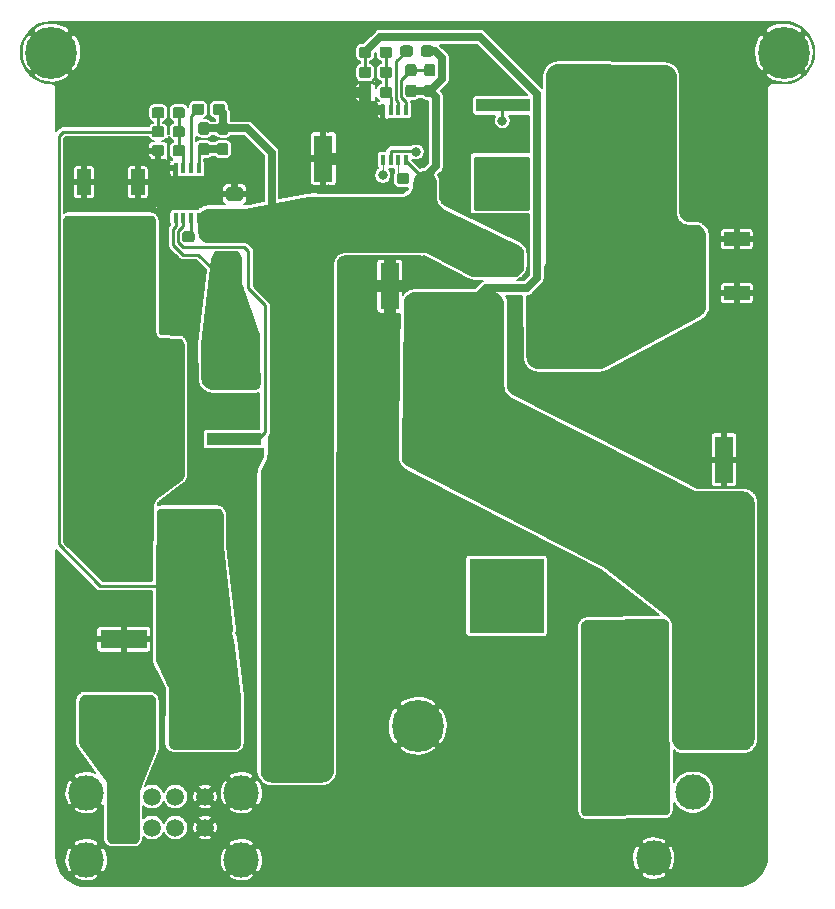
<source format=gtl>
G04 #@! TF.GenerationSoftware,KiCad,Pcbnew,(5.1.2)-2*
G04 #@! TF.CreationDate,2019-06-29T18:25:01+02:00*
G04 #@! TF.ProjectId,Milwaukee_USB_charger,4d696c77-6175-46b6-9565-5f5553425f63,rev?*
G04 #@! TF.SameCoordinates,Original*
G04 #@! TF.FileFunction,Copper,L1,Top*
G04 #@! TF.FilePolarity,Positive*
%FSLAX46Y46*%
G04 Gerber Fmt 4.6, Leading zero omitted, Abs format (unit mm)*
G04 Created by KiCad (PCBNEW (5.1.2)-2) date 2019-06-29 18:25:01*
%MOMM*%
%LPD*%
G04 APERTURE LIST*
%ADD10R,3.500000X5.240000*%
%ADD11C,0.100000*%
%ADD12C,3.800000*%
%ADD13O,3.000000X5.000000*%
%ADD14C,3.000000*%
%ADD15R,1.600000X4.000000*%
%ADD16R,4.000000X1.600000*%
%ADD17R,6.350000X6.280000*%
%ADD18R,5.330000X5.590000*%
%ADD19R,0.420000X0.890000*%
%ADD20R,5.000000X1.680000*%
%ADD21C,0.850000*%
%ADD22C,0.550000*%
%ADD23C,1.150000*%
%ADD24C,0.950000*%
%ADD25R,5.800000X6.400000*%
%ADD26R,1.200000X2.200000*%
%ADD27R,6.400000X5.800000*%
%ADD28R,2.200000X1.200000*%
%ADD29R,1.500000X1.500000*%
%ADD30C,1.500000*%
%ADD31R,9.400000X10.800000*%
%ADD32R,4.600000X1.100000*%
%ADD33C,0.700000*%
%ADD34C,4.400000*%
%ADD35C,1.525000*%
%ADD36C,0.800000*%
%ADD37C,0.250000*%
%ADD38C,0.700000*%
%ADD39C,3.000000*%
%ADD40C,0.125000*%
%ADD41C,0.150000*%
%ADD42C,0.254000*%
G04 APERTURE END LIST*
D10*
X75075000Y-80770000D03*
X81185000Y-80770000D03*
D11*
G36*
X76717123Y-93702177D02*
G01*
X76761020Y-93708689D01*
X76804067Y-93719472D01*
X76845849Y-93734422D01*
X76885966Y-93753395D01*
X76924029Y-93776209D01*
X76959673Y-93802645D01*
X76992554Y-93832446D01*
X77022355Y-93865327D01*
X77048791Y-93900971D01*
X77071605Y-93939034D01*
X77090578Y-93979151D01*
X77105528Y-94020933D01*
X77116311Y-94063980D01*
X77122823Y-94107877D01*
X77125000Y-94152200D01*
X77125000Y-97047800D01*
X77122823Y-97092123D01*
X77116311Y-97136020D01*
X77105528Y-97179067D01*
X77090578Y-97220849D01*
X77071605Y-97260966D01*
X77048791Y-97299029D01*
X77022355Y-97334673D01*
X76992554Y-97367554D01*
X76959673Y-97397355D01*
X76924029Y-97423791D01*
X76885966Y-97446605D01*
X76845849Y-97465578D01*
X76804067Y-97480528D01*
X76761020Y-97491311D01*
X76717123Y-97497823D01*
X76672800Y-97500000D01*
X72327200Y-97500000D01*
X72282877Y-97497823D01*
X72238980Y-97491311D01*
X72195933Y-97480528D01*
X72154151Y-97465578D01*
X72114034Y-97446605D01*
X72075971Y-97423791D01*
X72040327Y-97397355D01*
X72007446Y-97367554D01*
X71977645Y-97334673D01*
X71951209Y-97299029D01*
X71928395Y-97260966D01*
X71909422Y-97220849D01*
X71894472Y-97179067D01*
X71883689Y-97136020D01*
X71877177Y-97092123D01*
X71875000Y-97047800D01*
X71875000Y-94152200D01*
X71877177Y-94107877D01*
X71883689Y-94063980D01*
X71894472Y-94020933D01*
X71909422Y-93979151D01*
X71928395Y-93939034D01*
X71951209Y-93900971D01*
X71977645Y-93865327D01*
X72007446Y-93832446D01*
X72040327Y-93802645D01*
X72075971Y-93776209D01*
X72114034Y-93753395D01*
X72154151Y-93734422D01*
X72195933Y-93719472D01*
X72238980Y-93708689D01*
X72282877Y-93702177D01*
X72327200Y-93700000D01*
X76672800Y-93700000D01*
X76717123Y-93702177D01*
X76717123Y-93702177D01*
G37*
D12*
X74500000Y-95600000D03*
D11*
G36*
X84117123Y-93702177D02*
G01*
X84161020Y-93708689D01*
X84204067Y-93719472D01*
X84245849Y-93734422D01*
X84285966Y-93753395D01*
X84324029Y-93776209D01*
X84359673Y-93802645D01*
X84392554Y-93832446D01*
X84422355Y-93865327D01*
X84448791Y-93900971D01*
X84471605Y-93939034D01*
X84490578Y-93979151D01*
X84505528Y-94020933D01*
X84516311Y-94063980D01*
X84522823Y-94107877D01*
X84525000Y-94152200D01*
X84525000Y-97047800D01*
X84522823Y-97092123D01*
X84516311Y-97136020D01*
X84505528Y-97179067D01*
X84490578Y-97220849D01*
X84471605Y-97260966D01*
X84448791Y-97299029D01*
X84422355Y-97334673D01*
X84392554Y-97367554D01*
X84359673Y-97397355D01*
X84324029Y-97423791D01*
X84285966Y-97446605D01*
X84245849Y-97465578D01*
X84204067Y-97480528D01*
X84161020Y-97491311D01*
X84117123Y-97497823D01*
X84072800Y-97500000D01*
X79727200Y-97500000D01*
X79682877Y-97497823D01*
X79638980Y-97491311D01*
X79595933Y-97480528D01*
X79554151Y-97465578D01*
X79514034Y-97446605D01*
X79475971Y-97423791D01*
X79440327Y-97397355D01*
X79407446Y-97367554D01*
X79377645Y-97334673D01*
X79351209Y-97299029D01*
X79328395Y-97260966D01*
X79309422Y-97220849D01*
X79294472Y-97179067D01*
X79283689Y-97136020D01*
X79277177Y-97092123D01*
X79275000Y-97047800D01*
X79275000Y-94152200D01*
X79277177Y-94107877D01*
X79283689Y-94063980D01*
X79294472Y-94020933D01*
X79309422Y-93979151D01*
X79328395Y-93939034D01*
X79351209Y-93900971D01*
X79377645Y-93865327D01*
X79407446Y-93832446D01*
X79440327Y-93802645D01*
X79475971Y-93776209D01*
X79514034Y-93753395D01*
X79554151Y-93734422D01*
X79595933Y-93719472D01*
X79638980Y-93708689D01*
X79682877Y-93702177D01*
X79727200Y-93700000D01*
X84072800Y-93700000D01*
X84117123Y-93702177D01*
X84117123Y-93702177D01*
G37*
D12*
X81900000Y-95600000D03*
D11*
G36*
X120047123Y-88172177D02*
G01*
X120091020Y-88178689D01*
X120134067Y-88189472D01*
X120175849Y-88204422D01*
X120215966Y-88223395D01*
X120254029Y-88246209D01*
X120289673Y-88272645D01*
X120322554Y-88302446D01*
X120352355Y-88335327D01*
X120378791Y-88370971D01*
X120401605Y-88409034D01*
X120420578Y-88449151D01*
X120435528Y-88490933D01*
X120446311Y-88533980D01*
X120452823Y-88577877D01*
X120455000Y-88622200D01*
X120455000Y-91517800D01*
X120452823Y-91562123D01*
X120446311Y-91606020D01*
X120435528Y-91649067D01*
X120420578Y-91690849D01*
X120401605Y-91730966D01*
X120378791Y-91769029D01*
X120352355Y-91804673D01*
X120322554Y-91837554D01*
X120289673Y-91867355D01*
X120254029Y-91893791D01*
X120215966Y-91916605D01*
X120175849Y-91935578D01*
X120134067Y-91950528D01*
X120091020Y-91961311D01*
X120047123Y-91967823D01*
X120002800Y-91970000D01*
X115657200Y-91970000D01*
X115612877Y-91967823D01*
X115568980Y-91961311D01*
X115525933Y-91950528D01*
X115484151Y-91935578D01*
X115444034Y-91916605D01*
X115405971Y-91893791D01*
X115370327Y-91867355D01*
X115337446Y-91837554D01*
X115307645Y-91804673D01*
X115281209Y-91769029D01*
X115258395Y-91730966D01*
X115239422Y-91690849D01*
X115224472Y-91649067D01*
X115213689Y-91606020D01*
X115207177Y-91562123D01*
X115205000Y-91517800D01*
X115205000Y-88622200D01*
X115207177Y-88577877D01*
X115213689Y-88533980D01*
X115224472Y-88490933D01*
X115239422Y-88449151D01*
X115258395Y-88409034D01*
X115281209Y-88370971D01*
X115307645Y-88335327D01*
X115337446Y-88302446D01*
X115370327Y-88272645D01*
X115405971Y-88246209D01*
X115444034Y-88223395D01*
X115484151Y-88204422D01*
X115525933Y-88189472D01*
X115568980Y-88178689D01*
X115612877Y-88172177D01*
X115657200Y-88170000D01*
X120002800Y-88170000D01*
X120047123Y-88172177D01*
X120047123Y-88172177D01*
G37*
D12*
X117830000Y-90070000D03*
D11*
G36*
X127447123Y-88172177D02*
G01*
X127491020Y-88178689D01*
X127534067Y-88189472D01*
X127575849Y-88204422D01*
X127615966Y-88223395D01*
X127654029Y-88246209D01*
X127689673Y-88272645D01*
X127722554Y-88302446D01*
X127752355Y-88335327D01*
X127778791Y-88370971D01*
X127801605Y-88409034D01*
X127820578Y-88449151D01*
X127835528Y-88490933D01*
X127846311Y-88533980D01*
X127852823Y-88577877D01*
X127855000Y-88622200D01*
X127855000Y-91517800D01*
X127852823Y-91562123D01*
X127846311Y-91606020D01*
X127835528Y-91649067D01*
X127820578Y-91690849D01*
X127801605Y-91730966D01*
X127778791Y-91769029D01*
X127752355Y-91804673D01*
X127722554Y-91837554D01*
X127689673Y-91867355D01*
X127654029Y-91893791D01*
X127615966Y-91916605D01*
X127575849Y-91935578D01*
X127534067Y-91950528D01*
X127491020Y-91961311D01*
X127447123Y-91967823D01*
X127402800Y-91970000D01*
X123057200Y-91970000D01*
X123012877Y-91967823D01*
X122968980Y-91961311D01*
X122925933Y-91950528D01*
X122884151Y-91935578D01*
X122844034Y-91916605D01*
X122805971Y-91893791D01*
X122770327Y-91867355D01*
X122737446Y-91837554D01*
X122707645Y-91804673D01*
X122681209Y-91769029D01*
X122658395Y-91730966D01*
X122639422Y-91690849D01*
X122624472Y-91649067D01*
X122613689Y-91606020D01*
X122607177Y-91562123D01*
X122605000Y-91517800D01*
X122605000Y-88622200D01*
X122607177Y-88577877D01*
X122613689Y-88533980D01*
X122624472Y-88490933D01*
X122639422Y-88449151D01*
X122658395Y-88409034D01*
X122681209Y-88370971D01*
X122707645Y-88335327D01*
X122737446Y-88302446D01*
X122770327Y-88272645D01*
X122805971Y-88246209D01*
X122844034Y-88223395D01*
X122884151Y-88204422D01*
X122925933Y-88189472D01*
X122968980Y-88178689D01*
X123012877Y-88172177D01*
X123057200Y-88170000D01*
X127402800Y-88170000D01*
X127447123Y-88172177D01*
X127447123Y-88172177D01*
G37*
D12*
X125230000Y-90070000D03*
D11*
G36*
X120047123Y-93672177D02*
G01*
X120091020Y-93678689D01*
X120134067Y-93689472D01*
X120175849Y-93704422D01*
X120215966Y-93723395D01*
X120254029Y-93746209D01*
X120289673Y-93772645D01*
X120322554Y-93802446D01*
X120352355Y-93835327D01*
X120378791Y-93870971D01*
X120401605Y-93909034D01*
X120420578Y-93949151D01*
X120435528Y-93990933D01*
X120446311Y-94033980D01*
X120452823Y-94077877D01*
X120455000Y-94122200D01*
X120455000Y-97017800D01*
X120452823Y-97062123D01*
X120446311Y-97106020D01*
X120435528Y-97149067D01*
X120420578Y-97190849D01*
X120401605Y-97230966D01*
X120378791Y-97269029D01*
X120352355Y-97304673D01*
X120322554Y-97337554D01*
X120289673Y-97367355D01*
X120254029Y-97393791D01*
X120215966Y-97416605D01*
X120175849Y-97435578D01*
X120134067Y-97450528D01*
X120091020Y-97461311D01*
X120047123Y-97467823D01*
X120002800Y-97470000D01*
X115657200Y-97470000D01*
X115612877Y-97467823D01*
X115568980Y-97461311D01*
X115525933Y-97450528D01*
X115484151Y-97435578D01*
X115444034Y-97416605D01*
X115405971Y-97393791D01*
X115370327Y-97367355D01*
X115337446Y-97337554D01*
X115307645Y-97304673D01*
X115281209Y-97269029D01*
X115258395Y-97230966D01*
X115239422Y-97190849D01*
X115224472Y-97149067D01*
X115213689Y-97106020D01*
X115207177Y-97062123D01*
X115205000Y-97017800D01*
X115205000Y-94122200D01*
X115207177Y-94077877D01*
X115213689Y-94033980D01*
X115224472Y-93990933D01*
X115239422Y-93949151D01*
X115258395Y-93909034D01*
X115281209Y-93870971D01*
X115307645Y-93835327D01*
X115337446Y-93802446D01*
X115370327Y-93772645D01*
X115405971Y-93746209D01*
X115444034Y-93723395D01*
X115484151Y-93704422D01*
X115525933Y-93689472D01*
X115568980Y-93678689D01*
X115612877Y-93672177D01*
X115657200Y-93670000D01*
X120002800Y-93670000D01*
X120047123Y-93672177D01*
X120047123Y-93672177D01*
G37*
D12*
X117830000Y-95570000D03*
D11*
G36*
X127447123Y-93672177D02*
G01*
X127491020Y-93678689D01*
X127534067Y-93689472D01*
X127575849Y-93704422D01*
X127615966Y-93723395D01*
X127654029Y-93746209D01*
X127689673Y-93772645D01*
X127722554Y-93802446D01*
X127752355Y-93835327D01*
X127778791Y-93870971D01*
X127801605Y-93909034D01*
X127820578Y-93949151D01*
X127835528Y-93990933D01*
X127846311Y-94033980D01*
X127852823Y-94077877D01*
X127855000Y-94122200D01*
X127855000Y-97017800D01*
X127852823Y-97062123D01*
X127846311Y-97106020D01*
X127835528Y-97149067D01*
X127820578Y-97190849D01*
X127801605Y-97230966D01*
X127778791Y-97269029D01*
X127752355Y-97304673D01*
X127722554Y-97337554D01*
X127689673Y-97367355D01*
X127654029Y-97393791D01*
X127615966Y-97416605D01*
X127575849Y-97435578D01*
X127534067Y-97450528D01*
X127491020Y-97461311D01*
X127447123Y-97467823D01*
X127402800Y-97470000D01*
X123057200Y-97470000D01*
X123012877Y-97467823D01*
X122968980Y-97461311D01*
X122925933Y-97450528D01*
X122884151Y-97435578D01*
X122844034Y-97416605D01*
X122805971Y-97393791D01*
X122770327Y-97367355D01*
X122737446Y-97337554D01*
X122707645Y-97304673D01*
X122681209Y-97269029D01*
X122658395Y-97230966D01*
X122639422Y-97190849D01*
X122624472Y-97149067D01*
X122613689Y-97106020D01*
X122607177Y-97062123D01*
X122605000Y-97017800D01*
X122605000Y-94122200D01*
X122607177Y-94077877D01*
X122613689Y-94033980D01*
X122624472Y-93990933D01*
X122639422Y-93949151D01*
X122658395Y-93909034D01*
X122681209Y-93870971D01*
X122707645Y-93835327D01*
X122737446Y-93802446D01*
X122770327Y-93772645D01*
X122805971Y-93746209D01*
X122844034Y-93723395D01*
X122884151Y-93704422D01*
X122925933Y-93689472D01*
X122968980Y-93678689D01*
X123012877Y-93672177D01*
X123057200Y-93670000D01*
X127402800Y-93670000D01*
X127447123Y-93672177D01*
X127447123Y-93672177D01*
G37*
D12*
X125230000Y-95570000D03*
D13*
X111000000Y-93960000D03*
D14*
X111000000Y-99040000D03*
D13*
X89000000Y-93960000D03*
D14*
X89000000Y-99040000D03*
D15*
X125930000Y-73470000D03*
X125930000Y-78870000D03*
X97630000Y-58770000D03*
X97630000Y-53370000D03*
X92030000Y-47970000D03*
X92030000Y-53370000D03*
D16*
X75130000Y-88670000D03*
X80530000Y-88670000D03*
D17*
X107530000Y-84990000D03*
D18*
X102455000Y-62415000D03*
X112605000Y-62415000D03*
D19*
X81475000Y-48795000D03*
X80825000Y-48795000D03*
X80175000Y-48795000D03*
X79525000Y-48795000D03*
X79525000Y-53005000D03*
X80175000Y-53005000D03*
X80825000Y-53005000D03*
X81475000Y-53005000D03*
D20*
X80500000Y-50900000D03*
D21*
X81000000Y-50500000D03*
X80000000Y-51300000D03*
D22*
X80970000Y-51320000D03*
X80030000Y-50480000D03*
D19*
X99010759Y-43861239D03*
X98360759Y-43861239D03*
X97710759Y-43861239D03*
X97060759Y-43861239D03*
X97060759Y-48071239D03*
X97710759Y-48071239D03*
X98360759Y-48071239D03*
X99010759Y-48071239D03*
D20*
X98035759Y-45966239D03*
D21*
X98535759Y-45566239D03*
X97535759Y-46366239D03*
D22*
X98505759Y-46386239D03*
X97565759Y-45546239D03*
D11*
G36*
X84974505Y-50401204D02*
G01*
X84998773Y-50404804D01*
X85022572Y-50410765D01*
X85045671Y-50419030D01*
X85067850Y-50429520D01*
X85088893Y-50442132D01*
X85108599Y-50456747D01*
X85126777Y-50473223D01*
X85143253Y-50491401D01*
X85157868Y-50511107D01*
X85170480Y-50532150D01*
X85180970Y-50554329D01*
X85189235Y-50577428D01*
X85195196Y-50601227D01*
X85198796Y-50625495D01*
X85200000Y-50649999D01*
X85200000Y-51300001D01*
X85198796Y-51324505D01*
X85195196Y-51348773D01*
X85189235Y-51372572D01*
X85180970Y-51395671D01*
X85170480Y-51417850D01*
X85157868Y-51438893D01*
X85143253Y-51458599D01*
X85126777Y-51476777D01*
X85108599Y-51493253D01*
X85088893Y-51507868D01*
X85067850Y-51520480D01*
X85045671Y-51530970D01*
X85022572Y-51539235D01*
X84998773Y-51545196D01*
X84974505Y-51548796D01*
X84950001Y-51550000D01*
X84049999Y-51550000D01*
X84025495Y-51548796D01*
X84001227Y-51545196D01*
X83977428Y-51539235D01*
X83954329Y-51530970D01*
X83932150Y-51520480D01*
X83911107Y-51507868D01*
X83891401Y-51493253D01*
X83873223Y-51476777D01*
X83856747Y-51458599D01*
X83842132Y-51438893D01*
X83829520Y-51417850D01*
X83819030Y-51395671D01*
X83810765Y-51372572D01*
X83804804Y-51348773D01*
X83801204Y-51324505D01*
X83800000Y-51300001D01*
X83800000Y-50649999D01*
X83801204Y-50625495D01*
X83804804Y-50601227D01*
X83810765Y-50577428D01*
X83819030Y-50554329D01*
X83829520Y-50532150D01*
X83842132Y-50511107D01*
X83856747Y-50491401D01*
X83873223Y-50473223D01*
X83891401Y-50456747D01*
X83911107Y-50442132D01*
X83932150Y-50429520D01*
X83954329Y-50419030D01*
X83977428Y-50410765D01*
X84001227Y-50404804D01*
X84025495Y-50401204D01*
X84049999Y-50400000D01*
X84950001Y-50400000D01*
X84974505Y-50401204D01*
X84974505Y-50401204D01*
G37*
D23*
X84500000Y-50975000D03*
D11*
G36*
X84974505Y-52451204D02*
G01*
X84998773Y-52454804D01*
X85022572Y-52460765D01*
X85045671Y-52469030D01*
X85067850Y-52479520D01*
X85088893Y-52492132D01*
X85108599Y-52506747D01*
X85126777Y-52523223D01*
X85143253Y-52541401D01*
X85157868Y-52561107D01*
X85170480Y-52582150D01*
X85180970Y-52604329D01*
X85189235Y-52627428D01*
X85195196Y-52651227D01*
X85198796Y-52675495D01*
X85200000Y-52699999D01*
X85200000Y-53350001D01*
X85198796Y-53374505D01*
X85195196Y-53398773D01*
X85189235Y-53422572D01*
X85180970Y-53445671D01*
X85170480Y-53467850D01*
X85157868Y-53488893D01*
X85143253Y-53508599D01*
X85126777Y-53526777D01*
X85108599Y-53543253D01*
X85088893Y-53557868D01*
X85067850Y-53570480D01*
X85045671Y-53580970D01*
X85022572Y-53589235D01*
X84998773Y-53595196D01*
X84974505Y-53598796D01*
X84950001Y-53600000D01*
X84049999Y-53600000D01*
X84025495Y-53598796D01*
X84001227Y-53595196D01*
X83977428Y-53589235D01*
X83954329Y-53580970D01*
X83932150Y-53570480D01*
X83911107Y-53557868D01*
X83891401Y-53543253D01*
X83873223Y-53526777D01*
X83856747Y-53508599D01*
X83842132Y-53488893D01*
X83829520Y-53467850D01*
X83819030Y-53445671D01*
X83810765Y-53422572D01*
X83804804Y-53398773D01*
X83801204Y-53374505D01*
X83800000Y-53350001D01*
X83800000Y-52699999D01*
X83801204Y-52675495D01*
X83804804Y-52651227D01*
X83810765Y-52627428D01*
X83819030Y-52604329D01*
X83829520Y-52582150D01*
X83842132Y-52561107D01*
X83856747Y-52541401D01*
X83873223Y-52523223D01*
X83891401Y-52506747D01*
X83911107Y-52492132D01*
X83932150Y-52479520D01*
X83954329Y-52469030D01*
X83977428Y-52460765D01*
X84001227Y-52454804D01*
X84025495Y-52451204D01*
X84049999Y-52450000D01*
X84950001Y-52450000D01*
X84974505Y-52451204D01*
X84974505Y-52451204D01*
G37*
D23*
X84500000Y-53025000D03*
D11*
G36*
X80896538Y-54126144D02*
G01*
X80919593Y-54129563D01*
X80942202Y-54135227D01*
X80964146Y-54143079D01*
X80985216Y-54153044D01*
X81005207Y-54165026D01*
X81023927Y-54178910D01*
X81041197Y-54194562D01*
X81056849Y-54211832D01*
X81070733Y-54230552D01*
X81082715Y-54250543D01*
X81092680Y-54271613D01*
X81100532Y-54293557D01*
X81106196Y-54316166D01*
X81109615Y-54339221D01*
X81110759Y-54362500D01*
X81110759Y-54837500D01*
X81109615Y-54860779D01*
X81106196Y-54883834D01*
X81100532Y-54906443D01*
X81092680Y-54928387D01*
X81082715Y-54949457D01*
X81070733Y-54969448D01*
X81056849Y-54988168D01*
X81041197Y-55005438D01*
X81023927Y-55021090D01*
X81005207Y-55034974D01*
X80985216Y-55046956D01*
X80964146Y-55056921D01*
X80942202Y-55064773D01*
X80919593Y-55070437D01*
X80896538Y-55073856D01*
X80873259Y-55075000D01*
X80298259Y-55075000D01*
X80274980Y-55073856D01*
X80251925Y-55070437D01*
X80229316Y-55064773D01*
X80207372Y-55056921D01*
X80186302Y-55046956D01*
X80166311Y-55034974D01*
X80147591Y-55021090D01*
X80130321Y-55005438D01*
X80114669Y-54988168D01*
X80100785Y-54969448D01*
X80088803Y-54949457D01*
X80078838Y-54928387D01*
X80070986Y-54906443D01*
X80065322Y-54883834D01*
X80061903Y-54860779D01*
X80060759Y-54837500D01*
X80060759Y-54362500D01*
X80061903Y-54339221D01*
X80065322Y-54316166D01*
X80070986Y-54293557D01*
X80078838Y-54271613D01*
X80088803Y-54250543D01*
X80100785Y-54230552D01*
X80114669Y-54211832D01*
X80130321Y-54194562D01*
X80147591Y-54178910D01*
X80166311Y-54165026D01*
X80186302Y-54153044D01*
X80207372Y-54143079D01*
X80229316Y-54135227D01*
X80251925Y-54129563D01*
X80274980Y-54126144D01*
X80298259Y-54125000D01*
X80873259Y-54125000D01*
X80896538Y-54126144D01*
X80896538Y-54126144D01*
G37*
D24*
X80585759Y-54600000D03*
D11*
G36*
X82646538Y-54126144D02*
G01*
X82669593Y-54129563D01*
X82692202Y-54135227D01*
X82714146Y-54143079D01*
X82735216Y-54153044D01*
X82755207Y-54165026D01*
X82773927Y-54178910D01*
X82791197Y-54194562D01*
X82806849Y-54211832D01*
X82820733Y-54230552D01*
X82832715Y-54250543D01*
X82842680Y-54271613D01*
X82850532Y-54293557D01*
X82856196Y-54316166D01*
X82859615Y-54339221D01*
X82860759Y-54362500D01*
X82860759Y-54837500D01*
X82859615Y-54860779D01*
X82856196Y-54883834D01*
X82850532Y-54906443D01*
X82842680Y-54928387D01*
X82832715Y-54949457D01*
X82820733Y-54969448D01*
X82806849Y-54988168D01*
X82791197Y-55005438D01*
X82773927Y-55021090D01*
X82755207Y-55034974D01*
X82735216Y-55046956D01*
X82714146Y-55056921D01*
X82692202Y-55064773D01*
X82669593Y-55070437D01*
X82646538Y-55073856D01*
X82623259Y-55075000D01*
X82048259Y-55075000D01*
X82024980Y-55073856D01*
X82001925Y-55070437D01*
X81979316Y-55064773D01*
X81957372Y-55056921D01*
X81936302Y-55046956D01*
X81916311Y-55034974D01*
X81897591Y-55021090D01*
X81880321Y-55005438D01*
X81864669Y-54988168D01*
X81850785Y-54969448D01*
X81838803Y-54949457D01*
X81828838Y-54928387D01*
X81820986Y-54906443D01*
X81815322Y-54883834D01*
X81811903Y-54860779D01*
X81810759Y-54837500D01*
X81810759Y-54362500D01*
X81811903Y-54339221D01*
X81815322Y-54316166D01*
X81820986Y-54293557D01*
X81828838Y-54271613D01*
X81838803Y-54250543D01*
X81850785Y-54230552D01*
X81864669Y-54211832D01*
X81880321Y-54194562D01*
X81897591Y-54178910D01*
X81916311Y-54165026D01*
X81936302Y-54153044D01*
X81957372Y-54143079D01*
X81979316Y-54135227D01*
X82001925Y-54129563D01*
X82024980Y-54126144D01*
X82048259Y-54125000D01*
X82623259Y-54125000D01*
X82646538Y-54126144D01*
X82646538Y-54126144D01*
G37*
D24*
X82335759Y-54600000D03*
D11*
G36*
X82160779Y-44901144D02*
G01*
X82183834Y-44904563D01*
X82206443Y-44910227D01*
X82228387Y-44918079D01*
X82249457Y-44928044D01*
X82269448Y-44940026D01*
X82288168Y-44953910D01*
X82305438Y-44969562D01*
X82321090Y-44986832D01*
X82334974Y-45005552D01*
X82346956Y-45025543D01*
X82356921Y-45046613D01*
X82364773Y-45068557D01*
X82370437Y-45091166D01*
X82373856Y-45114221D01*
X82375000Y-45137500D01*
X82375000Y-45712500D01*
X82373856Y-45735779D01*
X82370437Y-45758834D01*
X82364773Y-45781443D01*
X82356921Y-45803387D01*
X82346956Y-45824457D01*
X82334974Y-45844448D01*
X82321090Y-45863168D01*
X82305438Y-45880438D01*
X82288168Y-45896090D01*
X82269448Y-45909974D01*
X82249457Y-45921956D01*
X82228387Y-45931921D01*
X82206443Y-45939773D01*
X82183834Y-45945437D01*
X82160779Y-45948856D01*
X82137500Y-45950000D01*
X81662500Y-45950000D01*
X81639221Y-45948856D01*
X81616166Y-45945437D01*
X81593557Y-45939773D01*
X81571613Y-45931921D01*
X81550543Y-45921956D01*
X81530552Y-45909974D01*
X81511832Y-45896090D01*
X81494562Y-45880438D01*
X81478910Y-45863168D01*
X81465026Y-45844448D01*
X81453044Y-45824457D01*
X81443079Y-45803387D01*
X81435227Y-45781443D01*
X81429563Y-45758834D01*
X81426144Y-45735779D01*
X81425000Y-45712500D01*
X81425000Y-45137500D01*
X81426144Y-45114221D01*
X81429563Y-45091166D01*
X81435227Y-45068557D01*
X81443079Y-45046613D01*
X81453044Y-45025543D01*
X81465026Y-45005552D01*
X81478910Y-44986832D01*
X81494562Y-44969562D01*
X81511832Y-44953910D01*
X81530552Y-44940026D01*
X81550543Y-44928044D01*
X81571613Y-44918079D01*
X81593557Y-44910227D01*
X81616166Y-44904563D01*
X81639221Y-44901144D01*
X81662500Y-44900000D01*
X82137500Y-44900000D01*
X82160779Y-44901144D01*
X82160779Y-44901144D01*
G37*
D24*
X81900000Y-45425000D03*
D11*
G36*
X82160779Y-46651144D02*
G01*
X82183834Y-46654563D01*
X82206443Y-46660227D01*
X82228387Y-46668079D01*
X82249457Y-46678044D01*
X82269448Y-46690026D01*
X82288168Y-46703910D01*
X82305438Y-46719562D01*
X82321090Y-46736832D01*
X82334974Y-46755552D01*
X82346956Y-46775543D01*
X82356921Y-46796613D01*
X82364773Y-46818557D01*
X82370437Y-46841166D01*
X82373856Y-46864221D01*
X82375000Y-46887500D01*
X82375000Y-47462500D01*
X82373856Y-47485779D01*
X82370437Y-47508834D01*
X82364773Y-47531443D01*
X82356921Y-47553387D01*
X82346956Y-47574457D01*
X82334974Y-47594448D01*
X82321090Y-47613168D01*
X82305438Y-47630438D01*
X82288168Y-47646090D01*
X82269448Y-47659974D01*
X82249457Y-47671956D01*
X82228387Y-47681921D01*
X82206443Y-47689773D01*
X82183834Y-47695437D01*
X82160779Y-47698856D01*
X82137500Y-47700000D01*
X81662500Y-47700000D01*
X81639221Y-47698856D01*
X81616166Y-47695437D01*
X81593557Y-47689773D01*
X81571613Y-47681921D01*
X81550543Y-47671956D01*
X81530552Y-47659974D01*
X81511832Y-47646090D01*
X81494562Y-47630438D01*
X81478910Y-47613168D01*
X81465026Y-47594448D01*
X81453044Y-47574457D01*
X81443079Y-47553387D01*
X81435227Y-47531443D01*
X81429563Y-47508834D01*
X81426144Y-47485779D01*
X81425000Y-47462500D01*
X81425000Y-46887500D01*
X81426144Y-46864221D01*
X81429563Y-46841166D01*
X81435227Y-46818557D01*
X81443079Y-46796613D01*
X81453044Y-46775543D01*
X81465026Y-46755552D01*
X81478910Y-46736832D01*
X81494562Y-46719562D01*
X81511832Y-46703910D01*
X81530552Y-46690026D01*
X81550543Y-46678044D01*
X81571613Y-46668079D01*
X81593557Y-46660227D01*
X81616166Y-46654563D01*
X81639221Y-46651144D01*
X81662500Y-46650000D01*
X82137500Y-46650000D01*
X82160779Y-46651144D01*
X82160779Y-46651144D01*
G37*
D24*
X81900000Y-47175000D03*
D11*
G36*
X80085779Y-43626144D02*
G01*
X80108834Y-43629563D01*
X80131443Y-43635227D01*
X80153387Y-43643079D01*
X80174457Y-43653044D01*
X80194448Y-43665026D01*
X80213168Y-43678910D01*
X80230438Y-43694562D01*
X80246090Y-43711832D01*
X80259974Y-43730552D01*
X80271956Y-43750543D01*
X80281921Y-43771613D01*
X80289773Y-43793557D01*
X80295437Y-43816166D01*
X80298856Y-43839221D01*
X80300000Y-43862500D01*
X80300000Y-44337500D01*
X80298856Y-44360779D01*
X80295437Y-44383834D01*
X80289773Y-44406443D01*
X80281921Y-44428387D01*
X80271956Y-44449457D01*
X80259974Y-44469448D01*
X80246090Y-44488168D01*
X80230438Y-44505438D01*
X80213168Y-44521090D01*
X80194448Y-44534974D01*
X80174457Y-44546956D01*
X80153387Y-44556921D01*
X80131443Y-44564773D01*
X80108834Y-44570437D01*
X80085779Y-44573856D01*
X80062500Y-44575000D01*
X79487500Y-44575000D01*
X79464221Y-44573856D01*
X79441166Y-44570437D01*
X79418557Y-44564773D01*
X79396613Y-44556921D01*
X79375543Y-44546956D01*
X79355552Y-44534974D01*
X79336832Y-44521090D01*
X79319562Y-44505438D01*
X79303910Y-44488168D01*
X79290026Y-44469448D01*
X79278044Y-44449457D01*
X79268079Y-44428387D01*
X79260227Y-44406443D01*
X79254563Y-44383834D01*
X79251144Y-44360779D01*
X79250000Y-44337500D01*
X79250000Y-43862500D01*
X79251144Y-43839221D01*
X79254563Y-43816166D01*
X79260227Y-43793557D01*
X79268079Y-43771613D01*
X79278044Y-43750543D01*
X79290026Y-43730552D01*
X79303910Y-43711832D01*
X79319562Y-43694562D01*
X79336832Y-43678910D01*
X79355552Y-43665026D01*
X79375543Y-43653044D01*
X79396613Y-43643079D01*
X79418557Y-43635227D01*
X79441166Y-43629563D01*
X79464221Y-43626144D01*
X79487500Y-43625000D01*
X80062500Y-43625000D01*
X80085779Y-43626144D01*
X80085779Y-43626144D01*
G37*
D24*
X79775000Y-44100000D03*
D11*
G36*
X78335779Y-43626144D02*
G01*
X78358834Y-43629563D01*
X78381443Y-43635227D01*
X78403387Y-43643079D01*
X78424457Y-43653044D01*
X78444448Y-43665026D01*
X78463168Y-43678910D01*
X78480438Y-43694562D01*
X78496090Y-43711832D01*
X78509974Y-43730552D01*
X78521956Y-43750543D01*
X78531921Y-43771613D01*
X78539773Y-43793557D01*
X78545437Y-43816166D01*
X78548856Y-43839221D01*
X78550000Y-43862500D01*
X78550000Y-44337500D01*
X78548856Y-44360779D01*
X78545437Y-44383834D01*
X78539773Y-44406443D01*
X78531921Y-44428387D01*
X78521956Y-44449457D01*
X78509974Y-44469448D01*
X78496090Y-44488168D01*
X78480438Y-44505438D01*
X78463168Y-44521090D01*
X78444448Y-44534974D01*
X78424457Y-44546956D01*
X78403387Y-44556921D01*
X78381443Y-44564773D01*
X78358834Y-44570437D01*
X78335779Y-44573856D01*
X78312500Y-44575000D01*
X77737500Y-44575000D01*
X77714221Y-44573856D01*
X77691166Y-44570437D01*
X77668557Y-44564773D01*
X77646613Y-44556921D01*
X77625543Y-44546956D01*
X77605552Y-44534974D01*
X77586832Y-44521090D01*
X77569562Y-44505438D01*
X77553910Y-44488168D01*
X77540026Y-44469448D01*
X77528044Y-44449457D01*
X77518079Y-44428387D01*
X77510227Y-44406443D01*
X77504563Y-44383834D01*
X77501144Y-44360779D01*
X77500000Y-44337500D01*
X77500000Y-43862500D01*
X77501144Y-43839221D01*
X77504563Y-43816166D01*
X77510227Y-43793557D01*
X77518079Y-43771613D01*
X77528044Y-43750543D01*
X77540026Y-43730552D01*
X77553910Y-43711832D01*
X77569562Y-43694562D01*
X77586832Y-43678910D01*
X77605552Y-43665026D01*
X77625543Y-43653044D01*
X77646613Y-43643079D01*
X77668557Y-43635227D01*
X77691166Y-43629563D01*
X77714221Y-43626144D01*
X77737500Y-43625000D01*
X78312500Y-43625000D01*
X78335779Y-43626144D01*
X78335779Y-43626144D01*
G37*
D24*
X78025000Y-44100000D03*
D11*
G36*
X99071538Y-49192383D02*
G01*
X99094593Y-49195802D01*
X99117202Y-49201466D01*
X99139146Y-49209318D01*
X99160216Y-49219283D01*
X99180207Y-49231265D01*
X99198927Y-49245149D01*
X99216197Y-49260801D01*
X99231849Y-49278071D01*
X99245733Y-49296791D01*
X99257715Y-49316782D01*
X99267680Y-49337852D01*
X99275532Y-49359796D01*
X99281196Y-49382405D01*
X99284615Y-49405460D01*
X99285759Y-49428739D01*
X99285759Y-49903739D01*
X99284615Y-49927018D01*
X99281196Y-49950073D01*
X99275532Y-49972682D01*
X99267680Y-49994626D01*
X99257715Y-50015696D01*
X99245733Y-50035687D01*
X99231849Y-50054407D01*
X99216197Y-50071677D01*
X99198927Y-50087329D01*
X99180207Y-50101213D01*
X99160216Y-50113195D01*
X99139146Y-50123160D01*
X99117202Y-50131012D01*
X99094593Y-50136676D01*
X99071538Y-50140095D01*
X99048259Y-50141239D01*
X98473259Y-50141239D01*
X98449980Y-50140095D01*
X98426925Y-50136676D01*
X98404316Y-50131012D01*
X98382372Y-50123160D01*
X98361302Y-50113195D01*
X98341311Y-50101213D01*
X98322591Y-50087329D01*
X98305321Y-50071677D01*
X98289669Y-50054407D01*
X98275785Y-50035687D01*
X98263803Y-50015696D01*
X98253838Y-49994626D01*
X98245986Y-49972682D01*
X98240322Y-49950073D01*
X98236903Y-49927018D01*
X98235759Y-49903739D01*
X98235759Y-49428739D01*
X98236903Y-49405460D01*
X98240322Y-49382405D01*
X98245986Y-49359796D01*
X98253838Y-49337852D01*
X98263803Y-49316782D01*
X98275785Y-49296791D01*
X98289669Y-49278071D01*
X98305321Y-49260801D01*
X98322591Y-49245149D01*
X98341311Y-49231265D01*
X98361302Y-49219283D01*
X98382372Y-49209318D01*
X98404316Y-49201466D01*
X98426925Y-49195802D01*
X98449980Y-49192383D01*
X98473259Y-49191239D01*
X99048259Y-49191239D01*
X99071538Y-49192383D01*
X99071538Y-49192383D01*
G37*
D24*
X98760759Y-49666239D03*
D11*
G36*
X100821538Y-49192383D02*
G01*
X100844593Y-49195802D01*
X100867202Y-49201466D01*
X100889146Y-49209318D01*
X100910216Y-49219283D01*
X100930207Y-49231265D01*
X100948927Y-49245149D01*
X100966197Y-49260801D01*
X100981849Y-49278071D01*
X100995733Y-49296791D01*
X101007715Y-49316782D01*
X101017680Y-49337852D01*
X101025532Y-49359796D01*
X101031196Y-49382405D01*
X101034615Y-49405460D01*
X101035759Y-49428739D01*
X101035759Y-49903739D01*
X101034615Y-49927018D01*
X101031196Y-49950073D01*
X101025532Y-49972682D01*
X101017680Y-49994626D01*
X101007715Y-50015696D01*
X100995733Y-50035687D01*
X100981849Y-50054407D01*
X100966197Y-50071677D01*
X100948927Y-50087329D01*
X100930207Y-50101213D01*
X100910216Y-50113195D01*
X100889146Y-50123160D01*
X100867202Y-50131012D01*
X100844593Y-50136676D01*
X100821538Y-50140095D01*
X100798259Y-50141239D01*
X100223259Y-50141239D01*
X100199980Y-50140095D01*
X100176925Y-50136676D01*
X100154316Y-50131012D01*
X100132372Y-50123160D01*
X100111302Y-50113195D01*
X100091311Y-50101213D01*
X100072591Y-50087329D01*
X100055321Y-50071677D01*
X100039669Y-50054407D01*
X100025785Y-50035687D01*
X100013803Y-50015696D01*
X100003838Y-49994626D01*
X99995986Y-49972682D01*
X99990322Y-49950073D01*
X99986903Y-49927018D01*
X99985759Y-49903739D01*
X99985759Y-49428739D01*
X99986903Y-49405460D01*
X99990322Y-49382405D01*
X99995986Y-49359796D01*
X100003838Y-49337852D01*
X100013803Y-49316782D01*
X100025785Y-49296791D01*
X100039669Y-49278071D01*
X100055321Y-49260801D01*
X100072591Y-49245149D01*
X100091311Y-49231265D01*
X100111302Y-49219283D01*
X100132372Y-49209318D01*
X100154316Y-49201466D01*
X100176925Y-49195802D01*
X100199980Y-49192383D01*
X100223259Y-49191239D01*
X100798259Y-49191239D01*
X100821538Y-49192383D01*
X100821538Y-49192383D01*
G37*
D24*
X100510759Y-49666239D03*
D11*
G36*
X99696538Y-41717383D02*
G01*
X99719593Y-41720802D01*
X99742202Y-41726466D01*
X99764146Y-41734318D01*
X99785216Y-41744283D01*
X99805207Y-41756265D01*
X99823927Y-41770149D01*
X99841197Y-41785801D01*
X99856849Y-41803071D01*
X99870733Y-41821791D01*
X99882715Y-41841782D01*
X99892680Y-41862852D01*
X99900532Y-41884796D01*
X99906196Y-41907405D01*
X99909615Y-41930460D01*
X99910759Y-41953739D01*
X99910759Y-42528739D01*
X99909615Y-42552018D01*
X99906196Y-42575073D01*
X99900532Y-42597682D01*
X99892680Y-42619626D01*
X99882715Y-42640696D01*
X99870733Y-42660687D01*
X99856849Y-42679407D01*
X99841197Y-42696677D01*
X99823927Y-42712329D01*
X99805207Y-42726213D01*
X99785216Y-42738195D01*
X99764146Y-42748160D01*
X99742202Y-42756012D01*
X99719593Y-42761676D01*
X99696538Y-42765095D01*
X99673259Y-42766239D01*
X99198259Y-42766239D01*
X99174980Y-42765095D01*
X99151925Y-42761676D01*
X99129316Y-42756012D01*
X99107372Y-42748160D01*
X99086302Y-42738195D01*
X99066311Y-42726213D01*
X99047591Y-42712329D01*
X99030321Y-42696677D01*
X99014669Y-42679407D01*
X99000785Y-42660687D01*
X98988803Y-42640696D01*
X98978838Y-42619626D01*
X98970986Y-42597682D01*
X98965322Y-42575073D01*
X98961903Y-42552018D01*
X98960759Y-42528739D01*
X98960759Y-41953739D01*
X98961903Y-41930460D01*
X98965322Y-41907405D01*
X98970986Y-41884796D01*
X98978838Y-41862852D01*
X98988803Y-41841782D01*
X99000785Y-41821791D01*
X99014669Y-41803071D01*
X99030321Y-41785801D01*
X99047591Y-41770149D01*
X99066311Y-41756265D01*
X99086302Y-41744283D01*
X99107372Y-41734318D01*
X99129316Y-41726466D01*
X99151925Y-41720802D01*
X99174980Y-41717383D01*
X99198259Y-41716239D01*
X99673259Y-41716239D01*
X99696538Y-41717383D01*
X99696538Y-41717383D01*
G37*
D24*
X99435759Y-42241239D03*
D11*
G36*
X99696538Y-39967383D02*
G01*
X99719593Y-39970802D01*
X99742202Y-39976466D01*
X99764146Y-39984318D01*
X99785216Y-39994283D01*
X99805207Y-40006265D01*
X99823927Y-40020149D01*
X99841197Y-40035801D01*
X99856849Y-40053071D01*
X99870733Y-40071791D01*
X99882715Y-40091782D01*
X99892680Y-40112852D01*
X99900532Y-40134796D01*
X99906196Y-40157405D01*
X99909615Y-40180460D01*
X99910759Y-40203739D01*
X99910759Y-40778739D01*
X99909615Y-40802018D01*
X99906196Y-40825073D01*
X99900532Y-40847682D01*
X99892680Y-40869626D01*
X99882715Y-40890696D01*
X99870733Y-40910687D01*
X99856849Y-40929407D01*
X99841197Y-40946677D01*
X99823927Y-40962329D01*
X99805207Y-40976213D01*
X99785216Y-40988195D01*
X99764146Y-40998160D01*
X99742202Y-41006012D01*
X99719593Y-41011676D01*
X99696538Y-41015095D01*
X99673259Y-41016239D01*
X99198259Y-41016239D01*
X99174980Y-41015095D01*
X99151925Y-41011676D01*
X99129316Y-41006012D01*
X99107372Y-40998160D01*
X99086302Y-40988195D01*
X99066311Y-40976213D01*
X99047591Y-40962329D01*
X99030321Y-40946677D01*
X99014669Y-40929407D01*
X99000785Y-40910687D01*
X98988803Y-40890696D01*
X98978838Y-40869626D01*
X98970986Y-40847682D01*
X98965322Y-40825073D01*
X98961903Y-40802018D01*
X98960759Y-40778739D01*
X98960759Y-40203739D01*
X98961903Y-40180460D01*
X98965322Y-40157405D01*
X98970986Y-40134796D01*
X98978838Y-40112852D01*
X98988803Y-40091782D01*
X99000785Y-40071791D01*
X99014669Y-40053071D01*
X99030321Y-40035801D01*
X99047591Y-40020149D01*
X99066311Y-40006265D01*
X99086302Y-39994283D01*
X99107372Y-39984318D01*
X99129316Y-39976466D01*
X99151925Y-39970802D01*
X99174980Y-39967383D01*
X99198259Y-39966239D01*
X99673259Y-39966239D01*
X99696538Y-39967383D01*
X99696538Y-39967383D01*
G37*
D24*
X99435759Y-40491239D03*
D11*
G36*
X97621538Y-38492383D02*
G01*
X97644593Y-38495802D01*
X97667202Y-38501466D01*
X97689146Y-38509318D01*
X97710216Y-38519283D01*
X97730207Y-38531265D01*
X97748927Y-38545149D01*
X97766197Y-38560801D01*
X97781849Y-38578071D01*
X97795733Y-38596791D01*
X97807715Y-38616782D01*
X97817680Y-38637852D01*
X97825532Y-38659796D01*
X97831196Y-38682405D01*
X97834615Y-38705460D01*
X97835759Y-38728739D01*
X97835759Y-39203739D01*
X97834615Y-39227018D01*
X97831196Y-39250073D01*
X97825532Y-39272682D01*
X97817680Y-39294626D01*
X97807715Y-39315696D01*
X97795733Y-39335687D01*
X97781849Y-39354407D01*
X97766197Y-39371677D01*
X97748927Y-39387329D01*
X97730207Y-39401213D01*
X97710216Y-39413195D01*
X97689146Y-39423160D01*
X97667202Y-39431012D01*
X97644593Y-39436676D01*
X97621538Y-39440095D01*
X97598259Y-39441239D01*
X97023259Y-39441239D01*
X96999980Y-39440095D01*
X96976925Y-39436676D01*
X96954316Y-39431012D01*
X96932372Y-39423160D01*
X96911302Y-39413195D01*
X96891311Y-39401213D01*
X96872591Y-39387329D01*
X96855321Y-39371677D01*
X96839669Y-39354407D01*
X96825785Y-39335687D01*
X96813803Y-39315696D01*
X96803838Y-39294626D01*
X96795986Y-39272682D01*
X96790322Y-39250073D01*
X96786903Y-39227018D01*
X96785759Y-39203739D01*
X96785759Y-38728739D01*
X96786903Y-38705460D01*
X96790322Y-38682405D01*
X96795986Y-38659796D01*
X96803838Y-38637852D01*
X96813803Y-38616782D01*
X96825785Y-38596791D01*
X96839669Y-38578071D01*
X96855321Y-38560801D01*
X96872591Y-38545149D01*
X96891311Y-38531265D01*
X96911302Y-38519283D01*
X96932372Y-38509318D01*
X96954316Y-38501466D01*
X96976925Y-38495802D01*
X96999980Y-38492383D01*
X97023259Y-38491239D01*
X97598259Y-38491239D01*
X97621538Y-38492383D01*
X97621538Y-38492383D01*
G37*
D24*
X97310759Y-38966239D03*
D11*
G36*
X95871538Y-38492383D02*
G01*
X95894593Y-38495802D01*
X95917202Y-38501466D01*
X95939146Y-38509318D01*
X95960216Y-38519283D01*
X95980207Y-38531265D01*
X95998927Y-38545149D01*
X96016197Y-38560801D01*
X96031849Y-38578071D01*
X96045733Y-38596791D01*
X96057715Y-38616782D01*
X96067680Y-38637852D01*
X96075532Y-38659796D01*
X96081196Y-38682405D01*
X96084615Y-38705460D01*
X96085759Y-38728739D01*
X96085759Y-39203739D01*
X96084615Y-39227018D01*
X96081196Y-39250073D01*
X96075532Y-39272682D01*
X96067680Y-39294626D01*
X96057715Y-39315696D01*
X96045733Y-39335687D01*
X96031849Y-39354407D01*
X96016197Y-39371677D01*
X95998927Y-39387329D01*
X95980207Y-39401213D01*
X95960216Y-39413195D01*
X95939146Y-39423160D01*
X95917202Y-39431012D01*
X95894593Y-39436676D01*
X95871538Y-39440095D01*
X95848259Y-39441239D01*
X95273259Y-39441239D01*
X95249980Y-39440095D01*
X95226925Y-39436676D01*
X95204316Y-39431012D01*
X95182372Y-39423160D01*
X95161302Y-39413195D01*
X95141311Y-39401213D01*
X95122591Y-39387329D01*
X95105321Y-39371677D01*
X95089669Y-39354407D01*
X95075785Y-39335687D01*
X95063803Y-39315696D01*
X95053838Y-39294626D01*
X95045986Y-39272682D01*
X95040322Y-39250073D01*
X95036903Y-39227018D01*
X95035759Y-39203739D01*
X95035759Y-38728739D01*
X95036903Y-38705460D01*
X95040322Y-38682405D01*
X95045986Y-38659796D01*
X95053838Y-38637852D01*
X95063803Y-38616782D01*
X95075785Y-38596791D01*
X95089669Y-38578071D01*
X95105321Y-38560801D01*
X95122591Y-38545149D01*
X95141311Y-38531265D01*
X95161302Y-38519283D01*
X95182372Y-38509318D01*
X95204316Y-38501466D01*
X95226925Y-38495802D01*
X95249980Y-38492383D01*
X95273259Y-38491239D01*
X95848259Y-38491239D01*
X95871538Y-38492383D01*
X95871538Y-38492383D01*
G37*
D24*
X95560759Y-38966239D03*
D25*
X74030000Y-56270000D03*
D26*
X71750000Y-49970000D03*
X76310000Y-49970000D03*
D27*
X120730000Y-57070000D03*
D28*
X127030000Y-54790000D03*
X127030000Y-59350000D03*
D14*
X85070000Y-101650000D03*
X71930000Y-101650000D03*
D29*
X75000000Y-102000000D03*
D30*
X77500000Y-102000000D03*
X79500000Y-102000000D03*
X82000000Y-102000000D03*
D14*
X71930000Y-107330000D03*
X85070000Y-107330000D03*
D30*
X75000000Y-104620000D03*
X77500000Y-104620000D03*
X79500000Y-104620000D03*
X82000000Y-104620000D03*
D14*
X123302000Y-101612000D03*
X116698000Y-101612000D03*
X120000000Y-107200000D03*
D31*
X75285759Y-69170000D03*
D32*
X84435759Y-66630000D03*
X84435759Y-71710000D03*
D31*
X116375000Y-46000000D03*
D32*
X107225000Y-48540000D03*
X107225000Y-43460000D03*
D11*
G36*
X81735779Y-43326144D02*
G01*
X81758834Y-43329563D01*
X81781443Y-43335227D01*
X81803387Y-43343079D01*
X81824457Y-43353044D01*
X81844448Y-43365026D01*
X81863168Y-43378910D01*
X81880438Y-43394562D01*
X81896090Y-43411832D01*
X81909974Y-43430552D01*
X81921956Y-43450543D01*
X81931921Y-43471613D01*
X81939773Y-43493557D01*
X81945437Y-43516166D01*
X81948856Y-43539221D01*
X81950000Y-43562500D01*
X81950000Y-44037500D01*
X81948856Y-44060779D01*
X81945437Y-44083834D01*
X81939773Y-44106443D01*
X81931921Y-44128387D01*
X81921956Y-44149457D01*
X81909974Y-44169448D01*
X81896090Y-44188168D01*
X81880438Y-44205438D01*
X81863168Y-44221090D01*
X81844448Y-44234974D01*
X81824457Y-44246956D01*
X81803387Y-44256921D01*
X81781443Y-44264773D01*
X81758834Y-44270437D01*
X81735779Y-44273856D01*
X81712500Y-44275000D01*
X81137500Y-44275000D01*
X81114221Y-44273856D01*
X81091166Y-44270437D01*
X81068557Y-44264773D01*
X81046613Y-44256921D01*
X81025543Y-44246956D01*
X81005552Y-44234974D01*
X80986832Y-44221090D01*
X80969562Y-44205438D01*
X80953910Y-44188168D01*
X80940026Y-44169448D01*
X80928044Y-44149457D01*
X80918079Y-44128387D01*
X80910227Y-44106443D01*
X80904563Y-44083834D01*
X80901144Y-44060779D01*
X80900000Y-44037500D01*
X80900000Y-43562500D01*
X80901144Y-43539221D01*
X80904563Y-43516166D01*
X80910227Y-43493557D01*
X80918079Y-43471613D01*
X80928044Y-43450543D01*
X80940026Y-43430552D01*
X80953910Y-43411832D01*
X80969562Y-43394562D01*
X80986832Y-43378910D01*
X81005552Y-43365026D01*
X81025543Y-43353044D01*
X81046613Y-43343079D01*
X81068557Y-43335227D01*
X81091166Y-43329563D01*
X81114221Y-43326144D01*
X81137500Y-43325000D01*
X81712500Y-43325000D01*
X81735779Y-43326144D01*
X81735779Y-43326144D01*
G37*
D24*
X81425000Y-43800000D03*
D11*
G36*
X83485779Y-43326144D02*
G01*
X83508834Y-43329563D01*
X83531443Y-43335227D01*
X83553387Y-43343079D01*
X83574457Y-43353044D01*
X83594448Y-43365026D01*
X83613168Y-43378910D01*
X83630438Y-43394562D01*
X83646090Y-43411832D01*
X83659974Y-43430552D01*
X83671956Y-43450543D01*
X83681921Y-43471613D01*
X83689773Y-43493557D01*
X83695437Y-43516166D01*
X83698856Y-43539221D01*
X83700000Y-43562500D01*
X83700000Y-44037500D01*
X83698856Y-44060779D01*
X83695437Y-44083834D01*
X83689773Y-44106443D01*
X83681921Y-44128387D01*
X83671956Y-44149457D01*
X83659974Y-44169448D01*
X83646090Y-44188168D01*
X83630438Y-44205438D01*
X83613168Y-44221090D01*
X83594448Y-44234974D01*
X83574457Y-44246956D01*
X83553387Y-44256921D01*
X83531443Y-44264773D01*
X83508834Y-44270437D01*
X83485779Y-44273856D01*
X83462500Y-44275000D01*
X82887500Y-44275000D01*
X82864221Y-44273856D01*
X82841166Y-44270437D01*
X82818557Y-44264773D01*
X82796613Y-44256921D01*
X82775543Y-44246956D01*
X82755552Y-44234974D01*
X82736832Y-44221090D01*
X82719562Y-44205438D01*
X82703910Y-44188168D01*
X82690026Y-44169448D01*
X82678044Y-44149457D01*
X82668079Y-44128387D01*
X82660227Y-44106443D01*
X82654563Y-44083834D01*
X82651144Y-44060779D01*
X82650000Y-44037500D01*
X82650000Y-43562500D01*
X82651144Y-43539221D01*
X82654563Y-43516166D01*
X82660227Y-43493557D01*
X82668079Y-43471613D01*
X82678044Y-43450543D01*
X82690026Y-43430552D01*
X82703910Y-43411832D01*
X82719562Y-43394562D01*
X82736832Y-43378910D01*
X82755552Y-43365026D01*
X82775543Y-43353044D01*
X82796613Y-43343079D01*
X82818557Y-43335227D01*
X82841166Y-43329563D01*
X82864221Y-43326144D01*
X82887500Y-43325000D01*
X83462500Y-43325000D01*
X83485779Y-43326144D01*
X83485779Y-43326144D01*
G37*
D24*
X83175000Y-43800000D03*
D11*
G36*
X83760779Y-46651144D02*
G01*
X83783834Y-46654563D01*
X83806443Y-46660227D01*
X83828387Y-46668079D01*
X83849457Y-46678044D01*
X83869448Y-46690026D01*
X83888168Y-46703910D01*
X83905438Y-46719562D01*
X83921090Y-46736832D01*
X83934974Y-46755552D01*
X83946956Y-46775543D01*
X83956921Y-46796613D01*
X83964773Y-46818557D01*
X83970437Y-46841166D01*
X83973856Y-46864221D01*
X83975000Y-46887500D01*
X83975000Y-47462500D01*
X83973856Y-47485779D01*
X83970437Y-47508834D01*
X83964773Y-47531443D01*
X83956921Y-47553387D01*
X83946956Y-47574457D01*
X83934974Y-47594448D01*
X83921090Y-47613168D01*
X83905438Y-47630438D01*
X83888168Y-47646090D01*
X83869448Y-47659974D01*
X83849457Y-47671956D01*
X83828387Y-47681921D01*
X83806443Y-47689773D01*
X83783834Y-47695437D01*
X83760779Y-47698856D01*
X83737500Y-47700000D01*
X83262500Y-47700000D01*
X83239221Y-47698856D01*
X83216166Y-47695437D01*
X83193557Y-47689773D01*
X83171613Y-47681921D01*
X83150543Y-47671956D01*
X83130552Y-47659974D01*
X83111832Y-47646090D01*
X83094562Y-47630438D01*
X83078910Y-47613168D01*
X83065026Y-47594448D01*
X83053044Y-47574457D01*
X83043079Y-47553387D01*
X83035227Y-47531443D01*
X83029563Y-47508834D01*
X83026144Y-47485779D01*
X83025000Y-47462500D01*
X83025000Y-46887500D01*
X83026144Y-46864221D01*
X83029563Y-46841166D01*
X83035227Y-46818557D01*
X83043079Y-46796613D01*
X83053044Y-46775543D01*
X83065026Y-46755552D01*
X83078910Y-46736832D01*
X83094562Y-46719562D01*
X83111832Y-46703910D01*
X83130552Y-46690026D01*
X83150543Y-46678044D01*
X83171613Y-46668079D01*
X83193557Y-46660227D01*
X83216166Y-46654563D01*
X83239221Y-46651144D01*
X83262500Y-46650000D01*
X83737500Y-46650000D01*
X83760779Y-46651144D01*
X83760779Y-46651144D01*
G37*
D24*
X83500000Y-47175000D03*
D11*
G36*
X83760779Y-44901144D02*
G01*
X83783834Y-44904563D01*
X83806443Y-44910227D01*
X83828387Y-44918079D01*
X83849457Y-44928044D01*
X83869448Y-44940026D01*
X83888168Y-44953910D01*
X83905438Y-44969562D01*
X83921090Y-44986832D01*
X83934974Y-45005552D01*
X83946956Y-45025543D01*
X83956921Y-45046613D01*
X83964773Y-45068557D01*
X83970437Y-45091166D01*
X83973856Y-45114221D01*
X83975000Y-45137500D01*
X83975000Y-45712500D01*
X83973856Y-45735779D01*
X83970437Y-45758834D01*
X83964773Y-45781443D01*
X83956921Y-45803387D01*
X83946956Y-45824457D01*
X83934974Y-45844448D01*
X83921090Y-45863168D01*
X83905438Y-45880438D01*
X83888168Y-45896090D01*
X83869448Y-45909974D01*
X83849457Y-45921956D01*
X83828387Y-45931921D01*
X83806443Y-45939773D01*
X83783834Y-45945437D01*
X83760779Y-45948856D01*
X83737500Y-45950000D01*
X83262500Y-45950000D01*
X83239221Y-45948856D01*
X83216166Y-45945437D01*
X83193557Y-45939773D01*
X83171613Y-45931921D01*
X83150543Y-45921956D01*
X83130552Y-45909974D01*
X83111832Y-45896090D01*
X83094562Y-45880438D01*
X83078910Y-45863168D01*
X83065026Y-45844448D01*
X83053044Y-45824457D01*
X83043079Y-45803387D01*
X83035227Y-45781443D01*
X83029563Y-45758834D01*
X83026144Y-45735779D01*
X83025000Y-45712500D01*
X83025000Y-45137500D01*
X83026144Y-45114221D01*
X83029563Y-45091166D01*
X83035227Y-45068557D01*
X83043079Y-45046613D01*
X83053044Y-45025543D01*
X83065026Y-45005552D01*
X83078910Y-44986832D01*
X83094562Y-44969562D01*
X83111832Y-44953910D01*
X83130552Y-44940026D01*
X83150543Y-44928044D01*
X83171613Y-44918079D01*
X83193557Y-44910227D01*
X83216166Y-44904563D01*
X83239221Y-44901144D01*
X83262500Y-44900000D01*
X83737500Y-44900000D01*
X83760779Y-44901144D01*
X83760779Y-44901144D01*
G37*
D24*
X83500000Y-45425000D03*
D11*
G36*
X78335779Y-45226144D02*
G01*
X78358834Y-45229563D01*
X78381443Y-45235227D01*
X78403387Y-45243079D01*
X78424457Y-45253044D01*
X78444448Y-45265026D01*
X78463168Y-45278910D01*
X78480438Y-45294562D01*
X78496090Y-45311832D01*
X78509974Y-45330552D01*
X78521956Y-45350543D01*
X78531921Y-45371613D01*
X78539773Y-45393557D01*
X78545437Y-45416166D01*
X78548856Y-45439221D01*
X78550000Y-45462500D01*
X78550000Y-45937500D01*
X78548856Y-45960779D01*
X78545437Y-45983834D01*
X78539773Y-46006443D01*
X78531921Y-46028387D01*
X78521956Y-46049457D01*
X78509974Y-46069448D01*
X78496090Y-46088168D01*
X78480438Y-46105438D01*
X78463168Y-46121090D01*
X78444448Y-46134974D01*
X78424457Y-46146956D01*
X78403387Y-46156921D01*
X78381443Y-46164773D01*
X78358834Y-46170437D01*
X78335779Y-46173856D01*
X78312500Y-46175000D01*
X77737500Y-46175000D01*
X77714221Y-46173856D01*
X77691166Y-46170437D01*
X77668557Y-46164773D01*
X77646613Y-46156921D01*
X77625543Y-46146956D01*
X77605552Y-46134974D01*
X77586832Y-46121090D01*
X77569562Y-46105438D01*
X77553910Y-46088168D01*
X77540026Y-46069448D01*
X77528044Y-46049457D01*
X77518079Y-46028387D01*
X77510227Y-46006443D01*
X77504563Y-45983834D01*
X77501144Y-45960779D01*
X77500000Y-45937500D01*
X77500000Y-45462500D01*
X77501144Y-45439221D01*
X77504563Y-45416166D01*
X77510227Y-45393557D01*
X77518079Y-45371613D01*
X77528044Y-45350543D01*
X77540026Y-45330552D01*
X77553910Y-45311832D01*
X77569562Y-45294562D01*
X77586832Y-45278910D01*
X77605552Y-45265026D01*
X77625543Y-45253044D01*
X77646613Y-45243079D01*
X77668557Y-45235227D01*
X77691166Y-45229563D01*
X77714221Y-45226144D01*
X77737500Y-45225000D01*
X78312500Y-45225000D01*
X78335779Y-45226144D01*
X78335779Y-45226144D01*
G37*
D24*
X78025000Y-45700000D03*
D11*
G36*
X80085779Y-45226144D02*
G01*
X80108834Y-45229563D01*
X80131443Y-45235227D01*
X80153387Y-45243079D01*
X80174457Y-45253044D01*
X80194448Y-45265026D01*
X80213168Y-45278910D01*
X80230438Y-45294562D01*
X80246090Y-45311832D01*
X80259974Y-45330552D01*
X80271956Y-45350543D01*
X80281921Y-45371613D01*
X80289773Y-45393557D01*
X80295437Y-45416166D01*
X80298856Y-45439221D01*
X80300000Y-45462500D01*
X80300000Y-45937500D01*
X80298856Y-45960779D01*
X80295437Y-45983834D01*
X80289773Y-46006443D01*
X80281921Y-46028387D01*
X80271956Y-46049457D01*
X80259974Y-46069448D01*
X80246090Y-46088168D01*
X80230438Y-46105438D01*
X80213168Y-46121090D01*
X80194448Y-46134974D01*
X80174457Y-46146956D01*
X80153387Y-46156921D01*
X80131443Y-46164773D01*
X80108834Y-46170437D01*
X80085779Y-46173856D01*
X80062500Y-46175000D01*
X79487500Y-46175000D01*
X79464221Y-46173856D01*
X79441166Y-46170437D01*
X79418557Y-46164773D01*
X79396613Y-46156921D01*
X79375543Y-46146956D01*
X79355552Y-46134974D01*
X79336832Y-46121090D01*
X79319562Y-46105438D01*
X79303910Y-46088168D01*
X79290026Y-46069448D01*
X79278044Y-46049457D01*
X79268079Y-46028387D01*
X79260227Y-46006443D01*
X79254563Y-45983834D01*
X79251144Y-45960779D01*
X79250000Y-45937500D01*
X79250000Y-45462500D01*
X79251144Y-45439221D01*
X79254563Y-45416166D01*
X79260227Y-45393557D01*
X79268079Y-45371613D01*
X79278044Y-45350543D01*
X79290026Y-45330552D01*
X79303910Y-45311832D01*
X79319562Y-45294562D01*
X79336832Y-45278910D01*
X79355552Y-45265026D01*
X79375543Y-45253044D01*
X79396613Y-45243079D01*
X79418557Y-45235227D01*
X79441166Y-45229563D01*
X79464221Y-45226144D01*
X79487500Y-45225000D01*
X80062500Y-45225000D01*
X80085779Y-45226144D01*
X80085779Y-45226144D01*
G37*
D24*
X79775000Y-45700000D03*
D11*
G36*
X80085779Y-46826144D02*
G01*
X80108834Y-46829563D01*
X80131443Y-46835227D01*
X80153387Y-46843079D01*
X80174457Y-46853044D01*
X80194448Y-46865026D01*
X80213168Y-46878910D01*
X80230438Y-46894562D01*
X80246090Y-46911832D01*
X80259974Y-46930552D01*
X80271956Y-46950543D01*
X80281921Y-46971613D01*
X80289773Y-46993557D01*
X80295437Y-47016166D01*
X80298856Y-47039221D01*
X80300000Y-47062500D01*
X80300000Y-47537500D01*
X80298856Y-47560779D01*
X80295437Y-47583834D01*
X80289773Y-47606443D01*
X80281921Y-47628387D01*
X80271956Y-47649457D01*
X80259974Y-47669448D01*
X80246090Y-47688168D01*
X80230438Y-47705438D01*
X80213168Y-47721090D01*
X80194448Y-47734974D01*
X80174457Y-47746956D01*
X80153387Y-47756921D01*
X80131443Y-47764773D01*
X80108834Y-47770437D01*
X80085779Y-47773856D01*
X80062500Y-47775000D01*
X79487500Y-47775000D01*
X79464221Y-47773856D01*
X79441166Y-47770437D01*
X79418557Y-47764773D01*
X79396613Y-47756921D01*
X79375543Y-47746956D01*
X79355552Y-47734974D01*
X79336832Y-47721090D01*
X79319562Y-47705438D01*
X79303910Y-47688168D01*
X79290026Y-47669448D01*
X79278044Y-47649457D01*
X79268079Y-47628387D01*
X79260227Y-47606443D01*
X79254563Y-47583834D01*
X79251144Y-47560779D01*
X79250000Y-47537500D01*
X79250000Y-47062500D01*
X79251144Y-47039221D01*
X79254563Y-47016166D01*
X79260227Y-46993557D01*
X79268079Y-46971613D01*
X79278044Y-46950543D01*
X79290026Y-46930552D01*
X79303910Y-46911832D01*
X79319562Y-46894562D01*
X79336832Y-46878910D01*
X79355552Y-46865026D01*
X79375543Y-46853044D01*
X79396613Y-46843079D01*
X79418557Y-46835227D01*
X79441166Y-46829563D01*
X79464221Y-46826144D01*
X79487500Y-46825000D01*
X80062500Y-46825000D01*
X80085779Y-46826144D01*
X80085779Y-46826144D01*
G37*
D24*
X79775000Y-47300000D03*
D11*
G36*
X78335779Y-46826144D02*
G01*
X78358834Y-46829563D01*
X78381443Y-46835227D01*
X78403387Y-46843079D01*
X78424457Y-46853044D01*
X78444448Y-46865026D01*
X78463168Y-46878910D01*
X78480438Y-46894562D01*
X78496090Y-46911832D01*
X78509974Y-46930552D01*
X78521956Y-46950543D01*
X78531921Y-46971613D01*
X78539773Y-46993557D01*
X78545437Y-47016166D01*
X78548856Y-47039221D01*
X78550000Y-47062500D01*
X78550000Y-47537500D01*
X78548856Y-47560779D01*
X78545437Y-47583834D01*
X78539773Y-47606443D01*
X78531921Y-47628387D01*
X78521956Y-47649457D01*
X78509974Y-47669448D01*
X78496090Y-47688168D01*
X78480438Y-47705438D01*
X78463168Y-47721090D01*
X78444448Y-47734974D01*
X78424457Y-47746956D01*
X78403387Y-47756921D01*
X78381443Y-47764773D01*
X78358834Y-47770437D01*
X78335779Y-47773856D01*
X78312500Y-47775000D01*
X77737500Y-47775000D01*
X77714221Y-47773856D01*
X77691166Y-47770437D01*
X77668557Y-47764773D01*
X77646613Y-47756921D01*
X77625543Y-47746956D01*
X77605552Y-47734974D01*
X77586832Y-47721090D01*
X77569562Y-47705438D01*
X77553910Y-47688168D01*
X77540026Y-47669448D01*
X77528044Y-47649457D01*
X77518079Y-47628387D01*
X77510227Y-47606443D01*
X77504563Y-47583834D01*
X77501144Y-47560779D01*
X77500000Y-47537500D01*
X77500000Y-47062500D01*
X77501144Y-47039221D01*
X77504563Y-47016166D01*
X77510227Y-46993557D01*
X77518079Y-46971613D01*
X77528044Y-46950543D01*
X77540026Y-46930552D01*
X77553910Y-46911832D01*
X77569562Y-46894562D01*
X77586832Y-46878910D01*
X77605552Y-46865026D01*
X77625543Y-46853044D01*
X77646613Y-46843079D01*
X77668557Y-46835227D01*
X77691166Y-46829563D01*
X77714221Y-46826144D01*
X77737500Y-46825000D01*
X78312500Y-46825000D01*
X78335779Y-46826144D01*
X78335779Y-46826144D01*
G37*
D24*
X78025000Y-47300000D03*
D11*
G36*
X99371538Y-38392383D02*
G01*
X99394593Y-38395802D01*
X99417202Y-38401466D01*
X99439146Y-38409318D01*
X99460216Y-38419283D01*
X99480207Y-38431265D01*
X99498927Y-38445149D01*
X99516197Y-38460801D01*
X99531849Y-38478071D01*
X99545733Y-38496791D01*
X99557715Y-38516782D01*
X99567680Y-38537852D01*
X99575532Y-38559796D01*
X99581196Y-38582405D01*
X99584615Y-38605460D01*
X99585759Y-38628739D01*
X99585759Y-39103739D01*
X99584615Y-39127018D01*
X99581196Y-39150073D01*
X99575532Y-39172682D01*
X99567680Y-39194626D01*
X99557715Y-39215696D01*
X99545733Y-39235687D01*
X99531849Y-39254407D01*
X99516197Y-39271677D01*
X99498927Y-39287329D01*
X99480207Y-39301213D01*
X99460216Y-39313195D01*
X99439146Y-39323160D01*
X99417202Y-39331012D01*
X99394593Y-39336676D01*
X99371538Y-39340095D01*
X99348259Y-39341239D01*
X98773259Y-39341239D01*
X98749980Y-39340095D01*
X98726925Y-39336676D01*
X98704316Y-39331012D01*
X98682372Y-39323160D01*
X98661302Y-39313195D01*
X98641311Y-39301213D01*
X98622591Y-39287329D01*
X98605321Y-39271677D01*
X98589669Y-39254407D01*
X98575785Y-39235687D01*
X98563803Y-39215696D01*
X98553838Y-39194626D01*
X98545986Y-39172682D01*
X98540322Y-39150073D01*
X98536903Y-39127018D01*
X98535759Y-39103739D01*
X98535759Y-38628739D01*
X98536903Y-38605460D01*
X98540322Y-38582405D01*
X98545986Y-38559796D01*
X98553838Y-38537852D01*
X98563803Y-38516782D01*
X98575785Y-38496791D01*
X98589669Y-38478071D01*
X98605321Y-38460801D01*
X98622591Y-38445149D01*
X98641311Y-38431265D01*
X98661302Y-38419283D01*
X98682372Y-38409318D01*
X98704316Y-38401466D01*
X98726925Y-38395802D01*
X98749980Y-38392383D01*
X98773259Y-38391239D01*
X99348259Y-38391239D01*
X99371538Y-38392383D01*
X99371538Y-38392383D01*
G37*
D24*
X99060759Y-38866239D03*
D11*
G36*
X101121538Y-38392383D02*
G01*
X101144593Y-38395802D01*
X101167202Y-38401466D01*
X101189146Y-38409318D01*
X101210216Y-38419283D01*
X101230207Y-38431265D01*
X101248927Y-38445149D01*
X101266197Y-38460801D01*
X101281849Y-38478071D01*
X101295733Y-38496791D01*
X101307715Y-38516782D01*
X101317680Y-38537852D01*
X101325532Y-38559796D01*
X101331196Y-38582405D01*
X101334615Y-38605460D01*
X101335759Y-38628739D01*
X101335759Y-39103739D01*
X101334615Y-39127018D01*
X101331196Y-39150073D01*
X101325532Y-39172682D01*
X101317680Y-39194626D01*
X101307715Y-39215696D01*
X101295733Y-39235687D01*
X101281849Y-39254407D01*
X101266197Y-39271677D01*
X101248927Y-39287329D01*
X101230207Y-39301213D01*
X101210216Y-39313195D01*
X101189146Y-39323160D01*
X101167202Y-39331012D01*
X101144593Y-39336676D01*
X101121538Y-39340095D01*
X101098259Y-39341239D01*
X100523259Y-39341239D01*
X100499980Y-39340095D01*
X100476925Y-39336676D01*
X100454316Y-39331012D01*
X100432372Y-39323160D01*
X100411302Y-39313195D01*
X100391311Y-39301213D01*
X100372591Y-39287329D01*
X100355321Y-39271677D01*
X100339669Y-39254407D01*
X100325785Y-39235687D01*
X100313803Y-39215696D01*
X100303838Y-39194626D01*
X100295986Y-39172682D01*
X100290322Y-39150073D01*
X100286903Y-39127018D01*
X100285759Y-39103739D01*
X100285759Y-38628739D01*
X100286903Y-38605460D01*
X100290322Y-38582405D01*
X100295986Y-38559796D01*
X100303838Y-38537852D01*
X100313803Y-38516782D01*
X100325785Y-38496791D01*
X100339669Y-38478071D01*
X100355321Y-38460801D01*
X100372591Y-38445149D01*
X100391311Y-38431265D01*
X100411302Y-38419283D01*
X100432372Y-38409318D01*
X100454316Y-38401466D01*
X100476925Y-38395802D01*
X100499980Y-38392383D01*
X100523259Y-38391239D01*
X101098259Y-38391239D01*
X101121538Y-38392383D01*
X101121538Y-38392383D01*
G37*
D24*
X100810759Y-38866239D03*
D11*
G36*
X101296538Y-39967383D02*
G01*
X101319593Y-39970802D01*
X101342202Y-39976466D01*
X101364146Y-39984318D01*
X101385216Y-39994283D01*
X101405207Y-40006265D01*
X101423927Y-40020149D01*
X101441197Y-40035801D01*
X101456849Y-40053071D01*
X101470733Y-40071791D01*
X101482715Y-40091782D01*
X101492680Y-40112852D01*
X101500532Y-40134796D01*
X101506196Y-40157405D01*
X101509615Y-40180460D01*
X101510759Y-40203739D01*
X101510759Y-40778739D01*
X101509615Y-40802018D01*
X101506196Y-40825073D01*
X101500532Y-40847682D01*
X101492680Y-40869626D01*
X101482715Y-40890696D01*
X101470733Y-40910687D01*
X101456849Y-40929407D01*
X101441197Y-40946677D01*
X101423927Y-40962329D01*
X101405207Y-40976213D01*
X101385216Y-40988195D01*
X101364146Y-40998160D01*
X101342202Y-41006012D01*
X101319593Y-41011676D01*
X101296538Y-41015095D01*
X101273259Y-41016239D01*
X100798259Y-41016239D01*
X100774980Y-41015095D01*
X100751925Y-41011676D01*
X100729316Y-41006012D01*
X100707372Y-40998160D01*
X100686302Y-40988195D01*
X100666311Y-40976213D01*
X100647591Y-40962329D01*
X100630321Y-40946677D01*
X100614669Y-40929407D01*
X100600785Y-40910687D01*
X100588803Y-40890696D01*
X100578838Y-40869626D01*
X100570986Y-40847682D01*
X100565322Y-40825073D01*
X100561903Y-40802018D01*
X100560759Y-40778739D01*
X100560759Y-40203739D01*
X100561903Y-40180460D01*
X100565322Y-40157405D01*
X100570986Y-40134796D01*
X100578838Y-40112852D01*
X100588803Y-40091782D01*
X100600785Y-40071791D01*
X100614669Y-40053071D01*
X100630321Y-40035801D01*
X100647591Y-40020149D01*
X100666311Y-40006265D01*
X100686302Y-39994283D01*
X100707372Y-39984318D01*
X100729316Y-39976466D01*
X100751925Y-39970802D01*
X100774980Y-39967383D01*
X100798259Y-39966239D01*
X101273259Y-39966239D01*
X101296538Y-39967383D01*
X101296538Y-39967383D01*
G37*
D24*
X101035759Y-40491239D03*
D11*
G36*
X101296538Y-41717383D02*
G01*
X101319593Y-41720802D01*
X101342202Y-41726466D01*
X101364146Y-41734318D01*
X101385216Y-41744283D01*
X101405207Y-41756265D01*
X101423927Y-41770149D01*
X101441197Y-41785801D01*
X101456849Y-41803071D01*
X101470733Y-41821791D01*
X101482715Y-41841782D01*
X101492680Y-41862852D01*
X101500532Y-41884796D01*
X101506196Y-41907405D01*
X101509615Y-41930460D01*
X101510759Y-41953739D01*
X101510759Y-42528739D01*
X101509615Y-42552018D01*
X101506196Y-42575073D01*
X101500532Y-42597682D01*
X101492680Y-42619626D01*
X101482715Y-42640696D01*
X101470733Y-42660687D01*
X101456849Y-42679407D01*
X101441197Y-42696677D01*
X101423927Y-42712329D01*
X101405207Y-42726213D01*
X101385216Y-42738195D01*
X101364146Y-42748160D01*
X101342202Y-42756012D01*
X101319593Y-42761676D01*
X101296538Y-42765095D01*
X101273259Y-42766239D01*
X100798259Y-42766239D01*
X100774980Y-42765095D01*
X100751925Y-42761676D01*
X100729316Y-42756012D01*
X100707372Y-42748160D01*
X100686302Y-42738195D01*
X100666311Y-42726213D01*
X100647591Y-42712329D01*
X100630321Y-42696677D01*
X100614669Y-42679407D01*
X100600785Y-42660687D01*
X100588803Y-42640696D01*
X100578838Y-42619626D01*
X100570986Y-42597682D01*
X100565322Y-42575073D01*
X100561903Y-42552018D01*
X100560759Y-42528739D01*
X100560759Y-41953739D01*
X100561903Y-41930460D01*
X100565322Y-41907405D01*
X100570986Y-41884796D01*
X100578838Y-41862852D01*
X100588803Y-41841782D01*
X100600785Y-41821791D01*
X100614669Y-41803071D01*
X100630321Y-41785801D01*
X100647591Y-41770149D01*
X100666311Y-41756265D01*
X100686302Y-41744283D01*
X100707372Y-41734318D01*
X100729316Y-41726466D01*
X100751925Y-41720802D01*
X100774980Y-41717383D01*
X100798259Y-41716239D01*
X101273259Y-41716239D01*
X101296538Y-41717383D01*
X101296538Y-41717383D01*
G37*
D24*
X101035759Y-42241239D03*
D11*
G36*
X95871538Y-40192383D02*
G01*
X95894593Y-40195802D01*
X95917202Y-40201466D01*
X95939146Y-40209318D01*
X95960216Y-40219283D01*
X95980207Y-40231265D01*
X95998927Y-40245149D01*
X96016197Y-40260801D01*
X96031849Y-40278071D01*
X96045733Y-40296791D01*
X96057715Y-40316782D01*
X96067680Y-40337852D01*
X96075532Y-40359796D01*
X96081196Y-40382405D01*
X96084615Y-40405460D01*
X96085759Y-40428739D01*
X96085759Y-40903739D01*
X96084615Y-40927018D01*
X96081196Y-40950073D01*
X96075532Y-40972682D01*
X96067680Y-40994626D01*
X96057715Y-41015696D01*
X96045733Y-41035687D01*
X96031849Y-41054407D01*
X96016197Y-41071677D01*
X95998927Y-41087329D01*
X95980207Y-41101213D01*
X95960216Y-41113195D01*
X95939146Y-41123160D01*
X95917202Y-41131012D01*
X95894593Y-41136676D01*
X95871538Y-41140095D01*
X95848259Y-41141239D01*
X95273259Y-41141239D01*
X95249980Y-41140095D01*
X95226925Y-41136676D01*
X95204316Y-41131012D01*
X95182372Y-41123160D01*
X95161302Y-41113195D01*
X95141311Y-41101213D01*
X95122591Y-41087329D01*
X95105321Y-41071677D01*
X95089669Y-41054407D01*
X95075785Y-41035687D01*
X95063803Y-41015696D01*
X95053838Y-40994626D01*
X95045986Y-40972682D01*
X95040322Y-40950073D01*
X95036903Y-40927018D01*
X95035759Y-40903739D01*
X95035759Y-40428739D01*
X95036903Y-40405460D01*
X95040322Y-40382405D01*
X95045986Y-40359796D01*
X95053838Y-40337852D01*
X95063803Y-40316782D01*
X95075785Y-40296791D01*
X95089669Y-40278071D01*
X95105321Y-40260801D01*
X95122591Y-40245149D01*
X95141311Y-40231265D01*
X95161302Y-40219283D01*
X95182372Y-40209318D01*
X95204316Y-40201466D01*
X95226925Y-40195802D01*
X95249980Y-40192383D01*
X95273259Y-40191239D01*
X95848259Y-40191239D01*
X95871538Y-40192383D01*
X95871538Y-40192383D01*
G37*
D24*
X95560759Y-40666239D03*
D11*
G36*
X97621538Y-40192383D02*
G01*
X97644593Y-40195802D01*
X97667202Y-40201466D01*
X97689146Y-40209318D01*
X97710216Y-40219283D01*
X97730207Y-40231265D01*
X97748927Y-40245149D01*
X97766197Y-40260801D01*
X97781849Y-40278071D01*
X97795733Y-40296791D01*
X97807715Y-40316782D01*
X97817680Y-40337852D01*
X97825532Y-40359796D01*
X97831196Y-40382405D01*
X97834615Y-40405460D01*
X97835759Y-40428739D01*
X97835759Y-40903739D01*
X97834615Y-40927018D01*
X97831196Y-40950073D01*
X97825532Y-40972682D01*
X97817680Y-40994626D01*
X97807715Y-41015696D01*
X97795733Y-41035687D01*
X97781849Y-41054407D01*
X97766197Y-41071677D01*
X97748927Y-41087329D01*
X97730207Y-41101213D01*
X97710216Y-41113195D01*
X97689146Y-41123160D01*
X97667202Y-41131012D01*
X97644593Y-41136676D01*
X97621538Y-41140095D01*
X97598259Y-41141239D01*
X97023259Y-41141239D01*
X96999980Y-41140095D01*
X96976925Y-41136676D01*
X96954316Y-41131012D01*
X96932372Y-41123160D01*
X96911302Y-41113195D01*
X96891311Y-41101213D01*
X96872591Y-41087329D01*
X96855321Y-41071677D01*
X96839669Y-41054407D01*
X96825785Y-41035687D01*
X96813803Y-41015696D01*
X96803838Y-40994626D01*
X96795986Y-40972682D01*
X96790322Y-40950073D01*
X96786903Y-40927018D01*
X96785759Y-40903739D01*
X96785759Y-40428739D01*
X96786903Y-40405460D01*
X96790322Y-40382405D01*
X96795986Y-40359796D01*
X96803838Y-40337852D01*
X96813803Y-40316782D01*
X96825785Y-40296791D01*
X96839669Y-40278071D01*
X96855321Y-40260801D01*
X96872591Y-40245149D01*
X96891311Y-40231265D01*
X96911302Y-40219283D01*
X96932372Y-40209318D01*
X96954316Y-40201466D01*
X96976925Y-40195802D01*
X96999980Y-40192383D01*
X97023259Y-40191239D01*
X97598259Y-40191239D01*
X97621538Y-40192383D01*
X97621538Y-40192383D01*
G37*
D24*
X97310759Y-40666239D03*
D11*
G36*
X97621538Y-41892383D02*
G01*
X97644593Y-41895802D01*
X97667202Y-41901466D01*
X97689146Y-41909318D01*
X97710216Y-41919283D01*
X97730207Y-41931265D01*
X97748927Y-41945149D01*
X97766197Y-41960801D01*
X97781849Y-41978071D01*
X97795733Y-41996791D01*
X97807715Y-42016782D01*
X97817680Y-42037852D01*
X97825532Y-42059796D01*
X97831196Y-42082405D01*
X97834615Y-42105460D01*
X97835759Y-42128739D01*
X97835759Y-42603739D01*
X97834615Y-42627018D01*
X97831196Y-42650073D01*
X97825532Y-42672682D01*
X97817680Y-42694626D01*
X97807715Y-42715696D01*
X97795733Y-42735687D01*
X97781849Y-42754407D01*
X97766197Y-42771677D01*
X97748927Y-42787329D01*
X97730207Y-42801213D01*
X97710216Y-42813195D01*
X97689146Y-42823160D01*
X97667202Y-42831012D01*
X97644593Y-42836676D01*
X97621538Y-42840095D01*
X97598259Y-42841239D01*
X97023259Y-42841239D01*
X96999980Y-42840095D01*
X96976925Y-42836676D01*
X96954316Y-42831012D01*
X96932372Y-42823160D01*
X96911302Y-42813195D01*
X96891311Y-42801213D01*
X96872591Y-42787329D01*
X96855321Y-42771677D01*
X96839669Y-42754407D01*
X96825785Y-42735687D01*
X96813803Y-42715696D01*
X96803838Y-42694626D01*
X96795986Y-42672682D01*
X96790322Y-42650073D01*
X96786903Y-42627018D01*
X96785759Y-42603739D01*
X96785759Y-42128739D01*
X96786903Y-42105460D01*
X96790322Y-42082405D01*
X96795986Y-42059796D01*
X96803838Y-42037852D01*
X96813803Y-42016782D01*
X96825785Y-41996791D01*
X96839669Y-41978071D01*
X96855321Y-41960801D01*
X96872591Y-41945149D01*
X96891311Y-41931265D01*
X96911302Y-41919283D01*
X96932372Y-41909318D01*
X96954316Y-41901466D01*
X96976925Y-41895802D01*
X96999980Y-41892383D01*
X97023259Y-41891239D01*
X97598259Y-41891239D01*
X97621538Y-41892383D01*
X97621538Y-41892383D01*
G37*
D24*
X97310759Y-42366239D03*
D11*
G36*
X95871538Y-41892383D02*
G01*
X95894593Y-41895802D01*
X95917202Y-41901466D01*
X95939146Y-41909318D01*
X95960216Y-41919283D01*
X95980207Y-41931265D01*
X95998927Y-41945149D01*
X96016197Y-41960801D01*
X96031849Y-41978071D01*
X96045733Y-41996791D01*
X96057715Y-42016782D01*
X96067680Y-42037852D01*
X96075532Y-42059796D01*
X96081196Y-42082405D01*
X96084615Y-42105460D01*
X96085759Y-42128739D01*
X96085759Y-42603739D01*
X96084615Y-42627018D01*
X96081196Y-42650073D01*
X96075532Y-42672682D01*
X96067680Y-42694626D01*
X96057715Y-42715696D01*
X96045733Y-42735687D01*
X96031849Y-42754407D01*
X96016197Y-42771677D01*
X95998927Y-42787329D01*
X95980207Y-42801213D01*
X95960216Y-42813195D01*
X95939146Y-42823160D01*
X95917202Y-42831012D01*
X95894593Y-42836676D01*
X95871538Y-42840095D01*
X95848259Y-42841239D01*
X95273259Y-42841239D01*
X95249980Y-42840095D01*
X95226925Y-42836676D01*
X95204316Y-42831012D01*
X95182372Y-42823160D01*
X95161302Y-42813195D01*
X95141311Y-42801213D01*
X95122591Y-42787329D01*
X95105321Y-42771677D01*
X95089669Y-42754407D01*
X95075785Y-42735687D01*
X95063803Y-42715696D01*
X95053838Y-42694626D01*
X95045986Y-42672682D01*
X95040322Y-42650073D01*
X95036903Y-42627018D01*
X95035759Y-42603739D01*
X95035759Y-42128739D01*
X95036903Y-42105460D01*
X95040322Y-42082405D01*
X95045986Y-42059796D01*
X95053838Y-42037852D01*
X95063803Y-42016782D01*
X95075785Y-41996791D01*
X95089669Y-41978071D01*
X95105321Y-41960801D01*
X95122591Y-41945149D01*
X95141311Y-41931265D01*
X95161302Y-41919283D01*
X95182372Y-41909318D01*
X95204316Y-41901466D01*
X95226925Y-41895802D01*
X95249980Y-41892383D01*
X95273259Y-41891239D01*
X95848259Y-41891239D01*
X95871538Y-41892383D01*
X95871538Y-41892383D01*
G37*
D24*
X95560759Y-42366239D03*
D33*
X70166726Y-37833274D03*
X69000000Y-37350000D03*
X67833274Y-37833274D03*
X67350000Y-39000000D03*
X67833274Y-40166726D03*
X69000000Y-40650000D03*
X70166726Y-40166726D03*
X70650000Y-39000000D03*
D34*
X69000000Y-39000000D03*
D33*
X132166726Y-37833274D03*
X131000000Y-37350000D03*
X129833274Y-37833274D03*
X129350000Y-39000000D03*
X129833274Y-40166726D03*
X131000000Y-40650000D03*
X132166726Y-40166726D03*
X132650000Y-39000000D03*
D34*
X131000000Y-39000000D03*
D33*
X101166726Y-94833274D03*
X100000000Y-94350000D03*
X98833274Y-94833274D03*
X98350000Y-96000000D03*
X98833274Y-97166726D03*
X100000000Y-97650000D03*
X101166726Y-97166726D03*
X101650000Y-96000000D03*
D34*
X100000000Y-96000000D03*
D11*
G36*
X108079505Y-55796204D02*
G01*
X108103773Y-55799804D01*
X108127572Y-55805765D01*
X108150671Y-55814030D01*
X108172850Y-55824520D01*
X108193893Y-55837132D01*
X108213599Y-55851747D01*
X108231777Y-55868223D01*
X108248253Y-55886401D01*
X108262868Y-55906107D01*
X108275480Y-55927150D01*
X108285970Y-55949329D01*
X108294235Y-55972428D01*
X108300196Y-55996227D01*
X108303796Y-56020495D01*
X108305000Y-56044999D01*
X108305000Y-57070001D01*
X108303796Y-57094505D01*
X108300196Y-57118773D01*
X108294235Y-57142572D01*
X108285970Y-57165671D01*
X108275480Y-57187850D01*
X108262868Y-57208893D01*
X108248253Y-57228599D01*
X108231777Y-57246777D01*
X108213599Y-57263253D01*
X108193893Y-57277868D01*
X108172850Y-57290480D01*
X108150671Y-57300970D01*
X108127572Y-57309235D01*
X108103773Y-57315196D01*
X108079505Y-57318796D01*
X108055001Y-57320000D01*
X105204999Y-57320000D01*
X105180495Y-57318796D01*
X105156227Y-57315196D01*
X105132428Y-57309235D01*
X105109329Y-57300970D01*
X105087150Y-57290480D01*
X105066107Y-57277868D01*
X105046401Y-57263253D01*
X105028223Y-57246777D01*
X105011747Y-57228599D01*
X104997132Y-57208893D01*
X104984520Y-57187850D01*
X104974030Y-57165671D01*
X104965765Y-57142572D01*
X104959804Y-57118773D01*
X104956204Y-57094505D01*
X104955000Y-57070001D01*
X104955000Y-56044999D01*
X104956204Y-56020495D01*
X104959804Y-55996227D01*
X104965765Y-55972428D01*
X104974030Y-55949329D01*
X104984520Y-55927150D01*
X104997132Y-55906107D01*
X105011747Y-55886401D01*
X105028223Y-55868223D01*
X105046401Y-55851747D01*
X105066107Y-55837132D01*
X105087150Y-55824520D01*
X105109329Y-55814030D01*
X105132428Y-55805765D01*
X105156227Y-55799804D01*
X105180495Y-55796204D01*
X105204999Y-55795000D01*
X108055001Y-55795000D01*
X108079505Y-55796204D01*
X108079505Y-55796204D01*
G37*
D35*
X106630000Y-56557500D03*
D11*
G36*
X108079505Y-49821204D02*
G01*
X108103773Y-49824804D01*
X108127572Y-49830765D01*
X108150671Y-49839030D01*
X108172850Y-49849520D01*
X108193893Y-49862132D01*
X108213599Y-49876747D01*
X108231777Y-49893223D01*
X108248253Y-49911401D01*
X108262868Y-49931107D01*
X108275480Y-49952150D01*
X108285970Y-49974329D01*
X108294235Y-49997428D01*
X108300196Y-50021227D01*
X108303796Y-50045495D01*
X108305000Y-50069999D01*
X108305000Y-51095001D01*
X108303796Y-51119505D01*
X108300196Y-51143773D01*
X108294235Y-51167572D01*
X108285970Y-51190671D01*
X108275480Y-51212850D01*
X108262868Y-51233893D01*
X108248253Y-51253599D01*
X108231777Y-51271777D01*
X108213599Y-51288253D01*
X108193893Y-51302868D01*
X108172850Y-51315480D01*
X108150671Y-51325970D01*
X108127572Y-51334235D01*
X108103773Y-51340196D01*
X108079505Y-51343796D01*
X108055001Y-51345000D01*
X105204999Y-51345000D01*
X105180495Y-51343796D01*
X105156227Y-51340196D01*
X105132428Y-51334235D01*
X105109329Y-51325970D01*
X105087150Y-51315480D01*
X105066107Y-51302868D01*
X105046401Y-51288253D01*
X105028223Y-51271777D01*
X105011747Y-51253599D01*
X104997132Y-51233893D01*
X104984520Y-51212850D01*
X104974030Y-51190671D01*
X104965765Y-51167572D01*
X104959804Y-51143773D01*
X104956204Y-51119505D01*
X104955000Y-51095001D01*
X104955000Y-50069999D01*
X104956204Y-50045495D01*
X104959804Y-50021227D01*
X104965765Y-49997428D01*
X104974030Y-49974329D01*
X104984520Y-49952150D01*
X104997132Y-49931107D01*
X105011747Y-49911401D01*
X105028223Y-49893223D01*
X105046401Y-49876747D01*
X105066107Y-49862132D01*
X105087150Y-49849520D01*
X105109329Y-49839030D01*
X105132428Y-49830765D01*
X105156227Y-49824804D01*
X105180495Y-49821204D01*
X105204999Y-49820000D01*
X108055001Y-49820000D01*
X108079505Y-49821204D01*
X108079505Y-49821204D01*
G37*
D35*
X106630000Y-50582500D03*
D11*
G36*
X90354505Y-55996204D02*
G01*
X90378773Y-55999804D01*
X90402572Y-56005765D01*
X90425671Y-56014030D01*
X90447850Y-56024520D01*
X90468893Y-56037132D01*
X90488599Y-56051747D01*
X90506777Y-56068223D01*
X90523253Y-56086401D01*
X90537868Y-56106107D01*
X90550480Y-56127150D01*
X90560970Y-56149329D01*
X90569235Y-56172428D01*
X90575196Y-56196227D01*
X90578796Y-56220495D01*
X90580000Y-56244999D01*
X90580000Y-59095001D01*
X90578796Y-59119505D01*
X90575196Y-59143773D01*
X90569235Y-59167572D01*
X90560970Y-59190671D01*
X90550480Y-59212850D01*
X90537868Y-59233893D01*
X90523253Y-59253599D01*
X90506777Y-59271777D01*
X90488599Y-59288253D01*
X90468893Y-59302868D01*
X90447850Y-59315480D01*
X90425671Y-59325970D01*
X90402572Y-59334235D01*
X90378773Y-59340196D01*
X90354505Y-59343796D01*
X90330001Y-59345000D01*
X89304999Y-59345000D01*
X89280495Y-59343796D01*
X89256227Y-59340196D01*
X89232428Y-59334235D01*
X89209329Y-59325970D01*
X89187150Y-59315480D01*
X89166107Y-59302868D01*
X89146401Y-59288253D01*
X89128223Y-59271777D01*
X89111747Y-59253599D01*
X89097132Y-59233893D01*
X89084520Y-59212850D01*
X89074030Y-59190671D01*
X89065765Y-59167572D01*
X89059804Y-59143773D01*
X89056204Y-59119505D01*
X89055000Y-59095001D01*
X89055000Y-56244999D01*
X89056204Y-56220495D01*
X89059804Y-56196227D01*
X89065765Y-56172428D01*
X89074030Y-56149329D01*
X89084520Y-56127150D01*
X89097132Y-56106107D01*
X89111747Y-56086401D01*
X89128223Y-56068223D01*
X89146401Y-56051747D01*
X89166107Y-56037132D01*
X89187150Y-56024520D01*
X89209329Y-56014030D01*
X89232428Y-56005765D01*
X89256227Y-55999804D01*
X89280495Y-55996204D01*
X89304999Y-55995000D01*
X90330001Y-55995000D01*
X90354505Y-55996204D01*
X90354505Y-55996204D01*
G37*
D35*
X89817500Y-57670000D03*
D11*
G36*
X84379505Y-55996204D02*
G01*
X84403773Y-55999804D01*
X84427572Y-56005765D01*
X84450671Y-56014030D01*
X84472850Y-56024520D01*
X84493893Y-56037132D01*
X84513599Y-56051747D01*
X84531777Y-56068223D01*
X84548253Y-56086401D01*
X84562868Y-56106107D01*
X84575480Y-56127150D01*
X84585970Y-56149329D01*
X84594235Y-56172428D01*
X84600196Y-56196227D01*
X84603796Y-56220495D01*
X84605000Y-56244999D01*
X84605000Y-59095001D01*
X84603796Y-59119505D01*
X84600196Y-59143773D01*
X84594235Y-59167572D01*
X84585970Y-59190671D01*
X84575480Y-59212850D01*
X84562868Y-59233893D01*
X84548253Y-59253599D01*
X84531777Y-59271777D01*
X84513599Y-59288253D01*
X84493893Y-59302868D01*
X84472850Y-59315480D01*
X84450671Y-59325970D01*
X84427572Y-59334235D01*
X84403773Y-59340196D01*
X84379505Y-59343796D01*
X84355001Y-59345000D01*
X83329999Y-59345000D01*
X83305495Y-59343796D01*
X83281227Y-59340196D01*
X83257428Y-59334235D01*
X83234329Y-59325970D01*
X83212150Y-59315480D01*
X83191107Y-59302868D01*
X83171401Y-59288253D01*
X83153223Y-59271777D01*
X83136747Y-59253599D01*
X83122132Y-59233893D01*
X83109520Y-59212850D01*
X83099030Y-59190671D01*
X83090765Y-59167572D01*
X83084804Y-59143773D01*
X83081204Y-59119505D01*
X83080000Y-59095001D01*
X83080000Y-56244999D01*
X83081204Y-56220495D01*
X83084804Y-56196227D01*
X83090765Y-56172428D01*
X83099030Y-56149329D01*
X83109520Y-56127150D01*
X83122132Y-56106107D01*
X83136747Y-56086401D01*
X83153223Y-56068223D01*
X83171401Y-56051747D01*
X83191107Y-56037132D01*
X83212150Y-56024520D01*
X83234329Y-56014030D01*
X83257428Y-56005765D01*
X83281227Y-55999804D01*
X83305495Y-55996204D01*
X83329999Y-55995000D01*
X84355001Y-55995000D01*
X84379505Y-55996204D01*
X84379505Y-55996204D01*
G37*
D35*
X83842500Y-57670000D03*
D36*
X78060759Y-50071239D03*
X95000000Y-44000000D03*
X95000000Y-45000000D03*
X95000000Y-46000000D03*
X95000000Y-47000000D03*
X95000000Y-48000000D03*
X95000000Y-49000000D03*
X94000000Y-49000000D03*
X94000000Y-48000000D03*
X94000000Y-47000000D03*
X94000000Y-46000000D03*
X94000000Y-45000000D03*
X94000000Y-44000000D03*
X93000000Y-44000000D03*
X93000000Y-45000000D03*
X71060759Y-48071239D03*
X72060759Y-48071239D03*
X73060759Y-48071239D03*
X74060759Y-48071239D03*
X75060759Y-48071239D03*
X76060759Y-48071239D03*
X75060759Y-49071239D03*
X74060759Y-49071239D03*
X73060759Y-49071239D03*
X73060759Y-50071239D03*
X74060759Y-50071239D03*
X75060759Y-50071239D03*
X78060759Y-49071239D03*
X74930000Y-108170000D03*
X79930000Y-108170000D03*
X89930000Y-108170000D03*
X94930000Y-108170000D03*
X99930000Y-108170000D03*
X104930000Y-108170000D03*
X109930000Y-108170000D03*
X114930000Y-108170000D03*
X69930000Y-103170000D03*
X69930000Y-98170000D03*
X69930000Y-93170000D03*
X69930000Y-88170000D03*
X85830000Y-93070000D03*
X84930000Y-99170000D03*
X94930000Y-103170000D03*
X99930000Y-103170000D03*
X104930000Y-103170000D03*
X109930000Y-103170000D03*
X104930000Y-98170000D03*
X94930000Y-98170000D03*
X94930000Y-93170000D03*
X104930000Y-93170000D03*
X89930000Y-103170000D03*
X94930000Y-88170000D03*
X99930000Y-88170000D03*
X99930000Y-83170000D03*
X94930000Y-78170000D03*
X99930000Y-78170000D03*
X94930000Y-83170000D03*
X94930000Y-73170000D03*
X89930000Y-38170000D03*
X84930000Y-38170000D03*
X84930000Y-44170000D03*
X79930000Y-38170000D03*
X74951317Y-38170000D03*
X109930000Y-38170000D03*
X114930000Y-38170000D03*
X119930000Y-38170000D03*
X124930000Y-43170000D03*
X124930000Y-48170000D03*
X124930000Y-52570000D03*
X108130000Y-61070000D03*
X90000000Y-50400000D03*
X71060759Y-47071239D03*
X72060759Y-47071239D03*
X74060759Y-47071239D03*
X73060759Y-47071239D03*
X75060759Y-47071239D03*
X76060759Y-47071239D03*
X77060759Y-48071239D03*
X127430000Y-57070000D03*
X127430000Y-52570000D03*
X127430000Y-48170000D03*
X127430000Y-43170000D03*
X122830000Y-50670000D03*
X122830000Y-45670000D03*
X122830000Y-40670000D03*
X102930000Y-48170000D03*
X102930000Y-46170000D03*
X105930000Y-46170000D03*
X108930000Y-46170000D03*
X102930000Y-43170000D03*
X103930000Y-41170000D03*
X105930000Y-41170000D03*
X104930000Y-39170000D03*
X127430000Y-100070000D03*
X127430000Y-103170000D03*
X127430000Y-108170000D03*
X124930000Y-105670000D03*
X97430000Y-75670000D03*
X102430000Y-80670000D03*
X97430000Y-80670000D03*
X102430000Y-85670000D03*
X97430000Y-85670000D03*
X103800000Y-58600000D03*
X94000000Y-50400000D03*
X95600000Y-50400000D03*
X79930000Y-57170000D03*
X79930000Y-61170000D03*
X92000000Y-44000000D03*
X92000000Y-45000000D03*
X91000000Y-45000000D03*
X91000000Y-44000000D03*
X90000000Y-49000000D03*
X90000000Y-48000000D03*
X90000000Y-47000000D03*
X90000000Y-46000000D03*
X90000000Y-45000000D03*
X90000000Y-44000000D03*
X74930000Y-44170000D03*
X74930000Y-41170000D03*
X79930000Y-41170000D03*
X84930000Y-41170000D03*
X89930000Y-41170000D03*
X69930000Y-44170000D03*
X124930000Y-38170000D03*
X75930000Y-91170000D03*
X71930000Y-91170000D03*
X71930000Y-86170000D03*
X69930000Y-83170000D03*
X75930000Y-86170000D03*
X93930000Y-56570000D03*
X93930000Y-58070000D03*
X93930000Y-59570000D03*
X93930000Y-61070000D03*
X93930000Y-62570000D03*
X95430000Y-62570000D03*
X95430000Y-61070000D03*
X95430000Y-59570000D03*
X95430000Y-58070000D03*
X95430000Y-56570000D03*
X96930000Y-62570000D03*
X99430000Y-56570000D03*
X99430000Y-58070000D03*
X101400000Y-58570000D03*
X94930000Y-68170000D03*
X114930000Y-83170000D03*
X110930000Y-68170000D03*
X113930000Y-68170000D03*
X116930000Y-68170000D03*
X119930000Y-68170000D03*
X122930000Y-68170000D03*
X125930000Y-68170000D03*
X128930000Y-68170000D03*
X128930000Y-65170000D03*
X128930000Y-62170000D03*
X128930000Y-71170000D03*
X125930000Y-65170000D03*
X125930000Y-62170000D03*
X122930000Y-65170000D03*
X119930000Y-65170000D03*
X116930000Y-71170000D03*
X119930000Y-71170000D03*
X122930000Y-71170000D03*
X122930000Y-74170000D03*
X128930000Y-75170000D03*
X84930000Y-88170000D03*
X84930000Y-83170000D03*
X84930000Y-78170000D03*
X84930000Y-73170000D03*
X81930000Y-75170000D03*
X84930000Y-69170000D03*
X81930000Y-69170000D03*
X73930000Y-51670000D03*
X108000000Y-53500000D03*
X103000000Y-51000000D03*
X73460000Y-98370000D03*
X75060000Y-98370000D03*
X76660000Y-98370000D03*
X74260000Y-99770000D03*
X75860000Y-99770000D03*
X114430000Y-98570000D03*
X116130000Y-98570000D03*
X117630000Y-98570000D03*
X119130000Y-101570000D03*
X119130000Y-103070000D03*
X114660000Y-92820000D03*
X116160000Y-92820000D03*
X117660000Y-92820000D03*
X119160000Y-92820000D03*
X114430000Y-100070000D03*
X114430000Y-103070000D03*
X114430000Y-101570000D03*
X119130000Y-98570000D03*
X114430000Y-97070000D03*
X114430000Y-95570000D03*
X114430000Y-94070000D03*
X119130000Y-100070000D03*
X99860759Y-47406241D03*
X107160759Y-44771239D03*
X97060759Y-49371239D03*
X108930000Y-50070000D03*
D37*
X99010759Y-48166239D02*
X100510759Y-49666239D01*
X99010759Y-48071239D02*
X99010759Y-48166239D01*
D38*
X101560759Y-42766239D02*
X101035759Y-42241239D01*
X101560759Y-48616239D02*
X101560759Y-42766239D01*
X100510759Y-49666239D02*
X101560759Y-48616239D01*
X101035759Y-42241239D02*
X99435759Y-42241239D01*
X101435759Y-38866239D02*
X100810759Y-38866239D01*
X102060769Y-39491249D02*
X101435759Y-38866239D01*
X102060769Y-41216229D02*
X102060769Y-39491249D01*
X101035759Y-42241239D02*
X102060769Y-41216229D01*
D39*
X89000000Y-99040000D02*
X89000000Y-93960000D01*
D38*
X83500000Y-44125000D02*
X83175000Y-43800000D01*
X83500000Y-45425000D02*
X83500000Y-44125000D01*
X83500000Y-45425000D02*
X81900000Y-45425000D01*
X89817500Y-55895000D02*
X87630000Y-53707500D01*
X89817500Y-57670000D02*
X89817500Y-55895000D01*
X87630000Y-53707500D02*
X87630000Y-47470000D01*
X85585000Y-45425000D02*
X83500000Y-45425000D01*
X87630000Y-47470000D02*
X85585000Y-45425000D01*
D37*
X80825000Y-54360759D02*
X80585759Y-54600000D01*
X80825000Y-53005000D02*
X80825000Y-54360759D01*
D38*
X83500000Y-47175000D02*
X81900000Y-47175000D01*
D37*
X81475000Y-47600000D02*
X81900000Y-47175000D01*
X81475000Y-48795000D02*
X81475000Y-47600000D01*
X78025000Y-44100000D02*
X78025000Y-45700000D01*
X81185000Y-81640000D02*
X81185000Y-80770000D01*
X70000000Y-45700000D02*
X69600000Y-46100000D01*
X78025000Y-45700000D02*
X70000000Y-45700000D01*
X69600000Y-46100000D02*
X69600000Y-80640000D01*
X69600000Y-80640000D02*
X73130000Y-84170000D01*
X73130000Y-84170000D02*
X78655000Y-84170000D01*
X78655000Y-84170000D02*
X81185000Y-81640000D01*
X80175000Y-47700000D02*
X79775000Y-47300000D01*
X80175000Y-48795000D02*
X80175000Y-47700000D01*
X79775000Y-47300000D02*
X79775000Y-45700000D01*
X79775000Y-44100000D02*
X79775000Y-45700000D01*
D40*
X98360759Y-49266239D02*
X98760759Y-49666239D01*
X98360759Y-48071239D02*
X98360759Y-49266239D01*
D37*
X101035759Y-40491239D02*
X99435759Y-40491239D01*
X99010759Y-43166239D02*
X99010759Y-43861239D01*
X98635749Y-42791229D02*
X99010759Y-43166239D01*
X98635749Y-41291249D02*
X98635749Y-42791229D01*
X99435759Y-40491239D02*
X98635749Y-41291249D01*
X95560759Y-40666239D02*
X95560759Y-38966239D01*
D38*
X102125000Y-64515000D02*
X102125000Y-64645000D01*
X105820000Y-58920000D02*
X102455000Y-62285000D01*
X96855759Y-37671239D02*
X105276241Y-37671239D01*
X95560759Y-38966239D02*
X96855759Y-37671239D01*
X102455000Y-62285000D02*
X102455000Y-62415000D01*
X105276241Y-37671239D02*
X110075001Y-42469999D01*
X110075001Y-42469999D02*
X110075001Y-58124999D01*
X110075001Y-58124999D02*
X109280000Y-58920000D01*
X109280000Y-58920000D02*
X105820000Y-58920000D01*
D37*
X97310759Y-38966239D02*
X97310759Y-40666239D01*
X97310759Y-40666239D02*
X97310759Y-42366239D01*
X97710759Y-42766239D02*
X97710759Y-43861239D01*
X97310759Y-42366239D02*
X97710759Y-42766239D01*
X79525000Y-53700000D02*
X79525000Y-53005000D01*
X79285739Y-53939261D02*
X79525000Y-53700000D01*
X79285739Y-55256900D02*
X79285739Y-53939261D01*
X80148838Y-56119999D02*
X79285739Y-55256900D01*
X81430000Y-56120000D02*
X80148838Y-56119999D01*
X82980000Y-57670000D02*
X81430000Y-56120000D01*
X83842500Y-57670000D02*
X82980000Y-57670000D01*
X86490000Y-71710000D02*
X84435759Y-71710000D01*
X87060760Y-71139240D02*
X86490000Y-71710000D01*
X87060760Y-60400760D02*
X87060760Y-71139240D01*
X85630000Y-58970000D02*
X87060760Y-60400760D01*
X85630000Y-55770000D02*
X85630000Y-58970000D01*
X80175000Y-53686410D02*
X79735749Y-54125661D01*
X80175000Y-53005000D02*
X80175000Y-53686410D01*
X79735749Y-54125661D02*
X79735749Y-55070500D01*
X79735749Y-55070500D02*
X80135249Y-55470000D01*
X80135249Y-55470000D02*
X85330000Y-55470000D01*
X85330000Y-55470000D02*
X85630000Y-55770000D01*
X99755756Y-47301238D02*
X99860759Y-47406241D01*
X97785760Y-47301238D02*
X99755756Y-47301238D01*
X97710759Y-48071239D02*
X97710759Y-47376239D01*
X97710759Y-47376239D02*
X97785760Y-47301238D01*
X107160759Y-43524241D02*
X107225000Y-43460000D01*
X107160759Y-44771239D02*
X107160759Y-43524241D01*
D40*
X97060759Y-48071239D02*
X97060759Y-49371239D01*
X107093761Y-48671239D02*
X107225000Y-48540000D01*
D37*
X80825000Y-44400000D02*
X81425000Y-43800000D01*
X80825000Y-48795000D02*
X80825000Y-44400000D01*
X98360759Y-43166239D02*
X98360759Y-43861239D01*
X98185739Y-42991219D02*
X98360759Y-43166239D01*
X98185739Y-39741259D02*
X98185739Y-42991219D01*
X99060759Y-38866239D02*
X98185739Y-39741259D01*
D39*
X76480000Y-66105759D02*
X75285759Y-67300000D01*
X75285759Y-67300000D02*
X75285759Y-68730759D01*
D41*
G36*
X100326282Y-58945000D02*
G01*
X99818384Y-58945000D01*
X99786764Y-58946542D01*
X99593107Y-58965473D01*
X99531066Y-58977719D01*
X99344740Y-59033795D01*
X99286246Y-59057825D01*
X99114307Y-59148922D01*
X99061570Y-59183826D01*
X98910528Y-59306497D01*
X98865552Y-59350951D01*
X98755218Y-59483606D01*
X98755000Y-59276250D01*
X98673750Y-59195000D01*
X98055000Y-59195000D01*
X98055000Y-61013750D01*
X98136250Y-61095000D01*
X98430000Y-61096573D01*
X98483698Y-61091284D01*
X98452926Y-63725000D01*
X93218025Y-63725000D01*
X93220659Y-60770000D01*
X96503427Y-60770000D01*
X96509702Y-60833711D01*
X96528286Y-60894974D01*
X96558464Y-60951434D01*
X96599078Y-61000922D01*
X96648566Y-61041536D01*
X96705026Y-61071714D01*
X96766289Y-61090298D01*
X96830000Y-61096573D01*
X97123750Y-61095000D01*
X97205000Y-61013750D01*
X97205000Y-59195000D01*
X96586250Y-59195000D01*
X96505000Y-59276250D01*
X96503427Y-60770000D01*
X93220659Y-60770000D01*
X93224095Y-56915352D01*
X93238533Y-56770000D01*
X96503427Y-56770000D01*
X96505000Y-58263750D01*
X96586250Y-58345000D01*
X97205000Y-58345000D01*
X97205000Y-56526250D01*
X98055000Y-56526250D01*
X98055000Y-58345000D01*
X98673750Y-58345000D01*
X98755000Y-58263750D01*
X98756573Y-56770000D01*
X98750298Y-56706289D01*
X98731714Y-56645026D01*
X98701536Y-56588566D01*
X98660922Y-56539078D01*
X98611434Y-56498464D01*
X98554974Y-56468286D01*
X98493711Y-56449702D01*
X98430000Y-56443427D01*
X98136250Y-56445000D01*
X98055000Y-56526250D01*
X97205000Y-56526250D01*
X97123750Y-56445000D01*
X96830000Y-56443427D01*
X96766289Y-56449702D01*
X96705026Y-56468286D01*
X96648566Y-56498464D01*
X96599078Y-56539078D01*
X96558464Y-56588566D01*
X96528286Y-56645026D01*
X96509702Y-56706289D01*
X96503427Y-56770000D01*
X93238533Y-56770000D01*
X93238722Y-56768105D01*
X93277113Y-56641875D01*
X93339380Y-56525553D01*
X93423134Y-56423602D01*
X93525163Y-56339936D01*
X93641533Y-56277777D01*
X93767804Y-56239496D01*
X93915069Y-56225000D01*
X100327001Y-56225000D01*
X100326282Y-58945000D01*
X100326282Y-58945000D01*
G37*
X100326282Y-58945000D02*
X99818384Y-58945000D01*
X99786764Y-58946542D01*
X99593107Y-58965473D01*
X99531066Y-58977719D01*
X99344740Y-59033795D01*
X99286246Y-59057825D01*
X99114307Y-59148922D01*
X99061570Y-59183826D01*
X98910528Y-59306497D01*
X98865552Y-59350951D01*
X98755218Y-59483606D01*
X98755000Y-59276250D01*
X98673750Y-59195000D01*
X98055000Y-59195000D01*
X98055000Y-61013750D01*
X98136250Y-61095000D01*
X98430000Y-61096573D01*
X98483698Y-61091284D01*
X98452926Y-63725000D01*
X93218025Y-63725000D01*
X93220659Y-60770000D01*
X96503427Y-60770000D01*
X96509702Y-60833711D01*
X96528286Y-60894974D01*
X96558464Y-60951434D01*
X96599078Y-61000922D01*
X96648566Y-61041536D01*
X96705026Y-61071714D01*
X96766289Y-61090298D01*
X96830000Y-61096573D01*
X97123750Y-61095000D01*
X97205000Y-61013750D01*
X97205000Y-59195000D01*
X96586250Y-59195000D01*
X96505000Y-59276250D01*
X96503427Y-60770000D01*
X93220659Y-60770000D01*
X93224095Y-56915352D01*
X93238533Y-56770000D01*
X96503427Y-56770000D01*
X96505000Y-58263750D01*
X96586250Y-58345000D01*
X97205000Y-58345000D01*
X97205000Y-56526250D01*
X98055000Y-56526250D01*
X98055000Y-58345000D01*
X98673750Y-58345000D01*
X98755000Y-58263750D01*
X98756573Y-56770000D01*
X98750298Y-56706289D01*
X98731714Y-56645026D01*
X98701536Y-56588566D01*
X98660922Y-56539078D01*
X98611434Y-56498464D01*
X98554974Y-56468286D01*
X98493711Y-56449702D01*
X98430000Y-56443427D01*
X98136250Y-56445000D01*
X98055000Y-56526250D01*
X97205000Y-56526250D01*
X97123750Y-56445000D01*
X96830000Y-56443427D01*
X96766289Y-56449702D01*
X96705026Y-56468286D01*
X96648566Y-56498464D01*
X96599078Y-56539078D01*
X96558464Y-56588566D01*
X96528286Y-56645026D01*
X96509702Y-56706289D01*
X96503427Y-56770000D01*
X93238533Y-56770000D01*
X93238722Y-56768105D01*
X93277113Y-56641875D01*
X93339380Y-56525553D01*
X93423134Y-56423602D01*
X93525163Y-56339936D01*
X93641533Y-56277777D01*
X93767804Y-56239496D01*
X93915069Y-56225000D01*
X100327001Y-56225000D01*
X100326282Y-58945000D01*
G36*
X96325000Y-41670583D02*
G01*
X96315629Y-41659270D01*
X96265957Y-41618882D01*
X96209360Y-41588960D01*
X96148014Y-41570655D01*
X96084275Y-41564669D01*
X96067009Y-41566239D01*
X95985759Y-41647489D01*
X95985759Y-41966239D01*
X96005759Y-41966239D01*
X96005759Y-42766239D01*
X95985759Y-42766239D01*
X95985759Y-43084989D01*
X96067009Y-43166239D01*
X96084275Y-43167809D01*
X96148014Y-43161823D01*
X96209360Y-43143518D01*
X96265957Y-43113596D01*
X96315629Y-43073208D01*
X96325000Y-43061895D01*
X96325000Y-43200000D01*
X96326441Y-43214632D01*
X96330709Y-43228701D01*
X96337640Y-43241668D01*
X96346967Y-43253033D01*
X96358332Y-43262360D01*
X96371299Y-43269291D01*
X96385368Y-43273559D01*
X96400000Y-43275000D01*
X96557813Y-43275000D01*
X96548406Y-43292819D01*
X96530138Y-43354176D01*
X96525759Y-43409989D01*
X96607009Y-43491239D01*
X96925759Y-43491239D01*
X96925759Y-43416239D01*
X97174187Y-43416239D01*
X97174187Y-44306239D01*
X97180462Y-44369950D01*
X97195759Y-44420377D01*
X97195759Y-44549989D01*
X97277009Y-44631239D01*
X97329271Y-44626788D01*
X97330000Y-44870225D01*
X97331485Y-44884852D01*
X97335795Y-44898909D01*
X97342765Y-44911854D01*
X97352126Y-44923192D01*
X97363519Y-44932485D01*
X97376506Y-44939377D01*
X97390589Y-44943602D01*
X97405000Y-44945000D01*
X100329980Y-44945000D01*
X100329477Y-46849654D01*
X100322920Y-46843097D01*
X100204175Y-46763754D01*
X100072234Y-46709102D01*
X99932165Y-46681241D01*
X99789353Y-46681241D01*
X99649284Y-46709102D01*
X99517343Y-46763754D01*
X99398598Y-46843097D01*
X99390457Y-46851238D01*
X97807851Y-46851238D01*
X97785759Y-46849062D01*
X97763667Y-46851238D01*
X97763655Y-46851238D01*
X97697545Y-46857749D01*
X97612719Y-46883481D01*
X97534544Y-46925267D01*
X97466023Y-46981501D01*
X97451931Y-46998672D01*
X97408188Y-47042415D01*
X97391023Y-47056502D01*
X97376936Y-47073667D01*
X97376931Y-47073672D01*
X97334788Y-47125023D01*
X97293002Y-47203199D01*
X97267271Y-47288024D01*
X97266124Y-47299667D01*
X96850759Y-47299667D01*
X96787048Y-47305942D01*
X96725785Y-47324526D01*
X96669325Y-47354704D01*
X96619838Y-47395318D01*
X96579224Y-47444805D01*
X96549046Y-47501265D01*
X96530462Y-47562528D01*
X96524187Y-47626239D01*
X96524187Y-48516239D01*
X96530462Y-48579950D01*
X96549046Y-48641213D01*
X96579224Y-48697673D01*
X96619838Y-48747160D01*
X96651233Y-48772926D01*
X96598598Y-48808095D01*
X96497615Y-48909078D01*
X96418272Y-49027823D01*
X96363620Y-49159764D01*
X96335759Y-49299833D01*
X96335759Y-49442645D01*
X96363620Y-49582714D01*
X96418272Y-49714655D01*
X96497615Y-49833400D01*
X96598598Y-49934383D01*
X96717343Y-50013726D01*
X96849284Y-50068378D01*
X96989353Y-50096239D01*
X97132165Y-50096239D01*
X97272234Y-50068378D01*
X97404175Y-50013726D01*
X97522920Y-49934383D01*
X97623903Y-49833400D01*
X97703246Y-49714655D01*
X97757898Y-49582714D01*
X97785759Y-49442645D01*
X97785759Y-49299833D01*
X97757898Y-49159764D01*
X97703246Y-49027823D01*
X97623903Y-48909078D01*
X97557636Y-48842811D01*
X97920759Y-48842811D01*
X97973260Y-48837640D01*
X97973260Y-49173335D01*
X97952124Y-49212878D01*
X97920025Y-49318694D01*
X97909187Y-49428739D01*
X97909187Y-49903739D01*
X97920025Y-50013784D01*
X97952124Y-50119600D01*
X98004250Y-50217121D01*
X98074400Y-50302598D01*
X98159877Y-50372748D01*
X98257398Y-50424874D01*
X98363214Y-50456973D01*
X98473259Y-50467811D01*
X99048259Y-50467811D01*
X99158304Y-50456973D01*
X99227681Y-50435928D01*
X99221939Y-50454812D01*
X99159448Y-50571424D01*
X99075366Y-50673567D01*
X98972934Y-50757300D01*
X98856109Y-50819392D01*
X98729397Y-50857445D01*
X98581693Y-50871515D01*
X92275000Y-50849941D01*
X92275000Y-50295000D01*
X92455002Y-50295000D01*
X92455002Y-50213752D01*
X92536250Y-50295000D01*
X92830000Y-50296573D01*
X92893711Y-50290298D01*
X92954974Y-50271714D01*
X93011434Y-50241536D01*
X93060922Y-50200922D01*
X93101536Y-50151434D01*
X93131714Y-50094974D01*
X93150298Y-50033711D01*
X93156573Y-49970000D01*
X93155000Y-48476250D01*
X93073750Y-48395000D01*
X92455000Y-48395000D01*
X92455000Y-48415000D01*
X92275000Y-48415000D01*
X92275000Y-47525000D01*
X92455000Y-47525000D01*
X92455000Y-47545000D01*
X93073750Y-47545000D01*
X93155000Y-47463750D01*
X93156573Y-45970000D01*
X93150298Y-45906289D01*
X93131714Y-45845026D01*
X93101536Y-45788566D01*
X93060922Y-45739078D01*
X93011434Y-45698464D01*
X92954974Y-45668286D01*
X92893711Y-45649702D01*
X92830000Y-45643427D01*
X92536250Y-45645000D01*
X92455002Y-45726248D01*
X92455002Y-45645000D01*
X92275000Y-45645000D01*
X92275000Y-44312489D01*
X96525759Y-44312489D01*
X96530138Y-44368302D01*
X96548406Y-44429659D01*
X96578294Y-44486274D01*
X96618652Y-44535970D01*
X96667930Y-44576838D01*
X96724235Y-44607306D01*
X96785401Y-44626205D01*
X96844509Y-44631239D01*
X96925759Y-44549989D01*
X96925759Y-44231239D01*
X96607009Y-44231239D01*
X96525759Y-44312489D01*
X92275000Y-44312489D01*
X92275000Y-42847489D01*
X94710759Y-42847489D01*
X94715754Y-42906405D01*
X94734616Y-42967583D01*
X94765051Y-43023906D01*
X94805889Y-43073208D01*
X94855561Y-43113596D01*
X94912158Y-43143518D01*
X94973504Y-43161823D01*
X95037243Y-43167809D01*
X95054509Y-43166239D01*
X95135759Y-43084989D01*
X95135759Y-42766239D01*
X94792009Y-42766239D01*
X94710759Y-42847489D01*
X92275000Y-42847489D01*
X92275000Y-41884989D01*
X94710759Y-41884989D01*
X94792009Y-41966239D01*
X95135759Y-41966239D01*
X95135759Y-41647489D01*
X95054509Y-41566239D01*
X95037243Y-41564669D01*
X94973504Y-41570655D01*
X94912158Y-41588960D01*
X94855561Y-41618882D01*
X94805889Y-41659270D01*
X94765051Y-41708572D01*
X94734616Y-41764895D01*
X94715754Y-41826073D01*
X94710759Y-41884989D01*
X92275000Y-41884989D01*
X92275000Y-41475000D01*
X96325000Y-41475000D01*
X96325000Y-41670583D01*
X96325000Y-41670583D01*
G37*
X96325000Y-41670583D02*
X96315629Y-41659270D01*
X96265957Y-41618882D01*
X96209360Y-41588960D01*
X96148014Y-41570655D01*
X96084275Y-41564669D01*
X96067009Y-41566239D01*
X95985759Y-41647489D01*
X95985759Y-41966239D01*
X96005759Y-41966239D01*
X96005759Y-42766239D01*
X95985759Y-42766239D01*
X95985759Y-43084989D01*
X96067009Y-43166239D01*
X96084275Y-43167809D01*
X96148014Y-43161823D01*
X96209360Y-43143518D01*
X96265957Y-43113596D01*
X96315629Y-43073208D01*
X96325000Y-43061895D01*
X96325000Y-43200000D01*
X96326441Y-43214632D01*
X96330709Y-43228701D01*
X96337640Y-43241668D01*
X96346967Y-43253033D01*
X96358332Y-43262360D01*
X96371299Y-43269291D01*
X96385368Y-43273559D01*
X96400000Y-43275000D01*
X96557813Y-43275000D01*
X96548406Y-43292819D01*
X96530138Y-43354176D01*
X96525759Y-43409989D01*
X96607009Y-43491239D01*
X96925759Y-43491239D01*
X96925759Y-43416239D01*
X97174187Y-43416239D01*
X97174187Y-44306239D01*
X97180462Y-44369950D01*
X97195759Y-44420377D01*
X97195759Y-44549989D01*
X97277009Y-44631239D01*
X97329271Y-44626788D01*
X97330000Y-44870225D01*
X97331485Y-44884852D01*
X97335795Y-44898909D01*
X97342765Y-44911854D01*
X97352126Y-44923192D01*
X97363519Y-44932485D01*
X97376506Y-44939377D01*
X97390589Y-44943602D01*
X97405000Y-44945000D01*
X100329980Y-44945000D01*
X100329477Y-46849654D01*
X100322920Y-46843097D01*
X100204175Y-46763754D01*
X100072234Y-46709102D01*
X99932165Y-46681241D01*
X99789353Y-46681241D01*
X99649284Y-46709102D01*
X99517343Y-46763754D01*
X99398598Y-46843097D01*
X99390457Y-46851238D01*
X97807851Y-46851238D01*
X97785759Y-46849062D01*
X97763667Y-46851238D01*
X97763655Y-46851238D01*
X97697545Y-46857749D01*
X97612719Y-46883481D01*
X97534544Y-46925267D01*
X97466023Y-46981501D01*
X97451931Y-46998672D01*
X97408188Y-47042415D01*
X97391023Y-47056502D01*
X97376936Y-47073667D01*
X97376931Y-47073672D01*
X97334788Y-47125023D01*
X97293002Y-47203199D01*
X97267271Y-47288024D01*
X97266124Y-47299667D01*
X96850759Y-47299667D01*
X96787048Y-47305942D01*
X96725785Y-47324526D01*
X96669325Y-47354704D01*
X96619838Y-47395318D01*
X96579224Y-47444805D01*
X96549046Y-47501265D01*
X96530462Y-47562528D01*
X96524187Y-47626239D01*
X96524187Y-48516239D01*
X96530462Y-48579950D01*
X96549046Y-48641213D01*
X96579224Y-48697673D01*
X96619838Y-48747160D01*
X96651233Y-48772926D01*
X96598598Y-48808095D01*
X96497615Y-48909078D01*
X96418272Y-49027823D01*
X96363620Y-49159764D01*
X96335759Y-49299833D01*
X96335759Y-49442645D01*
X96363620Y-49582714D01*
X96418272Y-49714655D01*
X96497615Y-49833400D01*
X96598598Y-49934383D01*
X96717343Y-50013726D01*
X96849284Y-50068378D01*
X96989353Y-50096239D01*
X97132165Y-50096239D01*
X97272234Y-50068378D01*
X97404175Y-50013726D01*
X97522920Y-49934383D01*
X97623903Y-49833400D01*
X97703246Y-49714655D01*
X97757898Y-49582714D01*
X97785759Y-49442645D01*
X97785759Y-49299833D01*
X97757898Y-49159764D01*
X97703246Y-49027823D01*
X97623903Y-48909078D01*
X97557636Y-48842811D01*
X97920759Y-48842811D01*
X97973260Y-48837640D01*
X97973260Y-49173335D01*
X97952124Y-49212878D01*
X97920025Y-49318694D01*
X97909187Y-49428739D01*
X97909187Y-49903739D01*
X97920025Y-50013784D01*
X97952124Y-50119600D01*
X98004250Y-50217121D01*
X98074400Y-50302598D01*
X98159877Y-50372748D01*
X98257398Y-50424874D01*
X98363214Y-50456973D01*
X98473259Y-50467811D01*
X99048259Y-50467811D01*
X99158304Y-50456973D01*
X99227681Y-50435928D01*
X99221939Y-50454812D01*
X99159448Y-50571424D01*
X99075366Y-50673567D01*
X98972934Y-50757300D01*
X98856109Y-50819392D01*
X98729397Y-50857445D01*
X98581693Y-50871515D01*
X92275000Y-50849941D01*
X92275000Y-50295000D01*
X92455002Y-50295000D01*
X92455002Y-50213752D01*
X92536250Y-50295000D01*
X92830000Y-50296573D01*
X92893711Y-50290298D01*
X92954974Y-50271714D01*
X93011434Y-50241536D01*
X93060922Y-50200922D01*
X93101536Y-50151434D01*
X93131714Y-50094974D01*
X93150298Y-50033711D01*
X93156573Y-49970000D01*
X93155000Y-48476250D01*
X93073750Y-48395000D01*
X92455000Y-48395000D01*
X92455000Y-48415000D01*
X92275000Y-48415000D01*
X92275000Y-47525000D01*
X92455000Y-47525000D01*
X92455000Y-47545000D01*
X93073750Y-47545000D01*
X93155000Y-47463750D01*
X93156573Y-45970000D01*
X93150298Y-45906289D01*
X93131714Y-45845026D01*
X93101536Y-45788566D01*
X93060922Y-45739078D01*
X93011434Y-45698464D01*
X92954974Y-45668286D01*
X92893711Y-45649702D01*
X92830000Y-45643427D01*
X92536250Y-45645000D01*
X92455002Y-45726248D01*
X92455002Y-45645000D01*
X92275000Y-45645000D01*
X92275000Y-44312489D01*
X96525759Y-44312489D01*
X96530138Y-44368302D01*
X96548406Y-44429659D01*
X96578294Y-44486274D01*
X96618652Y-44535970D01*
X96667930Y-44576838D01*
X96724235Y-44607306D01*
X96785401Y-44626205D01*
X96844509Y-44631239D01*
X96925759Y-44549989D01*
X96925759Y-44231239D01*
X96607009Y-44231239D01*
X96525759Y-44312489D01*
X92275000Y-44312489D01*
X92275000Y-42847489D01*
X94710759Y-42847489D01*
X94715754Y-42906405D01*
X94734616Y-42967583D01*
X94765051Y-43023906D01*
X94805889Y-43073208D01*
X94855561Y-43113596D01*
X94912158Y-43143518D01*
X94973504Y-43161823D01*
X95037243Y-43167809D01*
X95054509Y-43166239D01*
X95135759Y-43084989D01*
X95135759Y-42766239D01*
X94792009Y-42766239D01*
X94710759Y-42847489D01*
X92275000Y-42847489D01*
X92275000Y-41884989D01*
X94710759Y-41884989D01*
X94792009Y-41966239D01*
X95135759Y-41966239D01*
X95135759Y-41647489D01*
X95054509Y-41566239D01*
X95037243Y-41564669D01*
X94973504Y-41570655D01*
X94912158Y-41588960D01*
X94855561Y-41618882D01*
X94805889Y-41659270D01*
X94765051Y-41708572D01*
X94734616Y-41764895D01*
X94715754Y-41826073D01*
X94710759Y-41884989D01*
X92275000Y-41884989D01*
X92275000Y-41475000D01*
X96325000Y-41475000D01*
X96325000Y-41670583D01*
G36*
X100328987Y-48704545D02*
G01*
X100310569Y-48708209D01*
X100217390Y-48736474D01*
X99547331Y-48066416D01*
X99547331Y-48061149D01*
X99649284Y-48103380D01*
X99789353Y-48131241D01*
X99932165Y-48131241D01*
X100072234Y-48103380D01*
X100204175Y-48048728D01*
X100322920Y-47969385D01*
X100329183Y-47963122D01*
X100328987Y-48704545D01*
X100328987Y-48704545D01*
G37*
X100328987Y-48704545D02*
X100310569Y-48708209D01*
X100217390Y-48736474D01*
X99547331Y-48066416D01*
X99547331Y-48061149D01*
X99649284Y-48103380D01*
X99789353Y-48131241D01*
X99932165Y-48131241D01*
X100072234Y-48103380D01*
X100204175Y-48048728D01*
X100322920Y-47969385D01*
X100329183Y-47963122D01*
X100328987Y-48704545D01*
G36*
X77216365Y-46153361D02*
G01*
X77268491Y-46250882D01*
X77338641Y-46336359D01*
X77424118Y-46406509D01*
X77521639Y-46458635D01*
X77627455Y-46490734D01*
X77718764Y-46499727D01*
X77500000Y-46498427D01*
X77436289Y-46504702D01*
X77375026Y-46523286D01*
X77318566Y-46553464D01*
X77269078Y-46594078D01*
X77228464Y-46643566D01*
X77198286Y-46700026D01*
X77179702Y-46761289D01*
X77173427Y-46825000D01*
X77175000Y-47039750D01*
X77256250Y-47121000D01*
X77846000Y-47121000D01*
X77846000Y-47101000D01*
X78204000Y-47101000D01*
X78204000Y-47121000D01*
X78224000Y-47121000D01*
X78224000Y-47479000D01*
X78204000Y-47479000D01*
X78204000Y-48018750D01*
X78285250Y-48100000D01*
X78550000Y-48101573D01*
X78613711Y-48095298D01*
X78674974Y-48076714D01*
X78690349Y-48068496D01*
X78685836Y-48167835D01*
X78686612Y-48182517D01*
X78690237Y-48196766D01*
X78696572Y-48210034D01*
X78705374Y-48221811D01*
X78716304Y-48231644D01*
X78728943Y-48239156D01*
X78742804Y-48244058D01*
X78757355Y-48246162D01*
X78767549Y-48245931D01*
X79014272Y-48223502D01*
X79012647Y-48226580D01*
X78994379Y-48287937D01*
X78988431Y-48351680D01*
X78990000Y-48534750D01*
X79071250Y-48616000D01*
X79390000Y-48616000D01*
X79390000Y-48596000D01*
X79638428Y-48596000D01*
X79638428Y-49240000D01*
X79644703Y-49303711D01*
X79660000Y-49354138D01*
X79660000Y-49483750D01*
X79741250Y-49565000D01*
X79800358Y-49559966D01*
X79848647Y-49545046D01*
X79852150Y-49545391D01*
X79901289Y-49560297D01*
X79965000Y-49566572D01*
X80385000Y-49566572D01*
X80448711Y-49560297D01*
X80495055Y-49546239D01*
X80504945Y-49546239D01*
X80551289Y-49560297D01*
X80615000Y-49566572D01*
X81035000Y-49566572D01*
X81098711Y-49560297D01*
X81145055Y-49546239D01*
X81154945Y-49546239D01*
X81201289Y-49560297D01*
X81265000Y-49566572D01*
X81685000Y-49566572D01*
X81748711Y-49560297D01*
X81795054Y-49546239D01*
X85885000Y-49546239D01*
X85885000Y-51795456D01*
X85707611Y-51829767D01*
X85548642Y-51845000D01*
X85337535Y-51845000D01*
X85381434Y-51821536D01*
X85430922Y-51780922D01*
X85471536Y-51731434D01*
X85501714Y-51674974D01*
X85520298Y-51613711D01*
X85526573Y-51550000D01*
X85525000Y-51235250D01*
X85443750Y-51154000D01*
X84679000Y-51154000D01*
X84679000Y-51174000D01*
X84321000Y-51174000D01*
X84321000Y-51154000D01*
X83556250Y-51154000D01*
X83475000Y-51235250D01*
X83473427Y-51550000D01*
X83479702Y-51613711D01*
X83498286Y-51674974D01*
X83528464Y-51731434D01*
X83569078Y-51780922D01*
X83618566Y-51821536D01*
X83662465Y-51845000D01*
X82328886Y-51845000D01*
X82295685Y-51846700D01*
X82092441Y-51867572D01*
X82027425Y-51881068D01*
X81832664Y-51942813D01*
X81771748Y-51969241D01*
X81640575Y-52042903D01*
X77861685Y-51996245D01*
X77847036Y-51997505D01*
X77832915Y-52001599D01*
X77819864Y-52008369D01*
X77808385Y-52017555D01*
X77798918Y-52028805D01*
X77791828Y-52041684D01*
X77787386Y-52055700D01*
X77785784Y-52069315D01*
X77772777Y-52576220D01*
X77704372Y-52536726D01*
X77583782Y-52486776D01*
X77501831Y-52464817D01*
X77372421Y-52447780D01*
X77330000Y-52445000D01*
X70430000Y-52445000D01*
X70387579Y-52447780D01*
X70258169Y-52464817D01*
X70176218Y-52486776D01*
X70055628Y-52536726D01*
X70050000Y-52539975D01*
X70050000Y-51070000D01*
X70823427Y-51070000D01*
X70829702Y-51133711D01*
X70848286Y-51194974D01*
X70878464Y-51251434D01*
X70919078Y-51300922D01*
X70968566Y-51341536D01*
X71025026Y-51371714D01*
X71086289Y-51390298D01*
X71150000Y-51396573D01*
X71489750Y-51395000D01*
X71571000Y-51313750D01*
X71571000Y-50149000D01*
X71929000Y-50149000D01*
X71929000Y-51313750D01*
X72010250Y-51395000D01*
X72350000Y-51396573D01*
X72413711Y-51390298D01*
X72474974Y-51371714D01*
X72531434Y-51341536D01*
X72580922Y-51300922D01*
X72621536Y-51251434D01*
X72651714Y-51194974D01*
X72670298Y-51133711D01*
X72676573Y-51070000D01*
X75383427Y-51070000D01*
X75389702Y-51133711D01*
X75408286Y-51194974D01*
X75438464Y-51251434D01*
X75479078Y-51300922D01*
X75528566Y-51341536D01*
X75585026Y-51371714D01*
X75646289Y-51390298D01*
X75710000Y-51396573D01*
X76049750Y-51395000D01*
X76131000Y-51313750D01*
X76131000Y-50149000D01*
X76489000Y-50149000D01*
X76489000Y-51313750D01*
X76570250Y-51395000D01*
X76910000Y-51396573D01*
X76973711Y-51390298D01*
X77034974Y-51371714D01*
X77091434Y-51341536D01*
X77140922Y-51300922D01*
X77181536Y-51251434D01*
X77211714Y-51194974D01*
X77230298Y-51133711D01*
X77236573Y-51070000D01*
X77235318Y-50400000D01*
X83473427Y-50400000D01*
X83475000Y-50714750D01*
X83556250Y-50796000D01*
X84321000Y-50796000D01*
X84321000Y-50156250D01*
X84679000Y-50156250D01*
X84679000Y-50796000D01*
X85443750Y-50796000D01*
X85525000Y-50714750D01*
X85526573Y-50400000D01*
X85520298Y-50336289D01*
X85501714Y-50275026D01*
X85471536Y-50218566D01*
X85430922Y-50169078D01*
X85381434Y-50128464D01*
X85324974Y-50098286D01*
X85263711Y-50079702D01*
X85200000Y-50073427D01*
X84760250Y-50075000D01*
X84679000Y-50156250D01*
X84321000Y-50156250D01*
X84239750Y-50075000D01*
X83800000Y-50073427D01*
X83736289Y-50079702D01*
X83675026Y-50098286D01*
X83618566Y-50128464D01*
X83569078Y-50169078D01*
X83528464Y-50218566D01*
X83498286Y-50275026D01*
X83479702Y-50336289D01*
X83473427Y-50400000D01*
X77235318Y-50400000D01*
X77235000Y-50230250D01*
X77153750Y-50149000D01*
X76489000Y-50149000D01*
X76131000Y-50149000D01*
X75466250Y-50149000D01*
X75385000Y-50230250D01*
X75383427Y-51070000D01*
X72676573Y-51070000D01*
X72675000Y-50230250D01*
X72593750Y-50149000D01*
X71929000Y-50149000D01*
X71571000Y-50149000D01*
X70906250Y-50149000D01*
X70825000Y-50230250D01*
X70823427Y-51070000D01*
X70050000Y-51070000D01*
X70050000Y-48870000D01*
X70823427Y-48870000D01*
X70825000Y-49709750D01*
X70906250Y-49791000D01*
X71571000Y-49791000D01*
X71571000Y-48626250D01*
X71929000Y-48626250D01*
X71929000Y-49791000D01*
X72593750Y-49791000D01*
X72675000Y-49709750D01*
X72676573Y-48870000D01*
X75383427Y-48870000D01*
X75385000Y-49709750D01*
X75466250Y-49791000D01*
X76131000Y-49791000D01*
X76131000Y-48626250D01*
X76489000Y-48626250D01*
X76489000Y-49791000D01*
X77153750Y-49791000D01*
X77235000Y-49709750D01*
X77235883Y-49238320D01*
X78988431Y-49238320D01*
X78994379Y-49302063D01*
X79012647Y-49363420D01*
X79042535Y-49420035D01*
X79082893Y-49469731D01*
X79132171Y-49510599D01*
X79188476Y-49541067D01*
X79249642Y-49559966D01*
X79308750Y-49565000D01*
X79390000Y-49483750D01*
X79390000Y-48974000D01*
X79071250Y-48974000D01*
X78990000Y-49055250D01*
X78988431Y-49238320D01*
X77235883Y-49238320D01*
X77236573Y-48870000D01*
X77230298Y-48806289D01*
X77211714Y-48745026D01*
X77181536Y-48688566D01*
X77140922Y-48639078D01*
X77091434Y-48598464D01*
X77034974Y-48568286D01*
X76973711Y-48549702D01*
X76910000Y-48543427D01*
X76570250Y-48545000D01*
X76489000Y-48626250D01*
X76131000Y-48626250D01*
X76049750Y-48545000D01*
X75710000Y-48543427D01*
X75646289Y-48549702D01*
X75585026Y-48568286D01*
X75528566Y-48598464D01*
X75479078Y-48639078D01*
X75438464Y-48688566D01*
X75408286Y-48745026D01*
X75389702Y-48806289D01*
X75383427Y-48870000D01*
X72676573Y-48870000D01*
X72670298Y-48806289D01*
X72651714Y-48745026D01*
X72621536Y-48688566D01*
X72580922Y-48639078D01*
X72531434Y-48598464D01*
X72474974Y-48568286D01*
X72413711Y-48549702D01*
X72350000Y-48543427D01*
X72010250Y-48545000D01*
X71929000Y-48626250D01*
X71571000Y-48626250D01*
X71489750Y-48545000D01*
X71150000Y-48543427D01*
X71086289Y-48549702D01*
X71025026Y-48568286D01*
X70968566Y-48598464D01*
X70919078Y-48639078D01*
X70878464Y-48688566D01*
X70848286Y-48745026D01*
X70829702Y-48806289D01*
X70823427Y-48870000D01*
X70050000Y-48870000D01*
X70050000Y-47775000D01*
X77173427Y-47775000D01*
X77179702Y-47838711D01*
X77198286Y-47899974D01*
X77228464Y-47956434D01*
X77269078Y-48005922D01*
X77318566Y-48046536D01*
X77375026Y-48076714D01*
X77436289Y-48095298D01*
X77500000Y-48101573D01*
X77764750Y-48100000D01*
X77846000Y-48018750D01*
X77846000Y-47479000D01*
X77256250Y-47479000D01*
X77175000Y-47560250D01*
X77173427Y-47775000D01*
X70050000Y-47775000D01*
X70050000Y-46286395D01*
X70186396Y-46150000D01*
X77215345Y-46150000D01*
X77216365Y-46153361D01*
X77216365Y-46153361D01*
G37*
X77216365Y-46153361D02*
X77268491Y-46250882D01*
X77338641Y-46336359D01*
X77424118Y-46406509D01*
X77521639Y-46458635D01*
X77627455Y-46490734D01*
X77718764Y-46499727D01*
X77500000Y-46498427D01*
X77436289Y-46504702D01*
X77375026Y-46523286D01*
X77318566Y-46553464D01*
X77269078Y-46594078D01*
X77228464Y-46643566D01*
X77198286Y-46700026D01*
X77179702Y-46761289D01*
X77173427Y-46825000D01*
X77175000Y-47039750D01*
X77256250Y-47121000D01*
X77846000Y-47121000D01*
X77846000Y-47101000D01*
X78204000Y-47101000D01*
X78204000Y-47121000D01*
X78224000Y-47121000D01*
X78224000Y-47479000D01*
X78204000Y-47479000D01*
X78204000Y-48018750D01*
X78285250Y-48100000D01*
X78550000Y-48101573D01*
X78613711Y-48095298D01*
X78674974Y-48076714D01*
X78690349Y-48068496D01*
X78685836Y-48167835D01*
X78686612Y-48182517D01*
X78690237Y-48196766D01*
X78696572Y-48210034D01*
X78705374Y-48221811D01*
X78716304Y-48231644D01*
X78728943Y-48239156D01*
X78742804Y-48244058D01*
X78757355Y-48246162D01*
X78767549Y-48245931D01*
X79014272Y-48223502D01*
X79012647Y-48226580D01*
X78994379Y-48287937D01*
X78988431Y-48351680D01*
X78990000Y-48534750D01*
X79071250Y-48616000D01*
X79390000Y-48616000D01*
X79390000Y-48596000D01*
X79638428Y-48596000D01*
X79638428Y-49240000D01*
X79644703Y-49303711D01*
X79660000Y-49354138D01*
X79660000Y-49483750D01*
X79741250Y-49565000D01*
X79800358Y-49559966D01*
X79848647Y-49545046D01*
X79852150Y-49545391D01*
X79901289Y-49560297D01*
X79965000Y-49566572D01*
X80385000Y-49566572D01*
X80448711Y-49560297D01*
X80495055Y-49546239D01*
X80504945Y-49546239D01*
X80551289Y-49560297D01*
X80615000Y-49566572D01*
X81035000Y-49566572D01*
X81098711Y-49560297D01*
X81145055Y-49546239D01*
X81154945Y-49546239D01*
X81201289Y-49560297D01*
X81265000Y-49566572D01*
X81685000Y-49566572D01*
X81748711Y-49560297D01*
X81795054Y-49546239D01*
X85885000Y-49546239D01*
X85885000Y-51795456D01*
X85707611Y-51829767D01*
X85548642Y-51845000D01*
X85337535Y-51845000D01*
X85381434Y-51821536D01*
X85430922Y-51780922D01*
X85471536Y-51731434D01*
X85501714Y-51674974D01*
X85520298Y-51613711D01*
X85526573Y-51550000D01*
X85525000Y-51235250D01*
X85443750Y-51154000D01*
X84679000Y-51154000D01*
X84679000Y-51174000D01*
X84321000Y-51174000D01*
X84321000Y-51154000D01*
X83556250Y-51154000D01*
X83475000Y-51235250D01*
X83473427Y-51550000D01*
X83479702Y-51613711D01*
X83498286Y-51674974D01*
X83528464Y-51731434D01*
X83569078Y-51780922D01*
X83618566Y-51821536D01*
X83662465Y-51845000D01*
X82328886Y-51845000D01*
X82295685Y-51846700D01*
X82092441Y-51867572D01*
X82027425Y-51881068D01*
X81832664Y-51942813D01*
X81771748Y-51969241D01*
X81640575Y-52042903D01*
X77861685Y-51996245D01*
X77847036Y-51997505D01*
X77832915Y-52001599D01*
X77819864Y-52008369D01*
X77808385Y-52017555D01*
X77798918Y-52028805D01*
X77791828Y-52041684D01*
X77787386Y-52055700D01*
X77785784Y-52069315D01*
X77772777Y-52576220D01*
X77704372Y-52536726D01*
X77583782Y-52486776D01*
X77501831Y-52464817D01*
X77372421Y-52447780D01*
X77330000Y-52445000D01*
X70430000Y-52445000D01*
X70387579Y-52447780D01*
X70258169Y-52464817D01*
X70176218Y-52486776D01*
X70055628Y-52536726D01*
X70050000Y-52539975D01*
X70050000Y-51070000D01*
X70823427Y-51070000D01*
X70829702Y-51133711D01*
X70848286Y-51194974D01*
X70878464Y-51251434D01*
X70919078Y-51300922D01*
X70968566Y-51341536D01*
X71025026Y-51371714D01*
X71086289Y-51390298D01*
X71150000Y-51396573D01*
X71489750Y-51395000D01*
X71571000Y-51313750D01*
X71571000Y-50149000D01*
X71929000Y-50149000D01*
X71929000Y-51313750D01*
X72010250Y-51395000D01*
X72350000Y-51396573D01*
X72413711Y-51390298D01*
X72474974Y-51371714D01*
X72531434Y-51341536D01*
X72580922Y-51300922D01*
X72621536Y-51251434D01*
X72651714Y-51194974D01*
X72670298Y-51133711D01*
X72676573Y-51070000D01*
X75383427Y-51070000D01*
X75389702Y-51133711D01*
X75408286Y-51194974D01*
X75438464Y-51251434D01*
X75479078Y-51300922D01*
X75528566Y-51341536D01*
X75585026Y-51371714D01*
X75646289Y-51390298D01*
X75710000Y-51396573D01*
X76049750Y-51395000D01*
X76131000Y-51313750D01*
X76131000Y-50149000D01*
X76489000Y-50149000D01*
X76489000Y-51313750D01*
X76570250Y-51395000D01*
X76910000Y-51396573D01*
X76973711Y-51390298D01*
X77034974Y-51371714D01*
X77091434Y-51341536D01*
X77140922Y-51300922D01*
X77181536Y-51251434D01*
X77211714Y-51194974D01*
X77230298Y-51133711D01*
X77236573Y-51070000D01*
X77235318Y-50400000D01*
X83473427Y-50400000D01*
X83475000Y-50714750D01*
X83556250Y-50796000D01*
X84321000Y-50796000D01*
X84321000Y-50156250D01*
X84679000Y-50156250D01*
X84679000Y-50796000D01*
X85443750Y-50796000D01*
X85525000Y-50714750D01*
X85526573Y-50400000D01*
X85520298Y-50336289D01*
X85501714Y-50275026D01*
X85471536Y-50218566D01*
X85430922Y-50169078D01*
X85381434Y-50128464D01*
X85324974Y-50098286D01*
X85263711Y-50079702D01*
X85200000Y-50073427D01*
X84760250Y-50075000D01*
X84679000Y-50156250D01*
X84321000Y-50156250D01*
X84239750Y-50075000D01*
X83800000Y-50073427D01*
X83736289Y-50079702D01*
X83675026Y-50098286D01*
X83618566Y-50128464D01*
X83569078Y-50169078D01*
X83528464Y-50218566D01*
X83498286Y-50275026D01*
X83479702Y-50336289D01*
X83473427Y-50400000D01*
X77235318Y-50400000D01*
X77235000Y-50230250D01*
X77153750Y-50149000D01*
X76489000Y-50149000D01*
X76131000Y-50149000D01*
X75466250Y-50149000D01*
X75385000Y-50230250D01*
X75383427Y-51070000D01*
X72676573Y-51070000D01*
X72675000Y-50230250D01*
X72593750Y-50149000D01*
X71929000Y-50149000D01*
X71571000Y-50149000D01*
X70906250Y-50149000D01*
X70825000Y-50230250D01*
X70823427Y-51070000D01*
X70050000Y-51070000D01*
X70050000Y-48870000D01*
X70823427Y-48870000D01*
X70825000Y-49709750D01*
X70906250Y-49791000D01*
X71571000Y-49791000D01*
X71571000Y-48626250D01*
X71929000Y-48626250D01*
X71929000Y-49791000D01*
X72593750Y-49791000D01*
X72675000Y-49709750D01*
X72676573Y-48870000D01*
X75383427Y-48870000D01*
X75385000Y-49709750D01*
X75466250Y-49791000D01*
X76131000Y-49791000D01*
X76131000Y-48626250D01*
X76489000Y-48626250D01*
X76489000Y-49791000D01*
X77153750Y-49791000D01*
X77235000Y-49709750D01*
X77235883Y-49238320D01*
X78988431Y-49238320D01*
X78994379Y-49302063D01*
X79012647Y-49363420D01*
X79042535Y-49420035D01*
X79082893Y-49469731D01*
X79132171Y-49510599D01*
X79188476Y-49541067D01*
X79249642Y-49559966D01*
X79308750Y-49565000D01*
X79390000Y-49483750D01*
X79390000Y-48974000D01*
X79071250Y-48974000D01*
X78990000Y-49055250D01*
X78988431Y-49238320D01*
X77235883Y-49238320D01*
X77236573Y-48870000D01*
X77230298Y-48806289D01*
X77211714Y-48745026D01*
X77181536Y-48688566D01*
X77140922Y-48639078D01*
X77091434Y-48598464D01*
X77034974Y-48568286D01*
X76973711Y-48549702D01*
X76910000Y-48543427D01*
X76570250Y-48545000D01*
X76489000Y-48626250D01*
X76131000Y-48626250D01*
X76049750Y-48545000D01*
X75710000Y-48543427D01*
X75646289Y-48549702D01*
X75585026Y-48568286D01*
X75528566Y-48598464D01*
X75479078Y-48639078D01*
X75438464Y-48688566D01*
X75408286Y-48745026D01*
X75389702Y-48806289D01*
X75383427Y-48870000D01*
X72676573Y-48870000D01*
X72670298Y-48806289D01*
X72651714Y-48745026D01*
X72621536Y-48688566D01*
X72580922Y-48639078D01*
X72531434Y-48598464D01*
X72474974Y-48568286D01*
X72413711Y-48549702D01*
X72350000Y-48543427D01*
X72010250Y-48545000D01*
X71929000Y-48626250D01*
X71571000Y-48626250D01*
X71489750Y-48545000D01*
X71150000Y-48543427D01*
X71086289Y-48549702D01*
X71025026Y-48568286D01*
X70968566Y-48598464D01*
X70919078Y-48639078D01*
X70878464Y-48688566D01*
X70848286Y-48745026D01*
X70829702Y-48806289D01*
X70823427Y-48870000D01*
X70050000Y-48870000D01*
X70050000Y-47775000D01*
X77173427Y-47775000D01*
X77179702Y-47838711D01*
X77198286Y-47899974D01*
X77228464Y-47956434D01*
X77269078Y-48005922D01*
X77318566Y-48046536D01*
X77375026Y-48076714D01*
X77436289Y-48095298D01*
X77500000Y-48101573D01*
X77764750Y-48100000D01*
X77846000Y-48018750D01*
X77846000Y-47479000D01*
X77256250Y-47479000D01*
X77175000Y-47560250D01*
X77173427Y-47775000D01*
X70050000Y-47775000D01*
X70050000Y-46286395D01*
X70186396Y-46150000D01*
X77215345Y-46150000D01*
X77216365Y-46153361D01*
G36*
X78758178Y-46575412D02*
G01*
X78731434Y-46553464D01*
X78674974Y-46523286D01*
X78613711Y-46504702D01*
X78550000Y-46498427D01*
X78331236Y-46499727D01*
X78422545Y-46490734D01*
X78528361Y-46458635D01*
X78625882Y-46406509D01*
X78711359Y-46336359D01*
X78772418Y-46261959D01*
X78758178Y-46575412D01*
X78758178Y-46575412D01*
G37*
X78758178Y-46575412D02*
X78731434Y-46553464D01*
X78674974Y-46523286D01*
X78613711Y-46504702D01*
X78550000Y-46498427D01*
X78331236Y-46499727D01*
X78422545Y-46490734D01*
X78528361Y-46458635D01*
X78625882Y-46406509D01*
X78711359Y-46336359D01*
X78772418Y-46261959D01*
X78758178Y-46575412D01*
G36*
X131504636Y-36451399D02*
G01*
X131990055Y-36597955D01*
X132437754Y-36836000D01*
X132830699Y-37156479D01*
X133153907Y-37547170D01*
X133395076Y-37993204D01*
X133545017Y-38477582D01*
X133598018Y-38981862D01*
X133552062Y-39486835D01*
X133408899Y-39973260D01*
X133173985Y-40422610D01*
X132856258Y-40817782D01*
X132467828Y-41143713D01*
X132023494Y-41387989D01*
X131540172Y-41541308D01*
X131018132Y-41599864D01*
X130998646Y-41600000D01*
X130019646Y-41600000D01*
X130000000Y-41598065D01*
X129980353Y-41600000D01*
X129921586Y-41605788D01*
X129846186Y-41628660D01*
X129776697Y-41665803D01*
X129715789Y-41715789D01*
X129665803Y-41776697D01*
X129628660Y-41846186D01*
X129605788Y-41921586D01*
X129598065Y-42000000D01*
X129600000Y-42019647D01*
X129600001Y-106980426D01*
X129548601Y-107504637D01*
X129402046Y-107990053D01*
X129163998Y-108437757D01*
X128843522Y-108830698D01*
X128452830Y-109153907D01*
X128006795Y-109395077D01*
X127522419Y-109545016D01*
X126999288Y-109600000D01*
X72019564Y-109600000D01*
X71495363Y-109548601D01*
X71009947Y-109402046D01*
X70562243Y-109163998D01*
X70169302Y-108843522D01*
X70041763Y-108689353D01*
X70823792Y-108689353D01*
X71002063Y-108911729D01*
X71328473Y-109062368D01*
X71678001Y-109146434D01*
X72037212Y-109160694D01*
X72392302Y-109104602D01*
X72729627Y-108980313D01*
X72857937Y-108911729D01*
X73036208Y-108689353D01*
X83963792Y-108689353D01*
X84142063Y-108911729D01*
X84468473Y-109062368D01*
X84818001Y-109146434D01*
X85177212Y-109160694D01*
X85532302Y-109104602D01*
X85869627Y-108980313D01*
X85997937Y-108911729D01*
X86176208Y-108689353D01*
X86046209Y-108559353D01*
X118893792Y-108559353D01*
X119072063Y-108781729D01*
X119398473Y-108932368D01*
X119748001Y-109016434D01*
X120107212Y-109030694D01*
X120462302Y-108974602D01*
X120799627Y-108850313D01*
X120927937Y-108781729D01*
X121106208Y-108559353D01*
X120000000Y-107453144D01*
X118893792Y-108559353D01*
X86046209Y-108559353D01*
X85070000Y-107583144D01*
X83963792Y-108689353D01*
X73036208Y-108689353D01*
X71930000Y-107583144D01*
X70823792Y-108689353D01*
X70041763Y-108689353D01*
X69846093Y-108452830D01*
X69604923Y-108006795D01*
X69454984Y-107522419D01*
X69446029Y-107437212D01*
X70099306Y-107437212D01*
X70155398Y-107792302D01*
X70279687Y-108129627D01*
X70348271Y-108257937D01*
X70570647Y-108436208D01*
X71676856Y-107330000D01*
X72183144Y-107330000D01*
X73289353Y-108436208D01*
X73511729Y-108257937D01*
X73662368Y-107931527D01*
X73746434Y-107581999D01*
X73752181Y-107437212D01*
X83239306Y-107437212D01*
X83295398Y-107792302D01*
X83419687Y-108129627D01*
X83488271Y-108257937D01*
X83710647Y-108436208D01*
X84816856Y-107330000D01*
X85323144Y-107330000D01*
X86429353Y-108436208D01*
X86651729Y-108257937D01*
X86802368Y-107931527D01*
X86886434Y-107581999D01*
X86897342Y-107307212D01*
X118169306Y-107307212D01*
X118225398Y-107662302D01*
X118349687Y-107999627D01*
X118418271Y-108127937D01*
X118640647Y-108306208D01*
X119746856Y-107200000D01*
X120253144Y-107200000D01*
X121359353Y-108306208D01*
X121581729Y-108127937D01*
X121732368Y-107801527D01*
X121816434Y-107451999D01*
X121830694Y-107092788D01*
X121774602Y-106737698D01*
X121650313Y-106400373D01*
X121581729Y-106272063D01*
X121359353Y-106093792D01*
X120253144Y-107200000D01*
X119746856Y-107200000D01*
X118640647Y-106093792D01*
X118418271Y-106272063D01*
X118267632Y-106598473D01*
X118183566Y-106948001D01*
X118169306Y-107307212D01*
X86897342Y-107307212D01*
X86900694Y-107222788D01*
X86844602Y-106867698D01*
X86720313Y-106530373D01*
X86651729Y-106402063D01*
X86429353Y-106223792D01*
X85323144Y-107330000D01*
X84816856Y-107330000D01*
X83710647Y-106223792D01*
X83488271Y-106402063D01*
X83337632Y-106728473D01*
X83253566Y-107078001D01*
X83239306Y-107437212D01*
X73752181Y-107437212D01*
X73760694Y-107222788D01*
X73704602Y-106867698D01*
X73580313Y-106530373D01*
X73511729Y-106402063D01*
X73289353Y-106223792D01*
X72183144Y-107330000D01*
X71676856Y-107330000D01*
X70570647Y-106223792D01*
X70348271Y-106402063D01*
X70197632Y-106728473D01*
X70113566Y-107078001D01*
X70099306Y-107437212D01*
X69446029Y-107437212D01*
X69400000Y-106999288D01*
X69400000Y-105970647D01*
X70823792Y-105970647D01*
X71930000Y-107076856D01*
X73036208Y-105970647D01*
X72857937Y-105748271D01*
X72531527Y-105597632D01*
X72181999Y-105513566D01*
X71822788Y-105499306D01*
X71467698Y-105555398D01*
X71130373Y-105679687D01*
X71002063Y-105748271D01*
X70823792Y-105970647D01*
X69400000Y-105970647D01*
X69400000Y-103009353D01*
X70823792Y-103009353D01*
X71002063Y-103231729D01*
X71328473Y-103382368D01*
X71678001Y-103466434D01*
X72037212Y-103480694D01*
X72392302Y-103424602D01*
X72729627Y-103300313D01*
X72857937Y-103231729D01*
X73036208Y-103009353D01*
X71930000Y-101903144D01*
X70823792Y-103009353D01*
X69400000Y-103009353D01*
X69400000Y-101757212D01*
X70099306Y-101757212D01*
X70155398Y-102112302D01*
X70279687Y-102449627D01*
X70348271Y-102577937D01*
X70570647Y-102756208D01*
X71676856Y-101650000D01*
X70570647Y-100543792D01*
X70348271Y-100722063D01*
X70197632Y-101048473D01*
X70113566Y-101398001D01*
X70099306Y-101757212D01*
X69400000Y-101757212D01*
X69400000Y-100290647D01*
X70823792Y-100290647D01*
X71930000Y-101396856D01*
X71944142Y-101382713D01*
X72197287Y-101635858D01*
X72183144Y-101650000D01*
X73289353Y-102756208D01*
X73335000Y-102719614D01*
X73335000Y-105470000D01*
X73337780Y-105512421D01*
X73354817Y-105641831D01*
X73376776Y-105723782D01*
X73426726Y-105844372D01*
X73469148Y-105917849D01*
X73548608Y-106021402D01*
X73608598Y-106081392D01*
X73712151Y-106160852D01*
X73785628Y-106203274D01*
X73906218Y-106253224D01*
X73988169Y-106275183D01*
X74117579Y-106292220D01*
X74160000Y-106295000D01*
X75960000Y-106295000D01*
X76002421Y-106292220D01*
X76131831Y-106275183D01*
X76213782Y-106253224D01*
X76334372Y-106203274D01*
X76407849Y-106160852D01*
X76511402Y-106081392D01*
X76571392Y-106021402D01*
X76610338Y-105970647D01*
X83963792Y-105970647D01*
X85070000Y-107076856D01*
X86176208Y-105970647D01*
X86071992Y-105840647D01*
X118893792Y-105840647D01*
X120000000Y-106946856D01*
X121106208Y-105840647D01*
X120927937Y-105618271D01*
X120601527Y-105467632D01*
X120251999Y-105383566D01*
X119892788Y-105369306D01*
X119537698Y-105425398D01*
X119200373Y-105549687D01*
X119072063Y-105618271D01*
X118893792Y-105840647D01*
X86071992Y-105840647D01*
X85997937Y-105748271D01*
X85671527Y-105597632D01*
X85321999Y-105513566D01*
X84962788Y-105499306D01*
X84607698Y-105555398D01*
X84270373Y-105679687D01*
X84142063Y-105748271D01*
X83963792Y-105970647D01*
X76610338Y-105970647D01*
X76650852Y-105917849D01*
X76693274Y-105844372D01*
X76743224Y-105723782D01*
X76765183Y-105641831D01*
X76782220Y-105512421D01*
X76785000Y-105470000D01*
X76785000Y-105425279D01*
X76814728Y-105455007D01*
X76990797Y-105572652D01*
X77186434Y-105653688D01*
X77394122Y-105695000D01*
X77605878Y-105695000D01*
X77813566Y-105653688D01*
X78009203Y-105572652D01*
X78185272Y-105455007D01*
X78335007Y-105305272D01*
X78452652Y-105129203D01*
X78500000Y-105014896D01*
X78547348Y-105129203D01*
X78664993Y-105305272D01*
X78814728Y-105455007D01*
X78990797Y-105572652D01*
X79186434Y-105653688D01*
X79394122Y-105695000D01*
X79605878Y-105695000D01*
X79813566Y-105653688D01*
X80009203Y-105572652D01*
X80185272Y-105455007D01*
X80198774Y-105441505D01*
X81431640Y-105441505D01*
X81518666Y-105587033D01*
X81716574Y-105662355D01*
X81925373Y-105697621D01*
X82137041Y-105691474D01*
X82343442Y-105644151D01*
X82481334Y-105587033D01*
X82568360Y-105441505D01*
X82000000Y-104873144D01*
X81431640Y-105441505D01*
X80198774Y-105441505D01*
X80335007Y-105305272D01*
X80452652Y-105129203D01*
X80533688Y-104933566D01*
X80575000Y-104725878D01*
X80575000Y-104545373D01*
X80922379Y-104545373D01*
X80928526Y-104757041D01*
X80975849Y-104963442D01*
X81032967Y-105101334D01*
X81178495Y-105188360D01*
X81746856Y-104620000D01*
X82253144Y-104620000D01*
X82821505Y-105188360D01*
X82967033Y-105101334D01*
X83042355Y-104903426D01*
X83077621Y-104694627D01*
X83071474Y-104482959D01*
X83024151Y-104276558D01*
X82967033Y-104138666D01*
X82821505Y-104051640D01*
X82253144Y-104620000D01*
X81746856Y-104620000D01*
X81178495Y-104051640D01*
X81032967Y-104138666D01*
X80957645Y-104336574D01*
X80922379Y-104545373D01*
X80575000Y-104545373D01*
X80575000Y-104514122D01*
X80533688Y-104306434D01*
X80452652Y-104110797D01*
X80335007Y-103934728D01*
X80198774Y-103798495D01*
X81431640Y-103798495D01*
X82000000Y-104366856D01*
X82568360Y-103798495D01*
X82481334Y-103652967D01*
X82283426Y-103577645D01*
X82074627Y-103542379D01*
X81862959Y-103548526D01*
X81656558Y-103595849D01*
X81518666Y-103652967D01*
X81431640Y-103798495D01*
X80198774Y-103798495D01*
X80185272Y-103784993D01*
X80009203Y-103667348D01*
X79813566Y-103586312D01*
X79605878Y-103545000D01*
X79394122Y-103545000D01*
X79186434Y-103586312D01*
X78990797Y-103667348D01*
X78814728Y-103784993D01*
X78664993Y-103934728D01*
X78547348Y-104110797D01*
X78500000Y-104225104D01*
X78452652Y-104110797D01*
X78335007Y-103934728D01*
X78185272Y-103784993D01*
X78009203Y-103667348D01*
X77813566Y-103586312D01*
X77605878Y-103545000D01*
X77394122Y-103545000D01*
X77186434Y-103586312D01*
X76990797Y-103667348D01*
X76814728Y-103784993D01*
X76785000Y-103814721D01*
X76785000Y-102805279D01*
X76814728Y-102835007D01*
X76990797Y-102952652D01*
X77186434Y-103033688D01*
X77394122Y-103075000D01*
X77605878Y-103075000D01*
X77813566Y-103033688D01*
X78009203Y-102952652D01*
X78185272Y-102835007D01*
X78335007Y-102685272D01*
X78452652Y-102509203D01*
X78500000Y-102394896D01*
X78547348Y-102509203D01*
X78664993Y-102685272D01*
X78814728Y-102835007D01*
X78990797Y-102952652D01*
X79186434Y-103033688D01*
X79394122Y-103075000D01*
X79605878Y-103075000D01*
X79813566Y-103033688D01*
X80009203Y-102952652D01*
X80185272Y-102835007D01*
X80198774Y-102821505D01*
X81431640Y-102821505D01*
X81518666Y-102967033D01*
X81716574Y-103042355D01*
X81925373Y-103077621D01*
X82137041Y-103071474D01*
X82343442Y-103024151D01*
X82379166Y-103009353D01*
X83963792Y-103009353D01*
X84142063Y-103231729D01*
X84468473Y-103382368D01*
X84818001Y-103466434D01*
X85177212Y-103480694D01*
X85532302Y-103424602D01*
X85869627Y-103300313D01*
X85997937Y-103231729D01*
X86176208Y-103009353D01*
X85070000Y-101903144D01*
X83963792Y-103009353D01*
X82379166Y-103009353D01*
X82481334Y-102967033D01*
X82568360Y-102821505D01*
X82000000Y-102253144D01*
X81431640Y-102821505D01*
X80198774Y-102821505D01*
X80335007Y-102685272D01*
X80452652Y-102509203D01*
X80533688Y-102313566D01*
X80575000Y-102105878D01*
X80575000Y-101925373D01*
X80922379Y-101925373D01*
X80928526Y-102137041D01*
X80975849Y-102343442D01*
X81032967Y-102481334D01*
X81178495Y-102568360D01*
X81746856Y-102000000D01*
X82253144Y-102000000D01*
X82821505Y-102568360D01*
X82967033Y-102481334D01*
X83042355Y-102283426D01*
X83077621Y-102074627D01*
X83071474Y-101862959D01*
X83047229Y-101757212D01*
X83239306Y-101757212D01*
X83295398Y-102112302D01*
X83419687Y-102449627D01*
X83488271Y-102577937D01*
X83710647Y-102756208D01*
X84816856Y-101650000D01*
X85323144Y-101650000D01*
X86429353Y-102756208D01*
X86651729Y-102577937D01*
X86802368Y-102251527D01*
X86886434Y-101901999D01*
X86900694Y-101542788D01*
X86844602Y-101187698D01*
X86720313Y-100850373D01*
X86651729Y-100722063D01*
X86429353Y-100543792D01*
X85323144Y-101650000D01*
X84816856Y-101650000D01*
X83710647Y-100543792D01*
X83488271Y-100722063D01*
X83337632Y-101048473D01*
X83253566Y-101398001D01*
X83239306Y-101757212D01*
X83047229Y-101757212D01*
X83024151Y-101656558D01*
X82967033Y-101518666D01*
X82821505Y-101431640D01*
X82253144Y-102000000D01*
X81746856Y-102000000D01*
X81178495Y-101431640D01*
X81032967Y-101518666D01*
X80957645Y-101716574D01*
X80922379Y-101925373D01*
X80575000Y-101925373D01*
X80575000Y-101894122D01*
X80533688Y-101686434D01*
X80452652Y-101490797D01*
X80335007Y-101314728D01*
X80198774Y-101178495D01*
X81431640Y-101178495D01*
X82000000Y-101746856D01*
X82568360Y-101178495D01*
X82481334Y-101032967D01*
X82283426Y-100957645D01*
X82074627Y-100922379D01*
X81862959Y-100928526D01*
X81656558Y-100975849D01*
X81518666Y-101032967D01*
X81431640Y-101178495D01*
X80198774Y-101178495D01*
X80185272Y-101164993D01*
X80009203Y-101047348D01*
X79813566Y-100966312D01*
X79605878Y-100925000D01*
X79394122Y-100925000D01*
X79186434Y-100966312D01*
X78990797Y-101047348D01*
X78814728Y-101164993D01*
X78664993Y-101314728D01*
X78547348Y-101490797D01*
X78500000Y-101605104D01*
X78452652Y-101490797D01*
X78335007Y-101314728D01*
X78185272Y-101164993D01*
X78009203Y-101047348D01*
X77813566Y-100966312D01*
X77605878Y-100925000D01*
X77394122Y-100925000D01*
X77186434Y-100966312D01*
X76990797Y-101047348D01*
X76921833Y-101093428D01*
X77245306Y-100290647D01*
X83963792Y-100290647D01*
X85070000Y-101396856D01*
X86176208Y-100290647D01*
X85997937Y-100068271D01*
X85671527Y-99917632D01*
X85321999Y-99833566D01*
X84962788Y-99819306D01*
X84607698Y-99875398D01*
X84270373Y-99999687D01*
X84142063Y-100068271D01*
X83963792Y-100290647D01*
X77245306Y-100290647D01*
X78095215Y-98181389D01*
X78112825Y-98121786D01*
X78149058Y-97934915D01*
X78155000Y-97873052D01*
X78155000Y-93870000D01*
X78152220Y-93827579D01*
X78135183Y-93698169D01*
X78113224Y-93616218D01*
X78063274Y-93495628D01*
X78020852Y-93422151D01*
X77941392Y-93318598D01*
X77881402Y-93258608D01*
X77777849Y-93179148D01*
X77704372Y-93136726D01*
X77583782Y-93086776D01*
X77501831Y-93064817D01*
X77372421Y-93047780D01*
X77330000Y-93045000D01*
X71830000Y-93045000D01*
X71787579Y-93047780D01*
X71658169Y-93064817D01*
X71576218Y-93086776D01*
X71455628Y-93136726D01*
X71382151Y-93179148D01*
X71278598Y-93258608D01*
X71218608Y-93318598D01*
X71139148Y-93422151D01*
X71096726Y-93495628D01*
X71046776Y-93616218D01*
X71024817Y-93698169D01*
X71007780Y-93827579D01*
X71005000Y-93870000D01*
X71005000Y-97407254D01*
X71009015Y-97458179D01*
X71033567Y-97612934D01*
X71041823Y-97650470D01*
X71065090Y-97709781D01*
X71136334Y-97849337D01*
X71163063Y-97892867D01*
X72690898Y-99991182D01*
X72531527Y-99917632D01*
X72181999Y-99833566D01*
X71822788Y-99819306D01*
X71467698Y-99875398D01*
X71130373Y-99999687D01*
X71002063Y-100068271D01*
X70823792Y-100290647D01*
X69400000Y-100290647D01*
X69400000Y-89470000D01*
X72803427Y-89470000D01*
X72809702Y-89533711D01*
X72828286Y-89594974D01*
X72858464Y-89651434D01*
X72899078Y-89700922D01*
X72948566Y-89741536D01*
X73005026Y-89771714D01*
X73066289Y-89790298D01*
X73130000Y-89796573D01*
X74869750Y-89795000D01*
X74951000Y-89713750D01*
X74951000Y-88849000D01*
X75309000Y-88849000D01*
X75309000Y-89713750D01*
X75390250Y-89795000D01*
X77130000Y-89796573D01*
X77193711Y-89790298D01*
X77254974Y-89771714D01*
X77311434Y-89741536D01*
X77360922Y-89700922D01*
X77401536Y-89651434D01*
X77431714Y-89594974D01*
X77450298Y-89533711D01*
X77456573Y-89470000D01*
X77455000Y-88930250D01*
X77373750Y-88849000D01*
X75309000Y-88849000D01*
X74951000Y-88849000D01*
X72886250Y-88849000D01*
X72805000Y-88930250D01*
X72803427Y-89470000D01*
X69400000Y-89470000D01*
X69400000Y-87870000D01*
X72803427Y-87870000D01*
X72805000Y-88409750D01*
X72886250Y-88491000D01*
X74951000Y-88491000D01*
X74951000Y-87626250D01*
X75309000Y-87626250D01*
X75309000Y-88491000D01*
X77373750Y-88491000D01*
X77455000Y-88409750D01*
X77456573Y-87870000D01*
X77450298Y-87806289D01*
X77431714Y-87745026D01*
X77401536Y-87688566D01*
X77360922Y-87639078D01*
X77311434Y-87598464D01*
X77254974Y-87568286D01*
X77193711Y-87549702D01*
X77130000Y-87543427D01*
X75390250Y-87545000D01*
X75309000Y-87626250D01*
X74951000Y-87626250D01*
X74869750Y-87545000D01*
X73130000Y-87543427D01*
X73066289Y-87549702D01*
X73005026Y-87568286D01*
X72948566Y-87598464D01*
X72899078Y-87639078D01*
X72858464Y-87688566D01*
X72828286Y-87745026D01*
X72809702Y-87806289D01*
X72803427Y-87870000D01*
X69400000Y-87870000D01*
X69400000Y-81076395D01*
X72796176Y-84472572D01*
X72810263Y-84489737D01*
X72827428Y-84503824D01*
X72827432Y-84503828D01*
X72878783Y-84545971D01*
X72956959Y-84587757D01*
X73041785Y-84613489D01*
X73107895Y-84620000D01*
X73107905Y-84620000D01*
X73130000Y-84622176D01*
X73152094Y-84620000D01*
X77505000Y-84620000D01*
X77505000Y-90451966D01*
X77507181Y-90489555D01*
X77520557Y-90604431D01*
X77537827Y-90677589D01*
X77577237Y-90786320D01*
X77592097Y-90820917D01*
X78576255Y-92789232D01*
X78596727Y-92846311D01*
X78603131Y-92906605D01*
X78541850Y-97458895D01*
X78544103Y-97501713D01*
X78559674Y-97632427D01*
X78580891Y-97715318D01*
X78630036Y-97837438D01*
X78672152Y-97911921D01*
X78751466Y-98016983D01*
X78811561Y-98077892D01*
X78915546Y-98158613D01*
X78989455Y-98201728D01*
X79110902Y-98252512D01*
X79193500Y-98274843D01*
X79323993Y-98292172D01*
X79366776Y-98295000D01*
X84530000Y-98295000D01*
X84572421Y-98292220D01*
X84701831Y-98275183D01*
X84783782Y-98253224D01*
X84904372Y-98203274D01*
X84977849Y-98160852D01*
X85081402Y-98081392D01*
X85141392Y-98021402D01*
X85220852Y-97917849D01*
X85263274Y-97844372D01*
X85313224Y-97723782D01*
X85335183Y-97641831D01*
X85352220Y-97512421D01*
X85355000Y-97470000D01*
X85355000Y-93599197D01*
X85354447Y-93580253D01*
X85351049Y-93522057D01*
X85349393Y-93503174D01*
X83857292Y-80770585D01*
X83855000Y-80731330D01*
X83855000Y-78070000D01*
X83852220Y-78027579D01*
X83835183Y-77898169D01*
X83813224Y-77816218D01*
X83763274Y-77695628D01*
X83720852Y-77622151D01*
X83641392Y-77518598D01*
X83581402Y-77458608D01*
X83477849Y-77379148D01*
X83404372Y-77336726D01*
X83283782Y-77286776D01*
X83201831Y-77264817D01*
X83072421Y-77247780D01*
X83030000Y-77245000D01*
X78330000Y-77245000D01*
X78287579Y-77247780D01*
X78158169Y-77264817D01*
X78076218Y-77286776D01*
X78000058Y-77318323D01*
X78001091Y-77246003D01*
X78013925Y-77169853D01*
X78037618Y-77123483D01*
X78091804Y-77068461D01*
X80222922Y-75480570D01*
X80260845Y-75447450D01*
X80368958Y-75337145D01*
X80393288Y-75309319D01*
X80427314Y-75255454D01*
X80496604Y-75117417D01*
X80511281Y-75083493D01*
X80527244Y-75021814D01*
X80551100Y-74869215D01*
X80555000Y-74819017D01*
X80555000Y-63699601D01*
X80551208Y-63650098D01*
X80528007Y-63499555D01*
X80520675Y-63464755D01*
X80498197Y-63405141D01*
X80430746Y-63268569D01*
X80413276Y-63237590D01*
X80373892Y-63187510D01*
X80268451Y-63077585D01*
X80242467Y-63053307D01*
X80189833Y-63017408D01*
X80056188Y-62944329D01*
X80024095Y-62928998D01*
X79963094Y-62910613D01*
X79813647Y-62881165D01*
X79764345Y-62875316D01*
X78347595Y-62816285D01*
X78271714Y-62801333D01*
X78225965Y-62776316D01*
X78189869Y-62738685D01*
X78166780Y-62691936D01*
X78155000Y-62615501D01*
X78155000Y-53270000D01*
X78152220Y-53227579D01*
X78135183Y-53098169D01*
X78113224Y-53016218D01*
X78063274Y-52895628D01*
X78020852Y-52822151D01*
X77941392Y-52718598D01*
X77919729Y-52696935D01*
X77933836Y-52147147D01*
X81444055Y-52190487D01*
X81394733Y-52233428D01*
X81265000Y-52233428D01*
X81201289Y-52239703D01*
X81150000Y-52255261D01*
X81098711Y-52239703D01*
X81035000Y-52233428D01*
X80615000Y-52233428D01*
X80551289Y-52239703D01*
X80500000Y-52255261D01*
X80448711Y-52239703D01*
X80385000Y-52233428D01*
X79965000Y-52233428D01*
X79901289Y-52239703D01*
X79850000Y-52255261D01*
X79798711Y-52239703D01*
X79735000Y-52233428D01*
X79315000Y-52233428D01*
X79251289Y-52239703D01*
X79190026Y-52258287D01*
X79133566Y-52288465D01*
X79084079Y-52329079D01*
X79043465Y-52378566D01*
X79013287Y-52435026D01*
X78994703Y-52496289D01*
X78988428Y-52560000D01*
X78988428Y-53450000D01*
X78994703Y-53513711D01*
X79013287Y-53574974D01*
X79013407Y-53575198D01*
X78983168Y-53605437D01*
X78966003Y-53619524D01*
X78951916Y-53636689D01*
X78951911Y-53636694D01*
X78909768Y-53688045D01*
X78867982Y-53766221D01*
X78845188Y-53841365D01*
X78842251Y-53851046D01*
X78839947Y-53874445D01*
X78833563Y-53939261D01*
X78835740Y-53961365D01*
X78835739Y-55234805D01*
X78833563Y-55256900D01*
X78835739Y-55278994D01*
X78835739Y-55279004D01*
X78842250Y-55345114D01*
X78867982Y-55429940D01*
X78909768Y-55508116D01*
X78950883Y-55558214D01*
X78966002Y-55576637D01*
X78983172Y-55590729D01*
X79815018Y-56422575D01*
X79829101Y-56439735D01*
X79846261Y-56453818D01*
X79846270Y-56453827D01*
X79897621Y-56495970D01*
X79975797Y-56537756D01*
X80025793Y-56552921D01*
X80060623Y-56563487D01*
X80126733Y-56569998D01*
X80126735Y-56569998D01*
X80148837Y-56572175D01*
X80170938Y-56569998D01*
X81243605Y-56570000D01*
X82084920Y-57411315D01*
X81345260Y-63664106D01*
X81343411Y-63686152D01*
X81336657Y-63822043D01*
X81336311Y-63844162D01*
X81386973Y-66594404D01*
X81389081Y-66625854D01*
X81411398Y-66818307D01*
X81424676Y-66879857D01*
X81483685Y-67064395D01*
X81508582Y-67122230D01*
X81602068Y-67291926D01*
X81637651Y-67343874D01*
X81762105Y-67492358D01*
X81807038Y-67536471D01*
X81957789Y-67658169D01*
X82010382Y-67692788D01*
X82181770Y-67783133D01*
X82240055Y-67806962D01*
X82425649Y-67862562D01*
X82487434Y-67874704D01*
X82680266Y-67893472D01*
X82711749Y-67895000D01*
X86110367Y-67895000D01*
X86142616Y-67893396D01*
X86340089Y-67873704D01*
X86403315Y-67860968D01*
X86593011Y-67802669D01*
X86610761Y-67795215D01*
X86610761Y-70833428D01*
X82135759Y-70833428D01*
X82072048Y-70839703D01*
X82010785Y-70858287D01*
X81954325Y-70888465D01*
X81904838Y-70929079D01*
X81864224Y-70978566D01*
X81834046Y-71035026D01*
X81815462Y-71096289D01*
X81809187Y-71160000D01*
X81809187Y-72260000D01*
X81815462Y-72323711D01*
X81834046Y-72384974D01*
X81864224Y-72441434D01*
X81904838Y-72490921D01*
X81954325Y-72531535D01*
X82010785Y-72561713D01*
X82072048Y-72580297D01*
X82135759Y-72586572D01*
X86735759Y-72586572D01*
X86799470Y-72580297D01*
X86860733Y-72561713D01*
X86917193Y-72531535D01*
X86935000Y-72516921D01*
X86935000Y-72948284D01*
X86919578Y-73100122D01*
X86873937Y-73245772D01*
X86442133Y-74253314D01*
X86430725Y-74284155D01*
X86370292Y-74477009D01*
X86357086Y-74541351D01*
X86336664Y-74742417D01*
X86335000Y-74775258D01*
X86335000Y-99770000D01*
X86336565Y-99801856D01*
X86355780Y-99996946D01*
X86368209Y-100059431D01*
X86425114Y-100247024D01*
X86449496Y-100305887D01*
X86541906Y-100478774D01*
X86577301Y-100531748D01*
X86701664Y-100683285D01*
X86746715Y-100728336D01*
X86898252Y-100852699D01*
X86951226Y-100888094D01*
X87124113Y-100980504D01*
X87182976Y-101004886D01*
X87370569Y-101061791D01*
X87433054Y-101074220D01*
X87628144Y-101093435D01*
X87660000Y-101095000D01*
X91860891Y-101095000D01*
X91892729Y-101093437D01*
X92087710Y-101074244D01*
X92150162Y-101061829D01*
X92337659Y-101004987D01*
X92396494Y-100980631D01*
X92569308Y-100888321D01*
X92622262Y-100852965D01*
X92773762Y-100728732D01*
X92818809Y-100683725D01*
X92943177Y-100532336D01*
X92978581Y-100479413D01*
X93071045Y-100306681D01*
X93095452Y-100247868D01*
X93152461Y-100060422D01*
X93164932Y-99997981D01*
X93184299Y-99803017D01*
X93185891Y-99771181D01*
X93187595Y-97858584D01*
X98394560Y-97858584D01*
X98657191Y-98152751D01*
X99102974Y-98373355D01*
X99583228Y-98502753D01*
X100079499Y-98535971D01*
X100572715Y-98471734D01*
X101043923Y-98312509D01*
X101342809Y-98152751D01*
X101605440Y-97858584D01*
X100000000Y-96253144D01*
X98394560Y-97858584D01*
X93187595Y-97858584D01*
X93189181Y-96079499D01*
X97464029Y-96079499D01*
X97528266Y-96572715D01*
X97687491Y-97043923D01*
X97847249Y-97342809D01*
X98141416Y-97605440D01*
X99746856Y-96000000D01*
X100253144Y-96000000D01*
X101858584Y-97605440D01*
X102152751Y-97342809D01*
X102373355Y-96897026D01*
X102502753Y-96416772D01*
X102535971Y-95920501D01*
X102471734Y-95427285D01*
X102312509Y-94956077D01*
X102152751Y-94657191D01*
X101858584Y-94394560D01*
X100253144Y-96000000D01*
X99746856Y-96000000D01*
X98141416Y-94394560D01*
X97847249Y-94657191D01*
X97626645Y-95102974D01*
X97497247Y-95583228D01*
X97464029Y-96079499D01*
X93189181Y-96079499D01*
X93190908Y-94141416D01*
X98394560Y-94141416D01*
X100000000Y-95746856D01*
X101605440Y-94141416D01*
X101342809Y-93847249D01*
X100897026Y-93626645D01*
X100416772Y-93497247D01*
X99920501Y-93464029D01*
X99427285Y-93528266D01*
X98956077Y-93687491D01*
X98657191Y-93847249D01*
X98394560Y-94141416D01*
X93190908Y-94141416D01*
X93201865Y-81850000D01*
X104028428Y-81850000D01*
X104028428Y-88130000D01*
X104034703Y-88193711D01*
X104053287Y-88254974D01*
X104083465Y-88311434D01*
X104124079Y-88360921D01*
X104173566Y-88401535D01*
X104230026Y-88431713D01*
X104291289Y-88450297D01*
X104355000Y-88456572D01*
X110705000Y-88456572D01*
X110768711Y-88450297D01*
X110829974Y-88431713D01*
X110886434Y-88401535D01*
X110935921Y-88360921D01*
X110976535Y-88311434D01*
X111006713Y-88254974D01*
X111025297Y-88193711D01*
X111031572Y-88130000D01*
X111031572Y-81850000D01*
X111025297Y-81786289D01*
X111006713Y-81725026D01*
X110976535Y-81668566D01*
X110935921Y-81619079D01*
X110886434Y-81578465D01*
X110829974Y-81548287D01*
X110768711Y-81529703D01*
X110705000Y-81523428D01*
X104355000Y-81523428D01*
X104291289Y-81529703D01*
X104230026Y-81548287D01*
X104173566Y-81578465D01*
X104124079Y-81619079D01*
X104083465Y-81668566D01*
X104053287Y-81725026D01*
X104034703Y-81786289D01*
X104028428Y-81850000D01*
X93201865Y-81850000D01*
X93217891Y-63875000D01*
X98451174Y-63875000D01*
X98342256Y-73197065D01*
X98343292Y-73227066D01*
X98358171Y-73411003D01*
X98368502Y-73470082D01*
X98416927Y-73648154D01*
X98437938Y-73704329D01*
X98518259Y-73870470D01*
X98549233Y-73921825D01*
X98658714Y-74070379D01*
X98698600Y-74115172D01*
X98833515Y-74241078D01*
X98880950Y-74277776D01*
X99036703Y-74376748D01*
X99062757Y-74391661D01*
X115485196Y-82809724D01*
X115616494Y-82893284D01*
X120466083Y-86655896D01*
X114318927Y-86738408D01*
X114276908Y-86741706D01*
X114148816Y-86760175D01*
X114067809Y-86782854D01*
X113948747Y-86833581D01*
X113876274Y-86876293D01*
X113774221Y-86955879D01*
X113715141Y-87015758D01*
X113636932Y-87118870D01*
X113595196Y-87191910D01*
X113546072Y-87311642D01*
X113524482Y-87392944D01*
X113507733Y-87521273D01*
X113505000Y-87563334D01*
X113505000Y-103163334D01*
X113507827Y-103206111D01*
X113525151Y-103336586D01*
X113547476Y-103419174D01*
X113598247Y-103540608D01*
X113641351Y-103614511D01*
X113722052Y-103718489D01*
X113782946Y-103778582D01*
X113887983Y-103857898D01*
X113962451Y-103900019D01*
X114084547Y-103949177D01*
X114167421Y-103970406D01*
X114298114Y-103986001D01*
X114340926Y-103988261D01*
X120887945Y-103901545D01*
X120930131Y-103898232D01*
X121058724Y-103879646D01*
X121140033Y-103856806D01*
X121259496Y-103805714D01*
X121332173Y-103762697D01*
X121434438Y-103682550D01*
X121493578Y-103622260D01*
X121571740Y-103518470D01*
X121613350Y-103444975D01*
X121662130Y-103324550D01*
X121683397Y-103242821D01*
X121699503Y-103113893D01*
X121702004Y-103071648D01*
X121698543Y-102497170D01*
X121884430Y-102775369D01*
X122138631Y-103029570D01*
X122437539Y-103229294D01*
X122769667Y-103366866D01*
X123122253Y-103437000D01*
X123481747Y-103437000D01*
X123834333Y-103366866D01*
X124166461Y-103229294D01*
X124465369Y-103029570D01*
X124719570Y-102775369D01*
X124919294Y-102476461D01*
X125056866Y-102144333D01*
X125127000Y-101791747D01*
X125127000Y-101432253D01*
X125056866Y-101079667D01*
X124919294Y-100747539D01*
X124719570Y-100448631D01*
X124465369Y-100194430D01*
X124166461Y-99994706D01*
X123834333Y-99857134D01*
X123481747Y-99787000D01*
X123122253Y-99787000D01*
X122769667Y-99857134D01*
X122437539Y-99994706D01*
X122138631Y-100194430D01*
X121884430Y-100448631D01*
X121687974Y-100742648D01*
X121671895Y-98073621D01*
X121768252Y-98152699D01*
X121821226Y-98188094D01*
X121994113Y-98280504D01*
X122052976Y-98304886D01*
X122240569Y-98361791D01*
X122303054Y-98374220D01*
X122498144Y-98393435D01*
X122530000Y-98395000D01*
X127530000Y-98395000D01*
X127561856Y-98393435D01*
X127756946Y-98374220D01*
X127819431Y-98361791D01*
X128007024Y-98304886D01*
X128065887Y-98280504D01*
X128238774Y-98188094D01*
X128291748Y-98152699D01*
X128443285Y-98028336D01*
X128488336Y-97983285D01*
X128612699Y-97831748D01*
X128648094Y-97778774D01*
X128740504Y-97605887D01*
X128764886Y-97547024D01*
X128821791Y-97359431D01*
X128834220Y-97296946D01*
X128853435Y-97101856D01*
X128855000Y-97070000D01*
X128855000Y-77170000D01*
X128853435Y-77138144D01*
X128834220Y-76943054D01*
X128821791Y-76880569D01*
X128764886Y-76692976D01*
X128740504Y-76634113D01*
X128648094Y-76461226D01*
X128612699Y-76408252D01*
X128488336Y-76256715D01*
X128443285Y-76211664D01*
X128291748Y-76087301D01*
X128238774Y-76051906D01*
X128065887Y-75959496D01*
X128007024Y-75935114D01*
X127819431Y-75878209D01*
X127756946Y-75865780D01*
X127561856Y-75846565D01*
X127530000Y-75845000D01*
X123790521Y-75845000D01*
X123613488Y-75823946D01*
X123446333Y-75761961D01*
X122876482Y-75470000D01*
X124803427Y-75470000D01*
X124809702Y-75533711D01*
X124828286Y-75594974D01*
X124858464Y-75651434D01*
X124899078Y-75700922D01*
X124948566Y-75741536D01*
X125005026Y-75771714D01*
X125066289Y-75790298D01*
X125130000Y-75796573D01*
X125669750Y-75795000D01*
X125751000Y-75713750D01*
X125751000Y-73649000D01*
X126109000Y-73649000D01*
X126109000Y-75713750D01*
X126190250Y-75795000D01*
X126730000Y-75796573D01*
X126793711Y-75790298D01*
X126854974Y-75771714D01*
X126911434Y-75741536D01*
X126960922Y-75700922D01*
X127001536Y-75651434D01*
X127031714Y-75594974D01*
X127050298Y-75533711D01*
X127056573Y-75470000D01*
X127055000Y-73730250D01*
X126973750Y-73649000D01*
X126109000Y-73649000D01*
X125751000Y-73649000D01*
X124886250Y-73649000D01*
X124805000Y-73730250D01*
X124803427Y-75470000D01*
X122876482Y-75470000D01*
X115069253Y-71470000D01*
X124803427Y-71470000D01*
X124805000Y-73209750D01*
X124886250Y-73291000D01*
X125751000Y-73291000D01*
X125751000Y-71226250D01*
X126109000Y-71226250D01*
X126109000Y-73291000D01*
X126973750Y-73291000D01*
X127055000Y-73209750D01*
X127056573Y-71470000D01*
X127050298Y-71406289D01*
X127031714Y-71345026D01*
X127001536Y-71288566D01*
X126960922Y-71239078D01*
X126911434Y-71198464D01*
X126854974Y-71168286D01*
X126793711Y-71149702D01*
X126730000Y-71143427D01*
X126190250Y-71145000D01*
X126109000Y-71226250D01*
X125751000Y-71226250D01*
X125669750Y-71145000D01*
X125130000Y-71143427D01*
X125066289Y-71149702D01*
X125005026Y-71168286D01*
X124948566Y-71198464D01*
X124899078Y-71239078D01*
X124858464Y-71288566D01*
X124828286Y-71345026D01*
X124809702Y-71406289D01*
X124803427Y-71470000D01*
X115069253Y-71470000D01*
X108038099Y-67867619D01*
X107900065Y-67776550D01*
X107797646Y-67670530D01*
X107720766Y-67544756D01*
X107673110Y-67405258D01*
X107655000Y-67240888D01*
X107655000Y-60270000D01*
X107653435Y-60238144D01*
X107634220Y-60043054D01*
X107621791Y-59980569D01*
X107564886Y-59792976D01*
X107540504Y-59734113D01*
X107466147Y-59595000D01*
X108850457Y-59595000D01*
X108896260Y-64781701D01*
X108898087Y-64813364D01*
X108918800Y-65007196D01*
X108931639Y-65069233D01*
X108989562Y-65255364D01*
X109014194Y-65313735D01*
X109107128Y-65485092D01*
X109142616Y-65537574D01*
X109267029Y-65687645D01*
X109312024Y-65732245D01*
X109463188Y-65855328D01*
X109515982Y-65890351D01*
X109688153Y-65981768D01*
X109746738Y-66005883D01*
X109933374Y-66062161D01*
X109995524Y-66074453D01*
X110189531Y-66093453D01*
X110221208Y-66095000D01*
X115379687Y-66095000D01*
X115419444Y-66092559D01*
X115662265Y-66062630D01*
X115739400Y-66043322D01*
X115967687Y-65955326D01*
X116003905Y-65938749D01*
X124054218Y-61639150D01*
X124084233Y-61620972D01*
X124262374Y-61499473D01*
X124315676Y-61453973D01*
X124463629Y-61297109D01*
X124505937Y-61241242D01*
X124616823Y-61056308D01*
X124646170Y-60992670D01*
X124714834Y-60788265D01*
X124729858Y-60719814D01*
X124753106Y-60505441D01*
X124755000Y-60470401D01*
X124755000Y-59950000D01*
X125603427Y-59950000D01*
X125609702Y-60013711D01*
X125628286Y-60074974D01*
X125658464Y-60131434D01*
X125699078Y-60180922D01*
X125748566Y-60221536D01*
X125805026Y-60251714D01*
X125866289Y-60270298D01*
X125930000Y-60276573D01*
X126769750Y-60275000D01*
X126851000Y-60193750D01*
X126851000Y-59529000D01*
X127209000Y-59529000D01*
X127209000Y-60193750D01*
X127290250Y-60275000D01*
X128130000Y-60276573D01*
X128193711Y-60270298D01*
X128254974Y-60251714D01*
X128311434Y-60221536D01*
X128360922Y-60180922D01*
X128401536Y-60131434D01*
X128431714Y-60074974D01*
X128450298Y-60013711D01*
X128456573Y-59950000D01*
X128455000Y-59610250D01*
X128373750Y-59529000D01*
X127209000Y-59529000D01*
X126851000Y-59529000D01*
X125686250Y-59529000D01*
X125605000Y-59610250D01*
X125603427Y-59950000D01*
X124755000Y-59950000D01*
X124755000Y-58750000D01*
X125603427Y-58750000D01*
X125605000Y-59089750D01*
X125686250Y-59171000D01*
X126851000Y-59171000D01*
X126851000Y-58506250D01*
X127209000Y-58506250D01*
X127209000Y-59171000D01*
X128373750Y-59171000D01*
X128455000Y-59089750D01*
X128456573Y-58750000D01*
X128450298Y-58686289D01*
X128431714Y-58625026D01*
X128401536Y-58568566D01*
X128360922Y-58519078D01*
X128311434Y-58478464D01*
X128254974Y-58448286D01*
X128193711Y-58429702D01*
X128130000Y-58423427D01*
X127290250Y-58425000D01*
X127209000Y-58506250D01*
X126851000Y-58506250D01*
X126769750Y-58425000D01*
X125930000Y-58423427D01*
X125866289Y-58429702D01*
X125805026Y-58448286D01*
X125748566Y-58478464D01*
X125699078Y-58519078D01*
X125658464Y-58568566D01*
X125628286Y-58625026D01*
X125609702Y-58686289D01*
X125603427Y-58750000D01*
X124755000Y-58750000D01*
X124755000Y-55390000D01*
X125603427Y-55390000D01*
X125609702Y-55453711D01*
X125628286Y-55514974D01*
X125658464Y-55571434D01*
X125699078Y-55620922D01*
X125748566Y-55661536D01*
X125805026Y-55691714D01*
X125866289Y-55710298D01*
X125930000Y-55716573D01*
X126769750Y-55715000D01*
X126851000Y-55633750D01*
X126851000Y-54969000D01*
X127209000Y-54969000D01*
X127209000Y-55633750D01*
X127290250Y-55715000D01*
X128130000Y-55716573D01*
X128193711Y-55710298D01*
X128254974Y-55691714D01*
X128311434Y-55661536D01*
X128360922Y-55620922D01*
X128401536Y-55571434D01*
X128431714Y-55514974D01*
X128450298Y-55453711D01*
X128456573Y-55390000D01*
X128455000Y-55050250D01*
X128373750Y-54969000D01*
X127209000Y-54969000D01*
X126851000Y-54969000D01*
X125686250Y-54969000D01*
X125605000Y-55050250D01*
X125603427Y-55390000D01*
X124755000Y-55390000D01*
X124755000Y-54570000D01*
X124753435Y-54538144D01*
X124734220Y-54343054D01*
X124721791Y-54280569D01*
X124694318Y-54190000D01*
X125603427Y-54190000D01*
X125605000Y-54529750D01*
X125686250Y-54611000D01*
X126851000Y-54611000D01*
X126851000Y-53946250D01*
X127209000Y-53946250D01*
X127209000Y-54611000D01*
X128373750Y-54611000D01*
X128455000Y-54529750D01*
X128456573Y-54190000D01*
X128450298Y-54126289D01*
X128431714Y-54065026D01*
X128401536Y-54008566D01*
X128360922Y-53959078D01*
X128311434Y-53918464D01*
X128254974Y-53888286D01*
X128193711Y-53869702D01*
X128130000Y-53863427D01*
X127290250Y-53865000D01*
X127209000Y-53946250D01*
X126851000Y-53946250D01*
X126769750Y-53865000D01*
X125930000Y-53863427D01*
X125866289Y-53869702D01*
X125805026Y-53888286D01*
X125748566Y-53918464D01*
X125699078Y-53959078D01*
X125658464Y-54008566D01*
X125628286Y-54065026D01*
X125609702Y-54126289D01*
X125603427Y-54190000D01*
X124694318Y-54190000D01*
X124664886Y-54092976D01*
X124640504Y-54034113D01*
X124548094Y-53861226D01*
X124512699Y-53808252D01*
X124388336Y-53656715D01*
X124343285Y-53611664D01*
X124191748Y-53487301D01*
X124138774Y-53451906D01*
X123965887Y-53359496D01*
X123907024Y-53335114D01*
X123719431Y-53278209D01*
X123656946Y-53265780D01*
X123461856Y-53246565D01*
X123430000Y-53245000D01*
X122945967Y-53245000D01*
X122798620Y-53230487D01*
X122672289Y-53192166D01*
X122555868Y-53129937D01*
X122453815Y-53046185D01*
X122370063Y-52944132D01*
X122307834Y-52827711D01*
X122269513Y-52701380D01*
X122255000Y-52554033D01*
X122255000Y-41060999D01*
X122253453Y-41029326D01*
X122236734Y-40858584D01*
X129394560Y-40858584D01*
X129657191Y-41152751D01*
X130102974Y-41373355D01*
X130583228Y-41502753D01*
X131079499Y-41535971D01*
X131572715Y-41471734D01*
X132043923Y-41312509D01*
X132342809Y-41152751D01*
X132605440Y-40858584D01*
X131000000Y-39253144D01*
X129394560Y-40858584D01*
X122236734Y-40858584D01*
X122234458Y-40835345D01*
X122222170Y-40773203D01*
X122165907Y-40586590D01*
X122141798Y-40528011D01*
X122050404Y-40355857D01*
X122015390Y-40303069D01*
X121892338Y-40151914D01*
X121847749Y-40106920D01*
X121697713Y-39982506D01*
X121645242Y-39947015D01*
X121473921Y-39854069D01*
X121415564Y-39829432D01*
X121229468Y-39771484D01*
X121167439Y-39758635D01*
X120973637Y-39737887D01*
X120941979Y-39736053D01*
X111881929Y-39654136D01*
X111849878Y-39655430D01*
X111653512Y-39673091D01*
X111590569Y-39685094D01*
X111401484Y-39740939D01*
X111342120Y-39765058D01*
X111167667Y-39856916D01*
X111114190Y-39892213D01*
X110961150Y-40016512D01*
X110915636Y-40061616D01*
X110789958Y-40213526D01*
X110754178Y-40266683D01*
X110660747Y-40440299D01*
X110636093Y-40499442D01*
X110578541Y-40688014D01*
X110565969Y-40750845D01*
X110546533Y-40947043D01*
X110544950Y-40979082D01*
X110544950Y-41982468D01*
X110528858Y-41969262D01*
X107639095Y-39079499D01*
X128464029Y-39079499D01*
X128528266Y-39572715D01*
X128687491Y-40043923D01*
X128847249Y-40342809D01*
X129141416Y-40605440D01*
X130746856Y-39000000D01*
X131253144Y-39000000D01*
X132858584Y-40605440D01*
X133152751Y-40342809D01*
X133373355Y-39897026D01*
X133502753Y-39416772D01*
X133535971Y-38920501D01*
X133471734Y-38427285D01*
X133312509Y-37956077D01*
X133152751Y-37657191D01*
X132858584Y-37394560D01*
X131253144Y-39000000D01*
X130746856Y-39000000D01*
X129141416Y-37394560D01*
X128847249Y-37657191D01*
X128626645Y-38102974D01*
X128497247Y-38583228D01*
X128464029Y-39079499D01*
X107639095Y-39079499D01*
X105776983Y-37217387D01*
X105755847Y-37191633D01*
X105694659Y-37141416D01*
X129394560Y-37141416D01*
X131000000Y-38746856D01*
X132605440Y-37141416D01*
X132342809Y-36847249D01*
X131897026Y-36626645D01*
X131416772Y-36497247D01*
X130920501Y-36464029D01*
X130427285Y-36528266D01*
X129956077Y-36687491D01*
X129657191Y-36847249D01*
X129394560Y-37141416D01*
X105694659Y-37141416D01*
X105653065Y-37107281D01*
X105535802Y-37044603D01*
X105408564Y-37006006D01*
X105309400Y-36996239D01*
X105309393Y-36996239D01*
X105276241Y-36992974D01*
X105243089Y-36996239D01*
X96888911Y-36996239D01*
X96855759Y-36992974D01*
X96822607Y-36996239D01*
X96822600Y-36996239D01*
X96742473Y-37004131D01*
X96723435Y-37006006D01*
X96679634Y-37019293D01*
X96596198Y-37044603D01*
X96478935Y-37107281D01*
X96376153Y-37191633D01*
X96355017Y-37217387D01*
X95407737Y-38164667D01*
X95273259Y-38164667D01*
X95163214Y-38175505D01*
X95057398Y-38207604D01*
X94959877Y-38259730D01*
X94874400Y-38329880D01*
X94804250Y-38415357D01*
X94752124Y-38512878D01*
X94720025Y-38618694D01*
X94709187Y-38728739D01*
X94709187Y-39203739D01*
X94720025Y-39313784D01*
X94752124Y-39419600D01*
X94804250Y-39517121D01*
X94874400Y-39602598D01*
X94959877Y-39672748D01*
X95057398Y-39724874D01*
X95110760Y-39741061D01*
X95110759Y-39891417D01*
X95057398Y-39907604D01*
X94959877Y-39959730D01*
X94874400Y-40029880D01*
X94804250Y-40115357D01*
X94752124Y-40212878D01*
X94720025Y-40318694D01*
X94709187Y-40428739D01*
X94709187Y-40903739D01*
X94720025Y-41013784D01*
X94752124Y-41119600D01*
X94804250Y-41217121D01*
X94874400Y-41302598D01*
X94901697Y-41325000D01*
X92200000Y-41325000D01*
X92185368Y-41326441D01*
X92171299Y-41330709D01*
X92158332Y-41337640D01*
X92146967Y-41346967D01*
X92137640Y-41358332D01*
X92130709Y-41371299D01*
X92126441Y-41385368D01*
X92125000Y-41400000D01*
X92125000Y-50849428D01*
X90928662Y-50845336D01*
X90897103Y-50846763D01*
X90703778Y-50864954D01*
X90672506Y-50869439D01*
X88305000Y-51327371D01*
X88305000Y-49970000D01*
X90903427Y-49970000D01*
X90909702Y-50033711D01*
X90928286Y-50094974D01*
X90958464Y-50151434D01*
X90999078Y-50200922D01*
X91048566Y-50241536D01*
X91105026Y-50271714D01*
X91166289Y-50290298D01*
X91230000Y-50296573D01*
X91769750Y-50295000D01*
X91851000Y-50213750D01*
X91851000Y-48149000D01*
X90986250Y-48149000D01*
X90905000Y-48230250D01*
X90903427Y-49970000D01*
X88305000Y-49970000D01*
X88305000Y-47503152D01*
X88308265Y-47470000D01*
X88305000Y-47436848D01*
X88305000Y-47436841D01*
X88295233Y-47337677D01*
X88291093Y-47324029D01*
X88256636Y-47210438D01*
X88223134Y-47147760D01*
X88193958Y-47093176D01*
X88109606Y-46990394D01*
X88083852Y-46969258D01*
X87084594Y-45970000D01*
X90903427Y-45970000D01*
X90905000Y-47709750D01*
X90986250Y-47791000D01*
X91851000Y-47791000D01*
X91851000Y-45726250D01*
X91769750Y-45645000D01*
X91230000Y-45643427D01*
X91166289Y-45649702D01*
X91105026Y-45668286D01*
X91048566Y-45698464D01*
X90999078Y-45739078D01*
X90958464Y-45788566D01*
X90928286Y-45845026D01*
X90909702Y-45906289D01*
X90903427Y-45970000D01*
X87084594Y-45970000D01*
X86085742Y-44971148D01*
X86064606Y-44945394D01*
X85961824Y-44861042D01*
X85844561Y-44798364D01*
X85717323Y-44759767D01*
X85618159Y-44750000D01*
X85618152Y-44750000D01*
X85585000Y-44746735D01*
X85551848Y-44750000D01*
X84175000Y-44750000D01*
X84175000Y-44158151D01*
X84178265Y-44124999D01*
X84175000Y-44091847D01*
X84175000Y-44091841D01*
X84165233Y-43992677D01*
X84165233Y-43992675D01*
X84132067Y-43883344D01*
X84126636Y-43865439D01*
X84063958Y-43748176D01*
X84026572Y-43702622D01*
X84026572Y-43562500D01*
X84015734Y-43452455D01*
X83983635Y-43346639D01*
X83931509Y-43249118D01*
X83861359Y-43163641D01*
X83775882Y-43093491D01*
X83678361Y-43041365D01*
X83572545Y-43009266D01*
X83462500Y-42998428D01*
X82887500Y-42998428D01*
X82777455Y-43009266D01*
X82671639Y-43041365D01*
X82574118Y-43093491D01*
X82488641Y-43163641D01*
X82418491Y-43249118D01*
X82366365Y-43346639D01*
X82334266Y-43452455D01*
X82323428Y-43562500D01*
X82323428Y-44037500D01*
X82334266Y-44147545D01*
X82366365Y-44253361D01*
X82418491Y-44350882D01*
X82488641Y-44436359D01*
X82574118Y-44506509D01*
X82671639Y-44558635D01*
X82777455Y-44590734D01*
X82825001Y-44595417D01*
X82825001Y-44750000D01*
X82545681Y-44750000D01*
X82536359Y-44738641D01*
X82450882Y-44668491D01*
X82353361Y-44616365D01*
X82247545Y-44584266D01*
X82137500Y-44573428D01*
X81879595Y-44573428D01*
X81928361Y-44558635D01*
X82025882Y-44506509D01*
X82111359Y-44436359D01*
X82181509Y-44350882D01*
X82233635Y-44253361D01*
X82265734Y-44147545D01*
X82276572Y-44037500D01*
X82276572Y-43562500D01*
X82265734Y-43452455D01*
X82233635Y-43346639D01*
X82181509Y-43249118D01*
X82111359Y-43163641D01*
X82025882Y-43093491D01*
X81928361Y-43041365D01*
X81822545Y-43009266D01*
X81712500Y-42998428D01*
X81137500Y-42998428D01*
X81027455Y-43009266D01*
X80921639Y-43041365D01*
X80824118Y-43093491D01*
X80738641Y-43163641D01*
X80668491Y-43249118D01*
X80616365Y-43346639D01*
X80584266Y-43452455D01*
X80573428Y-43562500D01*
X80573428Y-43627543D01*
X80531509Y-43549118D01*
X80461359Y-43463641D01*
X80375882Y-43393491D01*
X80278361Y-43341365D01*
X80172545Y-43309266D01*
X80062500Y-43298428D01*
X79487500Y-43298428D01*
X79377455Y-43309266D01*
X79271639Y-43341365D01*
X79174118Y-43393491D01*
X79088641Y-43463641D01*
X79018491Y-43549118D01*
X78966365Y-43646639D01*
X78934266Y-43752455D01*
X78923428Y-43862500D01*
X78923428Y-44337500D01*
X78934266Y-44447545D01*
X78966365Y-44553361D01*
X79018491Y-44650882D01*
X79088641Y-44736359D01*
X79174118Y-44806509D01*
X79271639Y-44858635D01*
X79325000Y-44874822D01*
X79325001Y-44925178D01*
X79271639Y-44941365D01*
X79174118Y-44993491D01*
X79088641Y-45063641D01*
X79018491Y-45149118D01*
X78966365Y-45246639D01*
X78934266Y-45352455D01*
X78923428Y-45462500D01*
X78923428Y-45928827D01*
X78923351Y-45928681D01*
X78914087Y-45917264D01*
X78902774Y-45907873D01*
X78889846Y-45900870D01*
X78876572Y-45896763D01*
X78876572Y-45462500D01*
X78865734Y-45352455D01*
X78833635Y-45246639D01*
X78781509Y-45149118D01*
X78711359Y-45063641D01*
X78625882Y-44993491D01*
X78528361Y-44941365D01*
X78475000Y-44925178D01*
X78475000Y-44874822D01*
X78528361Y-44858635D01*
X78625882Y-44806509D01*
X78711359Y-44736359D01*
X78781509Y-44650882D01*
X78833635Y-44553361D01*
X78865734Y-44447545D01*
X78876572Y-44337500D01*
X78876572Y-43862500D01*
X78865734Y-43752455D01*
X78833635Y-43646639D01*
X78781509Y-43549118D01*
X78711359Y-43463641D01*
X78625882Y-43393491D01*
X78528361Y-43341365D01*
X78422545Y-43309266D01*
X78312500Y-43298428D01*
X77737500Y-43298428D01*
X77627455Y-43309266D01*
X77521639Y-43341365D01*
X77424118Y-43393491D01*
X77338641Y-43463641D01*
X77268491Y-43549118D01*
X77216365Y-43646639D01*
X77184266Y-43752455D01*
X77173428Y-43862500D01*
X77173428Y-44337500D01*
X77184266Y-44447545D01*
X77216365Y-44553361D01*
X77268491Y-44650882D01*
X77338641Y-44736359D01*
X77424118Y-44806509D01*
X77521639Y-44858635D01*
X77575000Y-44874822D01*
X77575001Y-44925178D01*
X77521639Y-44941365D01*
X77424118Y-44993491D01*
X77338641Y-45063641D01*
X77268491Y-45149118D01*
X77216365Y-45246639D01*
X77215345Y-45250000D01*
X70022091Y-45250000D01*
X69999999Y-45247824D01*
X69977907Y-45250000D01*
X69977895Y-45250000D01*
X69911785Y-45256511D01*
X69826959Y-45282243D01*
X69776014Y-45309474D01*
X69748783Y-45324029D01*
X69697432Y-45366172D01*
X69697428Y-45366176D01*
X69680263Y-45380263D01*
X69666176Y-45397429D01*
X69400000Y-45663605D01*
X69400000Y-41980353D01*
X69394212Y-41921586D01*
X69371340Y-41846186D01*
X69334197Y-41776697D01*
X69284211Y-41715789D01*
X69223302Y-41665803D01*
X69153813Y-41628660D01*
X69078413Y-41605788D01*
X69039095Y-41601916D01*
X69039033Y-41601909D01*
X69038096Y-41601817D01*
X69000000Y-41598065D01*
X68999915Y-41598073D01*
X68495363Y-41548601D01*
X68009947Y-41402046D01*
X67562243Y-41163998D01*
X67187770Y-40858584D01*
X67394560Y-40858584D01*
X67657191Y-41152751D01*
X68102974Y-41373355D01*
X68583228Y-41502753D01*
X69079499Y-41535971D01*
X69572715Y-41471734D01*
X70043923Y-41312509D01*
X70342809Y-41152751D01*
X70605440Y-40858584D01*
X69000000Y-39253144D01*
X67394560Y-40858584D01*
X67187770Y-40858584D01*
X67169302Y-40843522D01*
X66846093Y-40452830D01*
X66604923Y-40006795D01*
X66454984Y-39522419D01*
X66408432Y-39079499D01*
X66464029Y-39079499D01*
X66528266Y-39572715D01*
X66687491Y-40043923D01*
X66847249Y-40342809D01*
X67141416Y-40605440D01*
X68746856Y-39000000D01*
X69253144Y-39000000D01*
X70858584Y-40605440D01*
X71152751Y-40342809D01*
X71373355Y-39897026D01*
X71502753Y-39416772D01*
X71535971Y-38920501D01*
X71471734Y-38427285D01*
X71312509Y-37956077D01*
X71152751Y-37657191D01*
X70858584Y-37394560D01*
X69253144Y-39000000D01*
X68746856Y-39000000D01*
X67141416Y-37394560D01*
X66847249Y-37657191D01*
X66626645Y-38102974D01*
X66497247Y-38583228D01*
X66464029Y-39079499D01*
X66408432Y-39079499D01*
X66401982Y-39018138D01*
X66447937Y-38513168D01*
X66591101Y-38026739D01*
X66826016Y-37577389D01*
X67143742Y-37182218D01*
X67192367Y-37141416D01*
X67394560Y-37141416D01*
X69000000Y-38746856D01*
X70605440Y-37141416D01*
X70342809Y-36847249D01*
X69897026Y-36626645D01*
X69416772Y-36497247D01*
X68920501Y-36464029D01*
X68427285Y-36528266D01*
X67956077Y-36687491D01*
X67657191Y-36847249D01*
X67394560Y-37141416D01*
X67192367Y-37141416D01*
X67532171Y-36856287D01*
X67976508Y-36612010D01*
X68459828Y-36458692D01*
X68981868Y-36400136D01*
X69001354Y-36400000D01*
X130980436Y-36400000D01*
X131504636Y-36451399D01*
X131504636Y-36451399D01*
G37*
X131504636Y-36451399D02*
X131990055Y-36597955D01*
X132437754Y-36836000D01*
X132830699Y-37156479D01*
X133153907Y-37547170D01*
X133395076Y-37993204D01*
X133545017Y-38477582D01*
X133598018Y-38981862D01*
X133552062Y-39486835D01*
X133408899Y-39973260D01*
X133173985Y-40422610D01*
X132856258Y-40817782D01*
X132467828Y-41143713D01*
X132023494Y-41387989D01*
X131540172Y-41541308D01*
X131018132Y-41599864D01*
X130998646Y-41600000D01*
X130019646Y-41600000D01*
X130000000Y-41598065D01*
X129980353Y-41600000D01*
X129921586Y-41605788D01*
X129846186Y-41628660D01*
X129776697Y-41665803D01*
X129715789Y-41715789D01*
X129665803Y-41776697D01*
X129628660Y-41846186D01*
X129605788Y-41921586D01*
X129598065Y-42000000D01*
X129600000Y-42019647D01*
X129600001Y-106980426D01*
X129548601Y-107504637D01*
X129402046Y-107990053D01*
X129163998Y-108437757D01*
X128843522Y-108830698D01*
X128452830Y-109153907D01*
X128006795Y-109395077D01*
X127522419Y-109545016D01*
X126999288Y-109600000D01*
X72019564Y-109600000D01*
X71495363Y-109548601D01*
X71009947Y-109402046D01*
X70562243Y-109163998D01*
X70169302Y-108843522D01*
X70041763Y-108689353D01*
X70823792Y-108689353D01*
X71002063Y-108911729D01*
X71328473Y-109062368D01*
X71678001Y-109146434D01*
X72037212Y-109160694D01*
X72392302Y-109104602D01*
X72729627Y-108980313D01*
X72857937Y-108911729D01*
X73036208Y-108689353D01*
X83963792Y-108689353D01*
X84142063Y-108911729D01*
X84468473Y-109062368D01*
X84818001Y-109146434D01*
X85177212Y-109160694D01*
X85532302Y-109104602D01*
X85869627Y-108980313D01*
X85997937Y-108911729D01*
X86176208Y-108689353D01*
X86046209Y-108559353D01*
X118893792Y-108559353D01*
X119072063Y-108781729D01*
X119398473Y-108932368D01*
X119748001Y-109016434D01*
X120107212Y-109030694D01*
X120462302Y-108974602D01*
X120799627Y-108850313D01*
X120927937Y-108781729D01*
X121106208Y-108559353D01*
X120000000Y-107453144D01*
X118893792Y-108559353D01*
X86046209Y-108559353D01*
X85070000Y-107583144D01*
X83963792Y-108689353D01*
X73036208Y-108689353D01*
X71930000Y-107583144D01*
X70823792Y-108689353D01*
X70041763Y-108689353D01*
X69846093Y-108452830D01*
X69604923Y-108006795D01*
X69454984Y-107522419D01*
X69446029Y-107437212D01*
X70099306Y-107437212D01*
X70155398Y-107792302D01*
X70279687Y-108129627D01*
X70348271Y-108257937D01*
X70570647Y-108436208D01*
X71676856Y-107330000D01*
X72183144Y-107330000D01*
X73289353Y-108436208D01*
X73511729Y-108257937D01*
X73662368Y-107931527D01*
X73746434Y-107581999D01*
X73752181Y-107437212D01*
X83239306Y-107437212D01*
X83295398Y-107792302D01*
X83419687Y-108129627D01*
X83488271Y-108257937D01*
X83710647Y-108436208D01*
X84816856Y-107330000D01*
X85323144Y-107330000D01*
X86429353Y-108436208D01*
X86651729Y-108257937D01*
X86802368Y-107931527D01*
X86886434Y-107581999D01*
X86897342Y-107307212D01*
X118169306Y-107307212D01*
X118225398Y-107662302D01*
X118349687Y-107999627D01*
X118418271Y-108127937D01*
X118640647Y-108306208D01*
X119746856Y-107200000D01*
X120253144Y-107200000D01*
X121359353Y-108306208D01*
X121581729Y-108127937D01*
X121732368Y-107801527D01*
X121816434Y-107451999D01*
X121830694Y-107092788D01*
X121774602Y-106737698D01*
X121650313Y-106400373D01*
X121581729Y-106272063D01*
X121359353Y-106093792D01*
X120253144Y-107200000D01*
X119746856Y-107200000D01*
X118640647Y-106093792D01*
X118418271Y-106272063D01*
X118267632Y-106598473D01*
X118183566Y-106948001D01*
X118169306Y-107307212D01*
X86897342Y-107307212D01*
X86900694Y-107222788D01*
X86844602Y-106867698D01*
X86720313Y-106530373D01*
X86651729Y-106402063D01*
X86429353Y-106223792D01*
X85323144Y-107330000D01*
X84816856Y-107330000D01*
X83710647Y-106223792D01*
X83488271Y-106402063D01*
X83337632Y-106728473D01*
X83253566Y-107078001D01*
X83239306Y-107437212D01*
X73752181Y-107437212D01*
X73760694Y-107222788D01*
X73704602Y-106867698D01*
X73580313Y-106530373D01*
X73511729Y-106402063D01*
X73289353Y-106223792D01*
X72183144Y-107330000D01*
X71676856Y-107330000D01*
X70570647Y-106223792D01*
X70348271Y-106402063D01*
X70197632Y-106728473D01*
X70113566Y-107078001D01*
X70099306Y-107437212D01*
X69446029Y-107437212D01*
X69400000Y-106999288D01*
X69400000Y-105970647D01*
X70823792Y-105970647D01*
X71930000Y-107076856D01*
X73036208Y-105970647D01*
X72857937Y-105748271D01*
X72531527Y-105597632D01*
X72181999Y-105513566D01*
X71822788Y-105499306D01*
X71467698Y-105555398D01*
X71130373Y-105679687D01*
X71002063Y-105748271D01*
X70823792Y-105970647D01*
X69400000Y-105970647D01*
X69400000Y-103009353D01*
X70823792Y-103009353D01*
X71002063Y-103231729D01*
X71328473Y-103382368D01*
X71678001Y-103466434D01*
X72037212Y-103480694D01*
X72392302Y-103424602D01*
X72729627Y-103300313D01*
X72857937Y-103231729D01*
X73036208Y-103009353D01*
X71930000Y-101903144D01*
X70823792Y-103009353D01*
X69400000Y-103009353D01*
X69400000Y-101757212D01*
X70099306Y-101757212D01*
X70155398Y-102112302D01*
X70279687Y-102449627D01*
X70348271Y-102577937D01*
X70570647Y-102756208D01*
X71676856Y-101650000D01*
X70570647Y-100543792D01*
X70348271Y-100722063D01*
X70197632Y-101048473D01*
X70113566Y-101398001D01*
X70099306Y-101757212D01*
X69400000Y-101757212D01*
X69400000Y-100290647D01*
X70823792Y-100290647D01*
X71930000Y-101396856D01*
X71944142Y-101382713D01*
X72197287Y-101635858D01*
X72183144Y-101650000D01*
X73289353Y-102756208D01*
X73335000Y-102719614D01*
X73335000Y-105470000D01*
X73337780Y-105512421D01*
X73354817Y-105641831D01*
X73376776Y-105723782D01*
X73426726Y-105844372D01*
X73469148Y-105917849D01*
X73548608Y-106021402D01*
X73608598Y-106081392D01*
X73712151Y-106160852D01*
X73785628Y-106203274D01*
X73906218Y-106253224D01*
X73988169Y-106275183D01*
X74117579Y-106292220D01*
X74160000Y-106295000D01*
X75960000Y-106295000D01*
X76002421Y-106292220D01*
X76131831Y-106275183D01*
X76213782Y-106253224D01*
X76334372Y-106203274D01*
X76407849Y-106160852D01*
X76511402Y-106081392D01*
X76571392Y-106021402D01*
X76610338Y-105970647D01*
X83963792Y-105970647D01*
X85070000Y-107076856D01*
X86176208Y-105970647D01*
X86071992Y-105840647D01*
X118893792Y-105840647D01*
X120000000Y-106946856D01*
X121106208Y-105840647D01*
X120927937Y-105618271D01*
X120601527Y-105467632D01*
X120251999Y-105383566D01*
X119892788Y-105369306D01*
X119537698Y-105425398D01*
X119200373Y-105549687D01*
X119072063Y-105618271D01*
X118893792Y-105840647D01*
X86071992Y-105840647D01*
X85997937Y-105748271D01*
X85671527Y-105597632D01*
X85321999Y-105513566D01*
X84962788Y-105499306D01*
X84607698Y-105555398D01*
X84270373Y-105679687D01*
X84142063Y-105748271D01*
X83963792Y-105970647D01*
X76610338Y-105970647D01*
X76650852Y-105917849D01*
X76693274Y-105844372D01*
X76743224Y-105723782D01*
X76765183Y-105641831D01*
X76782220Y-105512421D01*
X76785000Y-105470000D01*
X76785000Y-105425279D01*
X76814728Y-105455007D01*
X76990797Y-105572652D01*
X77186434Y-105653688D01*
X77394122Y-105695000D01*
X77605878Y-105695000D01*
X77813566Y-105653688D01*
X78009203Y-105572652D01*
X78185272Y-105455007D01*
X78335007Y-105305272D01*
X78452652Y-105129203D01*
X78500000Y-105014896D01*
X78547348Y-105129203D01*
X78664993Y-105305272D01*
X78814728Y-105455007D01*
X78990797Y-105572652D01*
X79186434Y-105653688D01*
X79394122Y-105695000D01*
X79605878Y-105695000D01*
X79813566Y-105653688D01*
X80009203Y-105572652D01*
X80185272Y-105455007D01*
X80198774Y-105441505D01*
X81431640Y-105441505D01*
X81518666Y-105587033D01*
X81716574Y-105662355D01*
X81925373Y-105697621D01*
X82137041Y-105691474D01*
X82343442Y-105644151D01*
X82481334Y-105587033D01*
X82568360Y-105441505D01*
X82000000Y-104873144D01*
X81431640Y-105441505D01*
X80198774Y-105441505D01*
X80335007Y-105305272D01*
X80452652Y-105129203D01*
X80533688Y-104933566D01*
X80575000Y-104725878D01*
X80575000Y-104545373D01*
X80922379Y-104545373D01*
X80928526Y-104757041D01*
X80975849Y-104963442D01*
X81032967Y-105101334D01*
X81178495Y-105188360D01*
X81746856Y-104620000D01*
X82253144Y-104620000D01*
X82821505Y-105188360D01*
X82967033Y-105101334D01*
X83042355Y-104903426D01*
X83077621Y-104694627D01*
X83071474Y-104482959D01*
X83024151Y-104276558D01*
X82967033Y-104138666D01*
X82821505Y-104051640D01*
X82253144Y-104620000D01*
X81746856Y-104620000D01*
X81178495Y-104051640D01*
X81032967Y-104138666D01*
X80957645Y-104336574D01*
X80922379Y-104545373D01*
X80575000Y-104545373D01*
X80575000Y-104514122D01*
X80533688Y-104306434D01*
X80452652Y-104110797D01*
X80335007Y-103934728D01*
X80198774Y-103798495D01*
X81431640Y-103798495D01*
X82000000Y-104366856D01*
X82568360Y-103798495D01*
X82481334Y-103652967D01*
X82283426Y-103577645D01*
X82074627Y-103542379D01*
X81862959Y-103548526D01*
X81656558Y-103595849D01*
X81518666Y-103652967D01*
X81431640Y-103798495D01*
X80198774Y-103798495D01*
X80185272Y-103784993D01*
X80009203Y-103667348D01*
X79813566Y-103586312D01*
X79605878Y-103545000D01*
X79394122Y-103545000D01*
X79186434Y-103586312D01*
X78990797Y-103667348D01*
X78814728Y-103784993D01*
X78664993Y-103934728D01*
X78547348Y-104110797D01*
X78500000Y-104225104D01*
X78452652Y-104110797D01*
X78335007Y-103934728D01*
X78185272Y-103784993D01*
X78009203Y-103667348D01*
X77813566Y-103586312D01*
X77605878Y-103545000D01*
X77394122Y-103545000D01*
X77186434Y-103586312D01*
X76990797Y-103667348D01*
X76814728Y-103784993D01*
X76785000Y-103814721D01*
X76785000Y-102805279D01*
X76814728Y-102835007D01*
X76990797Y-102952652D01*
X77186434Y-103033688D01*
X77394122Y-103075000D01*
X77605878Y-103075000D01*
X77813566Y-103033688D01*
X78009203Y-102952652D01*
X78185272Y-102835007D01*
X78335007Y-102685272D01*
X78452652Y-102509203D01*
X78500000Y-102394896D01*
X78547348Y-102509203D01*
X78664993Y-102685272D01*
X78814728Y-102835007D01*
X78990797Y-102952652D01*
X79186434Y-103033688D01*
X79394122Y-103075000D01*
X79605878Y-103075000D01*
X79813566Y-103033688D01*
X80009203Y-102952652D01*
X80185272Y-102835007D01*
X80198774Y-102821505D01*
X81431640Y-102821505D01*
X81518666Y-102967033D01*
X81716574Y-103042355D01*
X81925373Y-103077621D01*
X82137041Y-103071474D01*
X82343442Y-103024151D01*
X82379166Y-103009353D01*
X83963792Y-103009353D01*
X84142063Y-103231729D01*
X84468473Y-103382368D01*
X84818001Y-103466434D01*
X85177212Y-103480694D01*
X85532302Y-103424602D01*
X85869627Y-103300313D01*
X85997937Y-103231729D01*
X86176208Y-103009353D01*
X85070000Y-101903144D01*
X83963792Y-103009353D01*
X82379166Y-103009353D01*
X82481334Y-102967033D01*
X82568360Y-102821505D01*
X82000000Y-102253144D01*
X81431640Y-102821505D01*
X80198774Y-102821505D01*
X80335007Y-102685272D01*
X80452652Y-102509203D01*
X80533688Y-102313566D01*
X80575000Y-102105878D01*
X80575000Y-101925373D01*
X80922379Y-101925373D01*
X80928526Y-102137041D01*
X80975849Y-102343442D01*
X81032967Y-102481334D01*
X81178495Y-102568360D01*
X81746856Y-102000000D01*
X82253144Y-102000000D01*
X82821505Y-102568360D01*
X82967033Y-102481334D01*
X83042355Y-102283426D01*
X83077621Y-102074627D01*
X83071474Y-101862959D01*
X83047229Y-101757212D01*
X83239306Y-101757212D01*
X83295398Y-102112302D01*
X83419687Y-102449627D01*
X83488271Y-102577937D01*
X83710647Y-102756208D01*
X84816856Y-101650000D01*
X85323144Y-101650000D01*
X86429353Y-102756208D01*
X86651729Y-102577937D01*
X86802368Y-102251527D01*
X86886434Y-101901999D01*
X86900694Y-101542788D01*
X86844602Y-101187698D01*
X86720313Y-100850373D01*
X86651729Y-100722063D01*
X86429353Y-100543792D01*
X85323144Y-101650000D01*
X84816856Y-101650000D01*
X83710647Y-100543792D01*
X83488271Y-100722063D01*
X83337632Y-101048473D01*
X83253566Y-101398001D01*
X83239306Y-101757212D01*
X83047229Y-101757212D01*
X83024151Y-101656558D01*
X82967033Y-101518666D01*
X82821505Y-101431640D01*
X82253144Y-102000000D01*
X81746856Y-102000000D01*
X81178495Y-101431640D01*
X81032967Y-101518666D01*
X80957645Y-101716574D01*
X80922379Y-101925373D01*
X80575000Y-101925373D01*
X80575000Y-101894122D01*
X80533688Y-101686434D01*
X80452652Y-101490797D01*
X80335007Y-101314728D01*
X80198774Y-101178495D01*
X81431640Y-101178495D01*
X82000000Y-101746856D01*
X82568360Y-101178495D01*
X82481334Y-101032967D01*
X82283426Y-100957645D01*
X82074627Y-100922379D01*
X81862959Y-100928526D01*
X81656558Y-100975849D01*
X81518666Y-101032967D01*
X81431640Y-101178495D01*
X80198774Y-101178495D01*
X80185272Y-101164993D01*
X80009203Y-101047348D01*
X79813566Y-100966312D01*
X79605878Y-100925000D01*
X79394122Y-100925000D01*
X79186434Y-100966312D01*
X78990797Y-101047348D01*
X78814728Y-101164993D01*
X78664993Y-101314728D01*
X78547348Y-101490797D01*
X78500000Y-101605104D01*
X78452652Y-101490797D01*
X78335007Y-101314728D01*
X78185272Y-101164993D01*
X78009203Y-101047348D01*
X77813566Y-100966312D01*
X77605878Y-100925000D01*
X77394122Y-100925000D01*
X77186434Y-100966312D01*
X76990797Y-101047348D01*
X76921833Y-101093428D01*
X77245306Y-100290647D01*
X83963792Y-100290647D01*
X85070000Y-101396856D01*
X86176208Y-100290647D01*
X85997937Y-100068271D01*
X85671527Y-99917632D01*
X85321999Y-99833566D01*
X84962788Y-99819306D01*
X84607698Y-99875398D01*
X84270373Y-99999687D01*
X84142063Y-100068271D01*
X83963792Y-100290647D01*
X77245306Y-100290647D01*
X78095215Y-98181389D01*
X78112825Y-98121786D01*
X78149058Y-97934915D01*
X78155000Y-97873052D01*
X78155000Y-93870000D01*
X78152220Y-93827579D01*
X78135183Y-93698169D01*
X78113224Y-93616218D01*
X78063274Y-93495628D01*
X78020852Y-93422151D01*
X77941392Y-93318598D01*
X77881402Y-93258608D01*
X77777849Y-93179148D01*
X77704372Y-93136726D01*
X77583782Y-93086776D01*
X77501831Y-93064817D01*
X77372421Y-93047780D01*
X77330000Y-93045000D01*
X71830000Y-93045000D01*
X71787579Y-93047780D01*
X71658169Y-93064817D01*
X71576218Y-93086776D01*
X71455628Y-93136726D01*
X71382151Y-93179148D01*
X71278598Y-93258608D01*
X71218608Y-93318598D01*
X71139148Y-93422151D01*
X71096726Y-93495628D01*
X71046776Y-93616218D01*
X71024817Y-93698169D01*
X71007780Y-93827579D01*
X71005000Y-93870000D01*
X71005000Y-97407254D01*
X71009015Y-97458179D01*
X71033567Y-97612934D01*
X71041823Y-97650470D01*
X71065090Y-97709781D01*
X71136334Y-97849337D01*
X71163063Y-97892867D01*
X72690898Y-99991182D01*
X72531527Y-99917632D01*
X72181999Y-99833566D01*
X71822788Y-99819306D01*
X71467698Y-99875398D01*
X71130373Y-99999687D01*
X71002063Y-100068271D01*
X70823792Y-100290647D01*
X69400000Y-100290647D01*
X69400000Y-89470000D01*
X72803427Y-89470000D01*
X72809702Y-89533711D01*
X72828286Y-89594974D01*
X72858464Y-89651434D01*
X72899078Y-89700922D01*
X72948566Y-89741536D01*
X73005026Y-89771714D01*
X73066289Y-89790298D01*
X73130000Y-89796573D01*
X74869750Y-89795000D01*
X74951000Y-89713750D01*
X74951000Y-88849000D01*
X75309000Y-88849000D01*
X75309000Y-89713750D01*
X75390250Y-89795000D01*
X77130000Y-89796573D01*
X77193711Y-89790298D01*
X77254974Y-89771714D01*
X77311434Y-89741536D01*
X77360922Y-89700922D01*
X77401536Y-89651434D01*
X77431714Y-89594974D01*
X77450298Y-89533711D01*
X77456573Y-89470000D01*
X77455000Y-88930250D01*
X77373750Y-88849000D01*
X75309000Y-88849000D01*
X74951000Y-88849000D01*
X72886250Y-88849000D01*
X72805000Y-88930250D01*
X72803427Y-89470000D01*
X69400000Y-89470000D01*
X69400000Y-87870000D01*
X72803427Y-87870000D01*
X72805000Y-88409750D01*
X72886250Y-88491000D01*
X74951000Y-88491000D01*
X74951000Y-87626250D01*
X75309000Y-87626250D01*
X75309000Y-88491000D01*
X77373750Y-88491000D01*
X77455000Y-88409750D01*
X77456573Y-87870000D01*
X77450298Y-87806289D01*
X77431714Y-87745026D01*
X77401536Y-87688566D01*
X77360922Y-87639078D01*
X77311434Y-87598464D01*
X77254974Y-87568286D01*
X77193711Y-87549702D01*
X77130000Y-87543427D01*
X75390250Y-87545000D01*
X75309000Y-87626250D01*
X74951000Y-87626250D01*
X74869750Y-87545000D01*
X73130000Y-87543427D01*
X73066289Y-87549702D01*
X73005026Y-87568286D01*
X72948566Y-87598464D01*
X72899078Y-87639078D01*
X72858464Y-87688566D01*
X72828286Y-87745026D01*
X72809702Y-87806289D01*
X72803427Y-87870000D01*
X69400000Y-87870000D01*
X69400000Y-81076395D01*
X72796176Y-84472572D01*
X72810263Y-84489737D01*
X72827428Y-84503824D01*
X72827432Y-84503828D01*
X72878783Y-84545971D01*
X72956959Y-84587757D01*
X73041785Y-84613489D01*
X73107895Y-84620000D01*
X73107905Y-84620000D01*
X73130000Y-84622176D01*
X73152094Y-84620000D01*
X77505000Y-84620000D01*
X77505000Y-90451966D01*
X77507181Y-90489555D01*
X77520557Y-90604431D01*
X77537827Y-90677589D01*
X77577237Y-90786320D01*
X77592097Y-90820917D01*
X78576255Y-92789232D01*
X78596727Y-92846311D01*
X78603131Y-92906605D01*
X78541850Y-97458895D01*
X78544103Y-97501713D01*
X78559674Y-97632427D01*
X78580891Y-97715318D01*
X78630036Y-97837438D01*
X78672152Y-97911921D01*
X78751466Y-98016983D01*
X78811561Y-98077892D01*
X78915546Y-98158613D01*
X78989455Y-98201728D01*
X79110902Y-98252512D01*
X79193500Y-98274843D01*
X79323993Y-98292172D01*
X79366776Y-98295000D01*
X84530000Y-98295000D01*
X84572421Y-98292220D01*
X84701831Y-98275183D01*
X84783782Y-98253224D01*
X84904372Y-98203274D01*
X84977849Y-98160852D01*
X85081402Y-98081392D01*
X85141392Y-98021402D01*
X85220852Y-97917849D01*
X85263274Y-97844372D01*
X85313224Y-97723782D01*
X85335183Y-97641831D01*
X85352220Y-97512421D01*
X85355000Y-97470000D01*
X85355000Y-93599197D01*
X85354447Y-93580253D01*
X85351049Y-93522057D01*
X85349393Y-93503174D01*
X83857292Y-80770585D01*
X83855000Y-80731330D01*
X83855000Y-78070000D01*
X83852220Y-78027579D01*
X83835183Y-77898169D01*
X83813224Y-77816218D01*
X83763274Y-77695628D01*
X83720852Y-77622151D01*
X83641392Y-77518598D01*
X83581402Y-77458608D01*
X83477849Y-77379148D01*
X83404372Y-77336726D01*
X83283782Y-77286776D01*
X83201831Y-77264817D01*
X83072421Y-77247780D01*
X83030000Y-77245000D01*
X78330000Y-77245000D01*
X78287579Y-77247780D01*
X78158169Y-77264817D01*
X78076218Y-77286776D01*
X78000058Y-77318323D01*
X78001091Y-77246003D01*
X78013925Y-77169853D01*
X78037618Y-77123483D01*
X78091804Y-77068461D01*
X80222922Y-75480570D01*
X80260845Y-75447450D01*
X80368958Y-75337145D01*
X80393288Y-75309319D01*
X80427314Y-75255454D01*
X80496604Y-75117417D01*
X80511281Y-75083493D01*
X80527244Y-75021814D01*
X80551100Y-74869215D01*
X80555000Y-74819017D01*
X80555000Y-63699601D01*
X80551208Y-63650098D01*
X80528007Y-63499555D01*
X80520675Y-63464755D01*
X80498197Y-63405141D01*
X80430746Y-63268569D01*
X80413276Y-63237590D01*
X80373892Y-63187510D01*
X80268451Y-63077585D01*
X80242467Y-63053307D01*
X80189833Y-63017408D01*
X80056188Y-62944329D01*
X80024095Y-62928998D01*
X79963094Y-62910613D01*
X79813647Y-62881165D01*
X79764345Y-62875316D01*
X78347595Y-62816285D01*
X78271714Y-62801333D01*
X78225965Y-62776316D01*
X78189869Y-62738685D01*
X78166780Y-62691936D01*
X78155000Y-62615501D01*
X78155000Y-53270000D01*
X78152220Y-53227579D01*
X78135183Y-53098169D01*
X78113224Y-53016218D01*
X78063274Y-52895628D01*
X78020852Y-52822151D01*
X77941392Y-52718598D01*
X77919729Y-52696935D01*
X77933836Y-52147147D01*
X81444055Y-52190487D01*
X81394733Y-52233428D01*
X81265000Y-52233428D01*
X81201289Y-52239703D01*
X81150000Y-52255261D01*
X81098711Y-52239703D01*
X81035000Y-52233428D01*
X80615000Y-52233428D01*
X80551289Y-52239703D01*
X80500000Y-52255261D01*
X80448711Y-52239703D01*
X80385000Y-52233428D01*
X79965000Y-52233428D01*
X79901289Y-52239703D01*
X79850000Y-52255261D01*
X79798711Y-52239703D01*
X79735000Y-52233428D01*
X79315000Y-52233428D01*
X79251289Y-52239703D01*
X79190026Y-52258287D01*
X79133566Y-52288465D01*
X79084079Y-52329079D01*
X79043465Y-52378566D01*
X79013287Y-52435026D01*
X78994703Y-52496289D01*
X78988428Y-52560000D01*
X78988428Y-53450000D01*
X78994703Y-53513711D01*
X79013287Y-53574974D01*
X79013407Y-53575198D01*
X78983168Y-53605437D01*
X78966003Y-53619524D01*
X78951916Y-53636689D01*
X78951911Y-53636694D01*
X78909768Y-53688045D01*
X78867982Y-53766221D01*
X78845188Y-53841365D01*
X78842251Y-53851046D01*
X78839947Y-53874445D01*
X78833563Y-53939261D01*
X78835740Y-53961365D01*
X78835739Y-55234805D01*
X78833563Y-55256900D01*
X78835739Y-55278994D01*
X78835739Y-55279004D01*
X78842250Y-55345114D01*
X78867982Y-55429940D01*
X78909768Y-55508116D01*
X78950883Y-55558214D01*
X78966002Y-55576637D01*
X78983172Y-55590729D01*
X79815018Y-56422575D01*
X79829101Y-56439735D01*
X79846261Y-56453818D01*
X79846270Y-56453827D01*
X79897621Y-56495970D01*
X79975797Y-56537756D01*
X80025793Y-56552921D01*
X80060623Y-56563487D01*
X80126733Y-56569998D01*
X80126735Y-56569998D01*
X80148837Y-56572175D01*
X80170938Y-56569998D01*
X81243605Y-56570000D01*
X82084920Y-57411315D01*
X81345260Y-63664106D01*
X81343411Y-63686152D01*
X81336657Y-63822043D01*
X81336311Y-63844162D01*
X81386973Y-66594404D01*
X81389081Y-66625854D01*
X81411398Y-66818307D01*
X81424676Y-66879857D01*
X81483685Y-67064395D01*
X81508582Y-67122230D01*
X81602068Y-67291926D01*
X81637651Y-67343874D01*
X81762105Y-67492358D01*
X81807038Y-67536471D01*
X81957789Y-67658169D01*
X82010382Y-67692788D01*
X82181770Y-67783133D01*
X82240055Y-67806962D01*
X82425649Y-67862562D01*
X82487434Y-67874704D01*
X82680266Y-67893472D01*
X82711749Y-67895000D01*
X86110367Y-67895000D01*
X86142616Y-67893396D01*
X86340089Y-67873704D01*
X86403315Y-67860968D01*
X86593011Y-67802669D01*
X86610761Y-67795215D01*
X86610761Y-70833428D01*
X82135759Y-70833428D01*
X82072048Y-70839703D01*
X82010785Y-70858287D01*
X81954325Y-70888465D01*
X81904838Y-70929079D01*
X81864224Y-70978566D01*
X81834046Y-71035026D01*
X81815462Y-71096289D01*
X81809187Y-71160000D01*
X81809187Y-72260000D01*
X81815462Y-72323711D01*
X81834046Y-72384974D01*
X81864224Y-72441434D01*
X81904838Y-72490921D01*
X81954325Y-72531535D01*
X82010785Y-72561713D01*
X82072048Y-72580297D01*
X82135759Y-72586572D01*
X86735759Y-72586572D01*
X86799470Y-72580297D01*
X86860733Y-72561713D01*
X86917193Y-72531535D01*
X86935000Y-72516921D01*
X86935000Y-72948284D01*
X86919578Y-73100122D01*
X86873937Y-73245772D01*
X86442133Y-74253314D01*
X86430725Y-74284155D01*
X86370292Y-74477009D01*
X86357086Y-74541351D01*
X86336664Y-74742417D01*
X86335000Y-74775258D01*
X86335000Y-99770000D01*
X86336565Y-99801856D01*
X86355780Y-99996946D01*
X86368209Y-100059431D01*
X86425114Y-100247024D01*
X86449496Y-100305887D01*
X86541906Y-100478774D01*
X86577301Y-100531748D01*
X86701664Y-100683285D01*
X86746715Y-100728336D01*
X86898252Y-100852699D01*
X86951226Y-100888094D01*
X87124113Y-100980504D01*
X87182976Y-101004886D01*
X87370569Y-101061791D01*
X87433054Y-101074220D01*
X87628144Y-101093435D01*
X87660000Y-101095000D01*
X91860891Y-101095000D01*
X91892729Y-101093437D01*
X92087710Y-101074244D01*
X92150162Y-101061829D01*
X92337659Y-101004987D01*
X92396494Y-100980631D01*
X92569308Y-100888321D01*
X92622262Y-100852965D01*
X92773762Y-100728732D01*
X92818809Y-100683725D01*
X92943177Y-100532336D01*
X92978581Y-100479413D01*
X93071045Y-100306681D01*
X93095452Y-100247868D01*
X93152461Y-100060422D01*
X93164932Y-99997981D01*
X93184299Y-99803017D01*
X93185891Y-99771181D01*
X93187595Y-97858584D01*
X98394560Y-97858584D01*
X98657191Y-98152751D01*
X99102974Y-98373355D01*
X99583228Y-98502753D01*
X100079499Y-98535971D01*
X100572715Y-98471734D01*
X101043923Y-98312509D01*
X101342809Y-98152751D01*
X101605440Y-97858584D01*
X100000000Y-96253144D01*
X98394560Y-97858584D01*
X93187595Y-97858584D01*
X93189181Y-96079499D01*
X97464029Y-96079499D01*
X97528266Y-96572715D01*
X97687491Y-97043923D01*
X97847249Y-97342809D01*
X98141416Y-97605440D01*
X99746856Y-96000000D01*
X100253144Y-96000000D01*
X101858584Y-97605440D01*
X102152751Y-97342809D01*
X102373355Y-96897026D01*
X102502753Y-96416772D01*
X102535971Y-95920501D01*
X102471734Y-95427285D01*
X102312509Y-94956077D01*
X102152751Y-94657191D01*
X101858584Y-94394560D01*
X100253144Y-96000000D01*
X99746856Y-96000000D01*
X98141416Y-94394560D01*
X97847249Y-94657191D01*
X97626645Y-95102974D01*
X97497247Y-95583228D01*
X97464029Y-96079499D01*
X93189181Y-96079499D01*
X93190908Y-94141416D01*
X98394560Y-94141416D01*
X100000000Y-95746856D01*
X101605440Y-94141416D01*
X101342809Y-93847249D01*
X100897026Y-93626645D01*
X100416772Y-93497247D01*
X99920501Y-93464029D01*
X99427285Y-93528266D01*
X98956077Y-93687491D01*
X98657191Y-93847249D01*
X98394560Y-94141416D01*
X93190908Y-94141416D01*
X93201865Y-81850000D01*
X104028428Y-81850000D01*
X104028428Y-88130000D01*
X104034703Y-88193711D01*
X104053287Y-88254974D01*
X104083465Y-88311434D01*
X104124079Y-88360921D01*
X104173566Y-88401535D01*
X104230026Y-88431713D01*
X104291289Y-88450297D01*
X104355000Y-88456572D01*
X110705000Y-88456572D01*
X110768711Y-88450297D01*
X110829974Y-88431713D01*
X110886434Y-88401535D01*
X110935921Y-88360921D01*
X110976535Y-88311434D01*
X111006713Y-88254974D01*
X111025297Y-88193711D01*
X111031572Y-88130000D01*
X111031572Y-81850000D01*
X111025297Y-81786289D01*
X111006713Y-81725026D01*
X110976535Y-81668566D01*
X110935921Y-81619079D01*
X110886434Y-81578465D01*
X110829974Y-81548287D01*
X110768711Y-81529703D01*
X110705000Y-81523428D01*
X104355000Y-81523428D01*
X104291289Y-81529703D01*
X104230026Y-81548287D01*
X104173566Y-81578465D01*
X104124079Y-81619079D01*
X104083465Y-81668566D01*
X104053287Y-81725026D01*
X104034703Y-81786289D01*
X104028428Y-81850000D01*
X93201865Y-81850000D01*
X93217891Y-63875000D01*
X98451174Y-63875000D01*
X98342256Y-73197065D01*
X98343292Y-73227066D01*
X98358171Y-73411003D01*
X98368502Y-73470082D01*
X98416927Y-73648154D01*
X98437938Y-73704329D01*
X98518259Y-73870470D01*
X98549233Y-73921825D01*
X98658714Y-74070379D01*
X98698600Y-74115172D01*
X98833515Y-74241078D01*
X98880950Y-74277776D01*
X99036703Y-74376748D01*
X99062757Y-74391661D01*
X115485196Y-82809724D01*
X115616494Y-82893284D01*
X120466083Y-86655896D01*
X114318927Y-86738408D01*
X114276908Y-86741706D01*
X114148816Y-86760175D01*
X114067809Y-86782854D01*
X113948747Y-86833581D01*
X113876274Y-86876293D01*
X113774221Y-86955879D01*
X113715141Y-87015758D01*
X113636932Y-87118870D01*
X113595196Y-87191910D01*
X113546072Y-87311642D01*
X113524482Y-87392944D01*
X113507733Y-87521273D01*
X113505000Y-87563334D01*
X113505000Y-103163334D01*
X113507827Y-103206111D01*
X113525151Y-103336586D01*
X113547476Y-103419174D01*
X113598247Y-103540608D01*
X113641351Y-103614511D01*
X113722052Y-103718489D01*
X113782946Y-103778582D01*
X113887983Y-103857898D01*
X113962451Y-103900019D01*
X114084547Y-103949177D01*
X114167421Y-103970406D01*
X114298114Y-103986001D01*
X114340926Y-103988261D01*
X120887945Y-103901545D01*
X120930131Y-103898232D01*
X121058724Y-103879646D01*
X121140033Y-103856806D01*
X121259496Y-103805714D01*
X121332173Y-103762697D01*
X121434438Y-103682550D01*
X121493578Y-103622260D01*
X121571740Y-103518470D01*
X121613350Y-103444975D01*
X121662130Y-103324550D01*
X121683397Y-103242821D01*
X121699503Y-103113893D01*
X121702004Y-103071648D01*
X121698543Y-102497170D01*
X121884430Y-102775369D01*
X122138631Y-103029570D01*
X122437539Y-103229294D01*
X122769667Y-103366866D01*
X123122253Y-103437000D01*
X123481747Y-103437000D01*
X123834333Y-103366866D01*
X124166461Y-103229294D01*
X124465369Y-103029570D01*
X124719570Y-102775369D01*
X124919294Y-102476461D01*
X125056866Y-102144333D01*
X125127000Y-101791747D01*
X125127000Y-101432253D01*
X125056866Y-101079667D01*
X124919294Y-100747539D01*
X124719570Y-100448631D01*
X124465369Y-100194430D01*
X124166461Y-99994706D01*
X123834333Y-99857134D01*
X123481747Y-99787000D01*
X123122253Y-99787000D01*
X122769667Y-99857134D01*
X122437539Y-99994706D01*
X122138631Y-100194430D01*
X121884430Y-100448631D01*
X121687974Y-100742648D01*
X121671895Y-98073621D01*
X121768252Y-98152699D01*
X121821226Y-98188094D01*
X121994113Y-98280504D01*
X122052976Y-98304886D01*
X122240569Y-98361791D01*
X122303054Y-98374220D01*
X122498144Y-98393435D01*
X122530000Y-98395000D01*
X127530000Y-98395000D01*
X127561856Y-98393435D01*
X127756946Y-98374220D01*
X127819431Y-98361791D01*
X128007024Y-98304886D01*
X128065887Y-98280504D01*
X128238774Y-98188094D01*
X128291748Y-98152699D01*
X128443285Y-98028336D01*
X128488336Y-97983285D01*
X128612699Y-97831748D01*
X128648094Y-97778774D01*
X128740504Y-97605887D01*
X128764886Y-97547024D01*
X128821791Y-97359431D01*
X128834220Y-97296946D01*
X128853435Y-97101856D01*
X128855000Y-97070000D01*
X128855000Y-77170000D01*
X128853435Y-77138144D01*
X128834220Y-76943054D01*
X128821791Y-76880569D01*
X128764886Y-76692976D01*
X128740504Y-76634113D01*
X128648094Y-76461226D01*
X128612699Y-76408252D01*
X128488336Y-76256715D01*
X128443285Y-76211664D01*
X128291748Y-76087301D01*
X128238774Y-76051906D01*
X128065887Y-75959496D01*
X128007024Y-75935114D01*
X127819431Y-75878209D01*
X127756946Y-75865780D01*
X127561856Y-75846565D01*
X127530000Y-75845000D01*
X123790521Y-75845000D01*
X123613488Y-75823946D01*
X123446333Y-75761961D01*
X122876482Y-75470000D01*
X124803427Y-75470000D01*
X124809702Y-75533711D01*
X124828286Y-75594974D01*
X124858464Y-75651434D01*
X124899078Y-75700922D01*
X124948566Y-75741536D01*
X125005026Y-75771714D01*
X125066289Y-75790298D01*
X125130000Y-75796573D01*
X125669750Y-75795000D01*
X125751000Y-75713750D01*
X125751000Y-73649000D01*
X126109000Y-73649000D01*
X126109000Y-75713750D01*
X126190250Y-75795000D01*
X126730000Y-75796573D01*
X126793711Y-75790298D01*
X126854974Y-75771714D01*
X126911434Y-75741536D01*
X126960922Y-75700922D01*
X127001536Y-75651434D01*
X127031714Y-75594974D01*
X127050298Y-75533711D01*
X127056573Y-75470000D01*
X127055000Y-73730250D01*
X126973750Y-73649000D01*
X126109000Y-73649000D01*
X125751000Y-73649000D01*
X124886250Y-73649000D01*
X124805000Y-73730250D01*
X124803427Y-75470000D01*
X122876482Y-75470000D01*
X115069253Y-71470000D01*
X124803427Y-71470000D01*
X124805000Y-73209750D01*
X124886250Y-73291000D01*
X125751000Y-73291000D01*
X125751000Y-71226250D01*
X126109000Y-71226250D01*
X126109000Y-73291000D01*
X126973750Y-73291000D01*
X127055000Y-73209750D01*
X127056573Y-71470000D01*
X127050298Y-71406289D01*
X127031714Y-71345026D01*
X127001536Y-71288566D01*
X126960922Y-71239078D01*
X126911434Y-71198464D01*
X126854974Y-71168286D01*
X126793711Y-71149702D01*
X126730000Y-71143427D01*
X126190250Y-71145000D01*
X126109000Y-71226250D01*
X125751000Y-71226250D01*
X125669750Y-71145000D01*
X125130000Y-71143427D01*
X125066289Y-71149702D01*
X125005026Y-71168286D01*
X124948566Y-71198464D01*
X124899078Y-71239078D01*
X124858464Y-71288566D01*
X124828286Y-71345026D01*
X124809702Y-71406289D01*
X124803427Y-71470000D01*
X115069253Y-71470000D01*
X108038099Y-67867619D01*
X107900065Y-67776550D01*
X107797646Y-67670530D01*
X107720766Y-67544756D01*
X107673110Y-67405258D01*
X107655000Y-67240888D01*
X107655000Y-60270000D01*
X107653435Y-60238144D01*
X107634220Y-60043054D01*
X107621791Y-59980569D01*
X107564886Y-59792976D01*
X107540504Y-59734113D01*
X107466147Y-59595000D01*
X108850457Y-59595000D01*
X108896260Y-64781701D01*
X108898087Y-64813364D01*
X108918800Y-65007196D01*
X108931639Y-65069233D01*
X108989562Y-65255364D01*
X109014194Y-65313735D01*
X109107128Y-65485092D01*
X109142616Y-65537574D01*
X109267029Y-65687645D01*
X109312024Y-65732245D01*
X109463188Y-65855328D01*
X109515982Y-65890351D01*
X109688153Y-65981768D01*
X109746738Y-66005883D01*
X109933374Y-66062161D01*
X1
... [71118 chars truncated]
</source>
